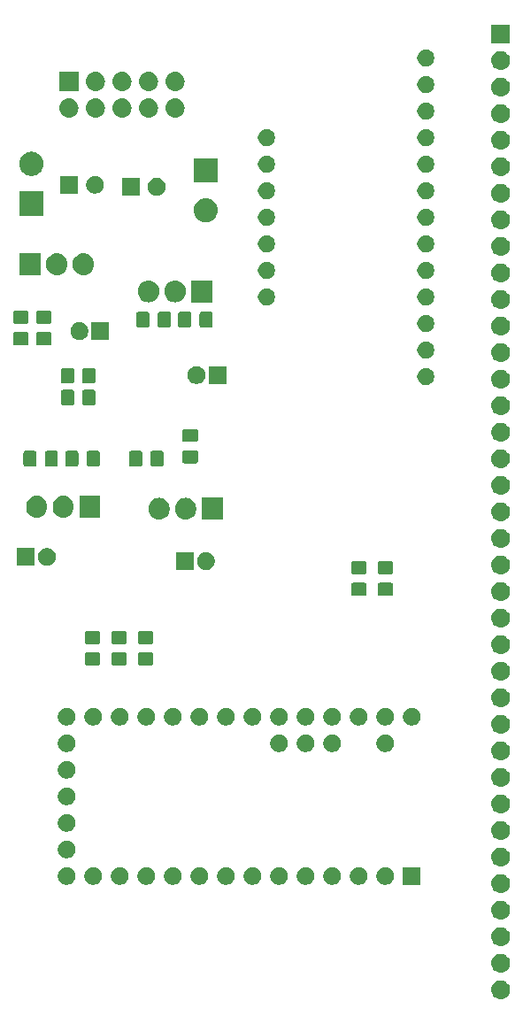
<source format=gbr>
G04 #@! TF.GenerationSoftware,KiCad,Pcbnew,(5.0.1)-3*
G04 #@! TF.CreationDate,2020-01-29T22:52:42+00:00*
G04 #@! TF.ProjectId,SSv2 Power Board,5353763220506F77657220426F617264,rev?*
G04 #@! TF.SameCoordinates,Original*
G04 #@! TF.FileFunction,Soldermask,Bot*
G04 #@! TF.FilePolarity,Negative*
%FSLAX46Y46*%
G04 Gerber Fmt 4.6, Leading zero omitted, Abs format (unit mm)*
G04 Created by KiCad (PCBNEW (5.0.1)-3) date 29/01/2020 22:52:42*
%MOMM*%
%LPD*%
G01*
G04 APERTURE LIST*
%ADD10C,0.100000*%
G04 APERTURE END LIST*
D10*
G36*
X139071634Y-116990557D02*
X139137819Y-116997076D01*
X139251045Y-117031423D01*
X139307659Y-117048596D01*
X139446279Y-117122691D01*
X139464183Y-117132261D01*
X139499921Y-117161591D01*
X139601378Y-117244853D01*
X139684640Y-117346310D01*
X139713970Y-117382048D01*
X139713971Y-117382050D01*
X139797635Y-117538572D01*
X139797635Y-117538573D01*
X139849155Y-117708412D01*
X139866551Y-117885039D01*
X139849155Y-118061666D01*
X139814808Y-118174892D01*
X139797635Y-118231506D01*
X139723540Y-118370126D01*
X139713970Y-118388030D01*
X139684640Y-118423768D01*
X139601378Y-118525225D01*
X139499921Y-118608487D01*
X139464183Y-118637817D01*
X139464181Y-118637818D01*
X139307659Y-118721482D01*
X139251045Y-118738655D01*
X139137819Y-118773002D01*
X139071634Y-118779521D01*
X139005452Y-118786039D01*
X138916932Y-118786039D01*
X138850750Y-118779521D01*
X138784565Y-118773002D01*
X138671339Y-118738655D01*
X138614725Y-118721482D01*
X138458203Y-118637818D01*
X138458201Y-118637817D01*
X138422463Y-118608487D01*
X138321006Y-118525225D01*
X138237744Y-118423768D01*
X138208414Y-118388030D01*
X138198844Y-118370126D01*
X138124749Y-118231506D01*
X138107576Y-118174892D01*
X138073229Y-118061666D01*
X138055833Y-117885039D01*
X138073229Y-117708412D01*
X138124749Y-117538573D01*
X138124749Y-117538572D01*
X138208413Y-117382050D01*
X138208414Y-117382048D01*
X138237744Y-117346310D01*
X138321006Y-117244853D01*
X138422463Y-117161591D01*
X138458201Y-117132261D01*
X138476105Y-117122691D01*
X138614725Y-117048596D01*
X138671339Y-117031423D01*
X138784565Y-116997076D01*
X138850750Y-116990557D01*
X138916932Y-116984039D01*
X139005452Y-116984039D01*
X139071634Y-116990557D01*
X139071634Y-116990557D01*
G37*
G36*
X139071635Y-114450558D02*
X139137819Y-114457076D01*
X139251045Y-114491423D01*
X139307659Y-114508596D01*
X139446279Y-114582691D01*
X139464183Y-114592261D01*
X139499921Y-114621591D01*
X139601378Y-114704853D01*
X139684640Y-114806310D01*
X139713970Y-114842048D01*
X139713971Y-114842050D01*
X139797635Y-114998572D01*
X139797635Y-114998573D01*
X139849155Y-115168412D01*
X139866551Y-115345039D01*
X139849155Y-115521666D01*
X139814808Y-115634892D01*
X139797635Y-115691506D01*
X139723540Y-115830126D01*
X139713970Y-115848030D01*
X139684640Y-115883768D01*
X139601378Y-115985225D01*
X139499921Y-116068487D01*
X139464183Y-116097817D01*
X139464181Y-116097818D01*
X139307659Y-116181482D01*
X139251045Y-116198655D01*
X139137819Y-116233002D01*
X139071634Y-116239521D01*
X139005452Y-116246039D01*
X138916932Y-116246039D01*
X138850750Y-116239521D01*
X138784565Y-116233002D01*
X138671339Y-116198655D01*
X138614725Y-116181482D01*
X138458203Y-116097818D01*
X138458201Y-116097817D01*
X138422463Y-116068487D01*
X138321006Y-115985225D01*
X138237744Y-115883768D01*
X138208414Y-115848030D01*
X138198844Y-115830126D01*
X138124749Y-115691506D01*
X138107576Y-115634892D01*
X138073229Y-115521666D01*
X138055833Y-115345039D01*
X138073229Y-115168412D01*
X138124749Y-114998573D01*
X138124749Y-114998572D01*
X138208413Y-114842050D01*
X138208414Y-114842048D01*
X138237744Y-114806310D01*
X138321006Y-114704853D01*
X138422463Y-114621591D01*
X138458201Y-114592261D01*
X138476105Y-114582691D01*
X138614725Y-114508596D01*
X138671339Y-114491423D01*
X138784565Y-114457076D01*
X138850749Y-114450558D01*
X138916932Y-114444039D01*
X139005452Y-114444039D01*
X139071635Y-114450558D01*
X139071635Y-114450558D01*
G37*
G36*
X139071635Y-111910558D02*
X139137819Y-111917076D01*
X139251045Y-111951423D01*
X139307659Y-111968596D01*
X139446279Y-112042691D01*
X139464183Y-112052261D01*
X139499921Y-112081591D01*
X139601378Y-112164853D01*
X139684640Y-112266310D01*
X139713970Y-112302048D01*
X139713971Y-112302050D01*
X139797635Y-112458572D01*
X139797635Y-112458573D01*
X139849155Y-112628412D01*
X139866551Y-112805039D01*
X139849155Y-112981666D01*
X139814808Y-113094892D01*
X139797635Y-113151506D01*
X139723540Y-113290126D01*
X139713970Y-113308030D01*
X139684640Y-113343768D01*
X139601378Y-113445225D01*
X139499921Y-113528487D01*
X139464183Y-113557817D01*
X139464181Y-113557818D01*
X139307659Y-113641482D01*
X139251045Y-113658655D01*
X139137819Y-113693002D01*
X139071635Y-113699520D01*
X139005452Y-113706039D01*
X138916932Y-113706039D01*
X138850749Y-113699520D01*
X138784565Y-113693002D01*
X138671339Y-113658655D01*
X138614725Y-113641482D01*
X138458203Y-113557818D01*
X138458201Y-113557817D01*
X138422463Y-113528487D01*
X138321006Y-113445225D01*
X138237744Y-113343768D01*
X138208414Y-113308030D01*
X138198844Y-113290126D01*
X138124749Y-113151506D01*
X138107576Y-113094892D01*
X138073229Y-112981666D01*
X138055833Y-112805039D01*
X138073229Y-112628412D01*
X138124749Y-112458573D01*
X138124749Y-112458572D01*
X138208413Y-112302050D01*
X138208414Y-112302048D01*
X138237744Y-112266310D01*
X138321006Y-112164853D01*
X138422463Y-112081591D01*
X138458201Y-112052261D01*
X138476105Y-112042691D01*
X138614725Y-111968596D01*
X138671339Y-111951423D01*
X138784565Y-111917076D01*
X138850749Y-111910558D01*
X138916932Y-111904039D01*
X139005452Y-111904039D01*
X139071635Y-111910558D01*
X139071635Y-111910558D01*
G37*
G36*
X139071634Y-109370557D02*
X139137819Y-109377076D01*
X139251045Y-109411423D01*
X139307659Y-109428596D01*
X139446279Y-109502691D01*
X139464183Y-109512261D01*
X139499921Y-109541591D01*
X139601378Y-109624853D01*
X139684640Y-109726310D01*
X139713970Y-109762048D01*
X139713971Y-109762050D01*
X139797635Y-109918572D01*
X139797635Y-109918573D01*
X139849155Y-110088412D01*
X139866551Y-110265039D01*
X139849155Y-110441666D01*
X139814808Y-110554892D01*
X139797635Y-110611506D01*
X139723540Y-110750126D01*
X139713970Y-110768030D01*
X139684640Y-110803768D01*
X139601378Y-110905225D01*
X139499921Y-110988487D01*
X139464183Y-111017817D01*
X139464181Y-111017818D01*
X139307659Y-111101482D01*
X139251045Y-111118655D01*
X139137819Y-111153002D01*
X139071634Y-111159521D01*
X139005452Y-111166039D01*
X138916932Y-111166039D01*
X138850750Y-111159521D01*
X138784565Y-111153002D01*
X138671339Y-111118655D01*
X138614725Y-111101482D01*
X138458203Y-111017818D01*
X138458201Y-111017817D01*
X138422463Y-110988487D01*
X138321006Y-110905225D01*
X138237744Y-110803768D01*
X138208414Y-110768030D01*
X138198844Y-110750126D01*
X138124749Y-110611506D01*
X138107576Y-110554892D01*
X138073229Y-110441666D01*
X138055833Y-110265039D01*
X138073229Y-110088412D01*
X138124749Y-109918573D01*
X138124749Y-109918572D01*
X138208413Y-109762050D01*
X138208414Y-109762048D01*
X138237744Y-109726310D01*
X138321006Y-109624853D01*
X138422463Y-109541591D01*
X138458201Y-109512261D01*
X138476105Y-109502691D01*
X138614725Y-109428596D01*
X138671339Y-109411423D01*
X138784565Y-109377076D01*
X138850750Y-109370557D01*
X138916932Y-109364039D01*
X139005452Y-109364039D01*
X139071634Y-109370557D01*
X139071634Y-109370557D01*
G37*
G36*
X139071635Y-106830558D02*
X139137819Y-106837076D01*
X139251045Y-106871423D01*
X139307659Y-106888596D01*
X139446279Y-106962691D01*
X139464183Y-106972261D01*
X139499921Y-107001591D01*
X139601378Y-107084853D01*
X139684640Y-107186310D01*
X139713970Y-107222048D01*
X139713971Y-107222050D01*
X139797635Y-107378572D01*
X139797635Y-107378573D01*
X139849155Y-107548412D01*
X139866551Y-107725039D01*
X139849155Y-107901666D01*
X139814808Y-108014892D01*
X139797635Y-108071506D01*
X139723540Y-108210126D01*
X139713970Y-108228030D01*
X139684640Y-108263768D01*
X139601378Y-108365225D01*
X139499921Y-108448487D01*
X139464183Y-108477817D01*
X139464181Y-108477818D01*
X139307659Y-108561482D01*
X139251045Y-108578655D01*
X139137819Y-108613002D01*
X139071634Y-108619521D01*
X139005452Y-108626039D01*
X138916932Y-108626039D01*
X138850750Y-108619521D01*
X138784565Y-108613002D01*
X138671339Y-108578655D01*
X138614725Y-108561482D01*
X138458203Y-108477818D01*
X138458201Y-108477817D01*
X138422463Y-108448487D01*
X138321006Y-108365225D01*
X138237744Y-108263768D01*
X138208414Y-108228030D01*
X138198844Y-108210126D01*
X138124749Y-108071506D01*
X138107576Y-108014892D01*
X138073229Y-107901666D01*
X138055833Y-107725039D01*
X138073229Y-107548412D01*
X138124749Y-107378573D01*
X138124749Y-107378572D01*
X138208413Y-107222050D01*
X138208414Y-107222048D01*
X138237744Y-107186310D01*
X138321006Y-107084853D01*
X138422463Y-107001591D01*
X138458201Y-106972261D01*
X138476105Y-106962691D01*
X138614725Y-106888596D01*
X138671339Y-106871423D01*
X138784565Y-106837076D01*
X138850749Y-106830558D01*
X138916932Y-106824039D01*
X139005452Y-106824039D01*
X139071635Y-106830558D01*
X139071635Y-106830558D01*
G37*
G36*
X128179420Y-106186742D02*
X128334292Y-106250892D01*
X128473673Y-106344024D01*
X128592207Y-106462558D01*
X128685339Y-106601939D01*
X128749489Y-106756811D01*
X128782192Y-106921223D01*
X128782192Y-107088855D01*
X128749489Y-107253267D01*
X128685339Y-107408139D01*
X128592207Y-107547520D01*
X128473673Y-107666054D01*
X128334292Y-107759186D01*
X128179420Y-107823336D01*
X128015008Y-107856039D01*
X127847376Y-107856039D01*
X127682964Y-107823336D01*
X127528092Y-107759186D01*
X127388711Y-107666054D01*
X127270177Y-107547520D01*
X127177045Y-107408139D01*
X127112895Y-107253267D01*
X127080192Y-107088855D01*
X127080192Y-106921223D01*
X127112895Y-106756811D01*
X127177045Y-106601939D01*
X127270177Y-106462558D01*
X127388711Y-106344024D01*
X127528092Y-106250892D01*
X127682964Y-106186742D01*
X127847376Y-106154039D01*
X128015008Y-106154039D01*
X128179420Y-106186742D01*
X128179420Y-106186742D01*
G37*
G36*
X97699420Y-106186742D02*
X97854292Y-106250892D01*
X97993673Y-106344024D01*
X98112207Y-106462558D01*
X98205339Y-106601939D01*
X98269489Y-106756811D01*
X98302192Y-106921223D01*
X98302192Y-107088855D01*
X98269489Y-107253267D01*
X98205339Y-107408139D01*
X98112207Y-107547520D01*
X97993673Y-107666054D01*
X97854292Y-107759186D01*
X97699420Y-107823336D01*
X97535008Y-107856039D01*
X97367376Y-107856039D01*
X97202964Y-107823336D01*
X97048092Y-107759186D01*
X96908711Y-107666054D01*
X96790177Y-107547520D01*
X96697045Y-107408139D01*
X96632895Y-107253267D01*
X96600192Y-107088855D01*
X96600192Y-106921223D01*
X96632895Y-106756811D01*
X96697045Y-106601939D01*
X96790177Y-106462558D01*
X96908711Y-106344024D01*
X97048092Y-106250892D01*
X97202964Y-106186742D01*
X97367376Y-106154039D01*
X97535008Y-106154039D01*
X97699420Y-106186742D01*
X97699420Y-106186742D01*
G37*
G36*
X100239420Y-106186742D02*
X100394292Y-106250892D01*
X100533673Y-106344024D01*
X100652207Y-106462558D01*
X100745339Y-106601939D01*
X100809489Y-106756811D01*
X100842192Y-106921223D01*
X100842192Y-107088855D01*
X100809489Y-107253267D01*
X100745339Y-107408139D01*
X100652207Y-107547520D01*
X100533673Y-107666054D01*
X100394292Y-107759186D01*
X100239420Y-107823336D01*
X100075008Y-107856039D01*
X99907376Y-107856039D01*
X99742964Y-107823336D01*
X99588092Y-107759186D01*
X99448711Y-107666054D01*
X99330177Y-107547520D01*
X99237045Y-107408139D01*
X99172895Y-107253267D01*
X99140192Y-107088855D01*
X99140192Y-106921223D01*
X99172895Y-106756811D01*
X99237045Y-106601939D01*
X99330177Y-106462558D01*
X99448711Y-106344024D01*
X99588092Y-106250892D01*
X99742964Y-106186742D01*
X99907376Y-106154039D01*
X100075008Y-106154039D01*
X100239420Y-106186742D01*
X100239420Y-106186742D01*
G37*
G36*
X102779420Y-106186742D02*
X102934292Y-106250892D01*
X103073673Y-106344024D01*
X103192207Y-106462558D01*
X103285339Y-106601939D01*
X103349489Y-106756811D01*
X103382192Y-106921223D01*
X103382192Y-107088855D01*
X103349489Y-107253267D01*
X103285339Y-107408139D01*
X103192207Y-107547520D01*
X103073673Y-107666054D01*
X102934292Y-107759186D01*
X102779420Y-107823336D01*
X102615008Y-107856039D01*
X102447376Y-107856039D01*
X102282964Y-107823336D01*
X102128092Y-107759186D01*
X101988711Y-107666054D01*
X101870177Y-107547520D01*
X101777045Y-107408139D01*
X101712895Y-107253267D01*
X101680192Y-107088855D01*
X101680192Y-106921223D01*
X101712895Y-106756811D01*
X101777045Y-106601939D01*
X101870177Y-106462558D01*
X101988711Y-106344024D01*
X102128092Y-106250892D01*
X102282964Y-106186742D01*
X102447376Y-106154039D01*
X102615008Y-106154039D01*
X102779420Y-106186742D01*
X102779420Y-106186742D01*
G37*
G36*
X105319420Y-106186742D02*
X105474292Y-106250892D01*
X105613673Y-106344024D01*
X105732207Y-106462558D01*
X105825339Y-106601939D01*
X105889489Y-106756811D01*
X105922192Y-106921223D01*
X105922192Y-107088855D01*
X105889489Y-107253267D01*
X105825339Y-107408139D01*
X105732207Y-107547520D01*
X105613673Y-107666054D01*
X105474292Y-107759186D01*
X105319420Y-107823336D01*
X105155008Y-107856039D01*
X104987376Y-107856039D01*
X104822964Y-107823336D01*
X104668092Y-107759186D01*
X104528711Y-107666054D01*
X104410177Y-107547520D01*
X104317045Y-107408139D01*
X104252895Y-107253267D01*
X104220192Y-107088855D01*
X104220192Y-106921223D01*
X104252895Y-106756811D01*
X104317045Y-106601939D01*
X104410177Y-106462558D01*
X104528711Y-106344024D01*
X104668092Y-106250892D01*
X104822964Y-106186742D01*
X104987376Y-106154039D01*
X105155008Y-106154039D01*
X105319420Y-106186742D01*
X105319420Y-106186742D01*
G37*
G36*
X131322192Y-107856039D02*
X129620192Y-107856039D01*
X129620192Y-106154039D01*
X131322192Y-106154039D01*
X131322192Y-107856039D01*
X131322192Y-107856039D01*
G37*
G36*
X125639420Y-106186742D02*
X125794292Y-106250892D01*
X125933673Y-106344024D01*
X126052207Y-106462558D01*
X126145339Y-106601939D01*
X126209489Y-106756811D01*
X126242192Y-106921223D01*
X126242192Y-107088855D01*
X126209489Y-107253267D01*
X126145339Y-107408139D01*
X126052207Y-107547520D01*
X125933673Y-107666054D01*
X125794292Y-107759186D01*
X125639420Y-107823336D01*
X125475008Y-107856039D01*
X125307376Y-107856039D01*
X125142964Y-107823336D01*
X124988092Y-107759186D01*
X124848711Y-107666054D01*
X124730177Y-107547520D01*
X124637045Y-107408139D01*
X124572895Y-107253267D01*
X124540192Y-107088855D01*
X124540192Y-106921223D01*
X124572895Y-106756811D01*
X124637045Y-106601939D01*
X124730177Y-106462558D01*
X124848711Y-106344024D01*
X124988092Y-106250892D01*
X125142964Y-106186742D01*
X125307376Y-106154039D01*
X125475008Y-106154039D01*
X125639420Y-106186742D01*
X125639420Y-106186742D01*
G37*
G36*
X123099420Y-106186742D02*
X123254292Y-106250892D01*
X123393673Y-106344024D01*
X123512207Y-106462558D01*
X123605339Y-106601939D01*
X123669489Y-106756811D01*
X123702192Y-106921223D01*
X123702192Y-107088855D01*
X123669489Y-107253267D01*
X123605339Y-107408139D01*
X123512207Y-107547520D01*
X123393673Y-107666054D01*
X123254292Y-107759186D01*
X123099420Y-107823336D01*
X122935008Y-107856039D01*
X122767376Y-107856039D01*
X122602964Y-107823336D01*
X122448092Y-107759186D01*
X122308711Y-107666054D01*
X122190177Y-107547520D01*
X122097045Y-107408139D01*
X122032895Y-107253267D01*
X122000192Y-107088855D01*
X122000192Y-106921223D01*
X122032895Y-106756811D01*
X122097045Y-106601939D01*
X122190177Y-106462558D01*
X122308711Y-106344024D01*
X122448092Y-106250892D01*
X122602964Y-106186742D01*
X122767376Y-106154039D01*
X122935008Y-106154039D01*
X123099420Y-106186742D01*
X123099420Y-106186742D01*
G37*
G36*
X120559420Y-106186742D02*
X120714292Y-106250892D01*
X120853673Y-106344024D01*
X120972207Y-106462558D01*
X121065339Y-106601939D01*
X121129489Y-106756811D01*
X121162192Y-106921223D01*
X121162192Y-107088855D01*
X121129489Y-107253267D01*
X121065339Y-107408139D01*
X120972207Y-107547520D01*
X120853673Y-107666054D01*
X120714292Y-107759186D01*
X120559420Y-107823336D01*
X120395008Y-107856039D01*
X120227376Y-107856039D01*
X120062964Y-107823336D01*
X119908092Y-107759186D01*
X119768711Y-107666054D01*
X119650177Y-107547520D01*
X119557045Y-107408139D01*
X119492895Y-107253267D01*
X119460192Y-107088855D01*
X119460192Y-106921223D01*
X119492895Y-106756811D01*
X119557045Y-106601939D01*
X119650177Y-106462558D01*
X119768711Y-106344024D01*
X119908092Y-106250892D01*
X120062964Y-106186742D01*
X120227376Y-106154039D01*
X120395008Y-106154039D01*
X120559420Y-106186742D01*
X120559420Y-106186742D01*
G37*
G36*
X118019420Y-106186742D02*
X118174292Y-106250892D01*
X118313673Y-106344024D01*
X118432207Y-106462558D01*
X118525339Y-106601939D01*
X118589489Y-106756811D01*
X118622192Y-106921223D01*
X118622192Y-107088855D01*
X118589489Y-107253267D01*
X118525339Y-107408139D01*
X118432207Y-107547520D01*
X118313673Y-107666054D01*
X118174292Y-107759186D01*
X118019420Y-107823336D01*
X117855008Y-107856039D01*
X117687376Y-107856039D01*
X117522964Y-107823336D01*
X117368092Y-107759186D01*
X117228711Y-107666054D01*
X117110177Y-107547520D01*
X117017045Y-107408139D01*
X116952895Y-107253267D01*
X116920192Y-107088855D01*
X116920192Y-106921223D01*
X116952895Y-106756811D01*
X117017045Y-106601939D01*
X117110177Y-106462558D01*
X117228711Y-106344024D01*
X117368092Y-106250892D01*
X117522964Y-106186742D01*
X117687376Y-106154039D01*
X117855008Y-106154039D01*
X118019420Y-106186742D01*
X118019420Y-106186742D01*
G37*
G36*
X115479420Y-106186742D02*
X115634292Y-106250892D01*
X115773673Y-106344024D01*
X115892207Y-106462558D01*
X115985339Y-106601939D01*
X116049489Y-106756811D01*
X116082192Y-106921223D01*
X116082192Y-107088855D01*
X116049489Y-107253267D01*
X115985339Y-107408139D01*
X115892207Y-107547520D01*
X115773673Y-107666054D01*
X115634292Y-107759186D01*
X115479420Y-107823336D01*
X115315008Y-107856039D01*
X115147376Y-107856039D01*
X114982964Y-107823336D01*
X114828092Y-107759186D01*
X114688711Y-107666054D01*
X114570177Y-107547520D01*
X114477045Y-107408139D01*
X114412895Y-107253267D01*
X114380192Y-107088855D01*
X114380192Y-106921223D01*
X114412895Y-106756811D01*
X114477045Y-106601939D01*
X114570177Y-106462558D01*
X114688711Y-106344024D01*
X114828092Y-106250892D01*
X114982964Y-106186742D01*
X115147376Y-106154039D01*
X115315008Y-106154039D01*
X115479420Y-106186742D01*
X115479420Y-106186742D01*
G37*
G36*
X112939420Y-106186742D02*
X113094292Y-106250892D01*
X113233673Y-106344024D01*
X113352207Y-106462558D01*
X113445339Y-106601939D01*
X113509489Y-106756811D01*
X113542192Y-106921223D01*
X113542192Y-107088855D01*
X113509489Y-107253267D01*
X113445339Y-107408139D01*
X113352207Y-107547520D01*
X113233673Y-107666054D01*
X113094292Y-107759186D01*
X112939420Y-107823336D01*
X112775008Y-107856039D01*
X112607376Y-107856039D01*
X112442964Y-107823336D01*
X112288092Y-107759186D01*
X112148711Y-107666054D01*
X112030177Y-107547520D01*
X111937045Y-107408139D01*
X111872895Y-107253267D01*
X111840192Y-107088855D01*
X111840192Y-106921223D01*
X111872895Y-106756811D01*
X111937045Y-106601939D01*
X112030177Y-106462558D01*
X112148711Y-106344024D01*
X112288092Y-106250892D01*
X112442964Y-106186742D01*
X112607376Y-106154039D01*
X112775008Y-106154039D01*
X112939420Y-106186742D01*
X112939420Y-106186742D01*
G37*
G36*
X110399420Y-106186742D02*
X110554292Y-106250892D01*
X110693673Y-106344024D01*
X110812207Y-106462558D01*
X110905339Y-106601939D01*
X110969489Y-106756811D01*
X111002192Y-106921223D01*
X111002192Y-107088855D01*
X110969489Y-107253267D01*
X110905339Y-107408139D01*
X110812207Y-107547520D01*
X110693673Y-107666054D01*
X110554292Y-107759186D01*
X110399420Y-107823336D01*
X110235008Y-107856039D01*
X110067376Y-107856039D01*
X109902964Y-107823336D01*
X109748092Y-107759186D01*
X109608711Y-107666054D01*
X109490177Y-107547520D01*
X109397045Y-107408139D01*
X109332895Y-107253267D01*
X109300192Y-107088855D01*
X109300192Y-106921223D01*
X109332895Y-106756811D01*
X109397045Y-106601939D01*
X109490177Y-106462558D01*
X109608711Y-106344024D01*
X109748092Y-106250892D01*
X109902964Y-106186742D01*
X110067376Y-106154039D01*
X110235008Y-106154039D01*
X110399420Y-106186742D01*
X110399420Y-106186742D01*
G37*
G36*
X107859420Y-106186742D02*
X108014292Y-106250892D01*
X108153673Y-106344024D01*
X108272207Y-106462558D01*
X108365339Y-106601939D01*
X108429489Y-106756811D01*
X108462192Y-106921223D01*
X108462192Y-107088855D01*
X108429489Y-107253267D01*
X108365339Y-107408139D01*
X108272207Y-107547520D01*
X108153673Y-107666054D01*
X108014292Y-107759186D01*
X107859420Y-107823336D01*
X107695008Y-107856039D01*
X107527376Y-107856039D01*
X107362964Y-107823336D01*
X107208092Y-107759186D01*
X107068711Y-107666054D01*
X106950177Y-107547520D01*
X106857045Y-107408139D01*
X106792895Y-107253267D01*
X106760192Y-107088855D01*
X106760192Y-106921223D01*
X106792895Y-106756811D01*
X106857045Y-106601939D01*
X106950177Y-106462558D01*
X107068711Y-106344024D01*
X107208092Y-106250892D01*
X107362964Y-106186742D01*
X107527376Y-106154039D01*
X107695008Y-106154039D01*
X107859420Y-106186742D01*
X107859420Y-106186742D01*
G37*
G36*
X139071634Y-104290557D02*
X139137819Y-104297076D01*
X139251045Y-104331423D01*
X139307659Y-104348596D01*
X139446279Y-104422691D01*
X139464183Y-104432261D01*
X139499921Y-104461591D01*
X139601378Y-104544853D01*
X139684640Y-104646310D01*
X139713970Y-104682048D01*
X139713971Y-104682050D01*
X139797635Y-104838572D01*
X139797635Y-104838573D01*
X139849155Y-105008412D01*
X139866551Y-105185039D01*
X139849155Y-105361666D01*
X139814808Y-105474892D01*
X139797635Y-105531506D01*
X139723540Y-105670126D01*
X139713970Y-105688030D01*
X139684640Y-105723768D01*
X139601378Y-105825225D01*
X139499921Y-105908487D01*
X139464183Y-105937817D01*
X139464181Y-105937818D01*
X139307659Y-106021482D01*
X139251045Y-106038655D01*
X139137819Y-106073002D01*
X139071635Y-106079520D01*
X139005452Y-106086039D01*
X138916932Y-106086039D01*
X138850749Y-106079520D01*
X138784565Y-106073002D01*
X138671339Y-106038655D01*
X138614725Y-106021482D01*
X138458203Y-105937818D01*
X138458201Y-105937817D01*
X138422463Y-105908487D01*
X138321006Y-105825225D01*
X138237744Y-105723768D01*
X138208414Y-105688030D01*
X138198844Y-105670126D01*
X138124749Y-105531506D01*
X138107576Y-105474892D01*
X138073229Y-105361666D01*
X138055833Y-105185039D01*
X138073229Y-105008412D01*
X138124749Y-104838573D01*
X138124749Y-104838572D01*
X138208413Y-104682050D01*
X138208414Y-104682048D01*
X138237744Y-104646310D01*
X138321006Y-104544853D01*
X138422463Y-104461591D01*
X138458201Y-104432261D01*
X138476105Y-104422691D01*
X138614725Y-104348596D01*
X138671339Y-104331423D01*
X138784565Y-104297076D01*
X138850749Y-104290558D01*
X138916932Y-104284039D01*
X139005452Y-104284039D01*
X139071634Y-104290557D01*
X139071634Y-104290557D01*
G37*
G36*
X97699420Y-103646742D02*
X97854292Y-103710892D01*
X97993673Y-103804024D01*
X98112207Y-103922558D01*
X98205339Y-104061939D01*
X98269489Y-104216811D01*
X98302192Y-104381223D01*
X98302192Y-104548855D01*
X98269489Y-104713267D01*
X98205339Y-104868139D01*
X98112207Y-105007520D01*
X97993673Y-105126054D01*
X97854292Y-105219186D01*
X97699420Y-105283336D01*
X97535008Y-105316039D01*
X97367376Y-105316039D01*
X97202964Y-105283336D01*
X97048092Y-105219186D01*
X96908711Y-105126054D01*
X96790177Y-105007520D01*
X96697045Y-104868139D01*
X96632895Y-104713267D01*
X96600192Y-104548855D01*
X96600192Y-104381223D01*
X96632895Y-104216811D01*
X96697045Y-104061939D01*
X96790177Y-103922558D01*
X96908711Y-103804024D01*
X97048092Y-103710892D01*
X97202964Y-103646742D01*
X97367376Y-103614039D01*
X97535008Y-103614039D01*
X97699420Y-103646742D01*
X97699420Y-103646742D01*
G37*
G36*
X139071634Y-101750557D02*
X139137819Y-101757076D01*
X139251045Y-101791423D01*
X139307659Y-101808596D01*
X139446279Y-101882691D01*
X139464183Y-101892261D01*
X139499921Y-101921591D01*
X139601378Y-102004853D01*
X139684640Y-102106310D01*
X139713970Y-102142048D01*
X139713971Y-102142050D01*
X139797635Y-102298572D01*
X139797635Y-102298573D01*
X139849155Y-102468412D01*
X139866551Y-102645039D01*
X139849155Y-102821666D01*
X139814808Y-102934892D01*
X139797635Y-102991506D01*
X139723540Y-103130126D01*
X139713970Y-103148030D01*
X139684640Y-103183768D01*
X139601378Y-103285225D01*
X139499921Y-103368487D01*
X139464183Y-103397817D01*
X139464181Y-103397818D01*
X139307659Y-103481482D01*
X139251045Y-103498655D01*
X139137819Y-103533002D01*
X139071634Y-103539521D01*
X139005452Y-103546039D01*
X138916932Y-103546039D01*
X138850750Y-103539521D01*
X138784565Y-103533002D01*
X138671339Y-103498655D01*
X138614725Y-103481482D01*
X138458203Y-103397818D01*
X138458201Y-103397817D01*
X138422463Y-103368487D01*
X138321006Y-103285225D01*
X138237744Y-103183768D01*
X138208414Y-103148030D01*
X138198844Y-103130126D01*
X138124749Y-102991506D01*
X138107576Y-102934892D01*
X138073229Y-102821666D01*
X138055833Y-102645039D01*
X138073229Y-102468412D01*
X138124749Y-102298573D01*
X138124749Y-102298572D01*
X138208413Y-102142050D01*
X138208414Y-102142048D01*
X138237744Y-102106310D01*
X138321006Y-102004853D01*
X138422463Y-101921591D01*
X138458201Y-101892261D01*
X138476105Y-101882691D01*
X138614725Y-101808596D01*
X138671339Y-101791423D01*
X138784565Y-101757076D01*
X138850750Y-101750557D01*
X138916932Y-101744039D01*
X139005452Y-101744039D01*
X139071634Y-101750557D01*
X139071634Y-101750557D01*
G37*
G36*
X97699420Y-101106742D02*
X97854292Y-101170892D01*
X97993673Y-101264024D01*
X98112207Y-101382558D01*
X98205339Y-101521939D01*
X98269489Y-101676811D01*
X98302192Y-101841223D01*
X98302192Y-102008855D01*
X98269489Y-102173267D01*
X98205339Y-102328139D01*
X98112207Y-102467520D01*
X97993673Y-102586054D01*
X97854292Y-102679186D01*
X97699420Y-102743336D01*
X97535008Y-102776039D01*
X97367376Y-102776039D01*
X97202964Y-102743336D01*
X97048092Y-102679186D01*
X96908711Y-102586054D01*
X96790177Y-102467520D01*
X96697045Y-102328139D01*
X96632895Y-102173267D01*
X96600192Y-102008855D01*
X96600192Y-101841223D01*
X96632895Y-101676811D01*
X96697045Y-101521939D01*
X96790177Y-101382558D01*
X96908711Y-101264024D01*
X97048092Y-101170892D01*
X97202964Y-101106742D01*
X97367376Y-101074039D01*
X97535008Y-101074039D01*
X97699420Y-101106742D01*
X97699420Y-101106742D01*
G37*
G36*
X139071635Y-99210558D02*
X139137819Y-99217076D01*
X139251045Y-99251423D01*
X139307659Y-99268596D01*
X139446279Y-99342691D01*
X139464183Y-99352261D01*
X139499921Y-99381591D01*
X139601378Y-99464853D01*
X139684640Y-99566310D01*
X139713970Y-99602048D01*
X139713971Y-99602050D01*
X139797635Y-99758572D01*
X139797635Y-99758573D01*
X139849155Y-99928412D01*
X139866551Y-100105039D01*
X139849155Y-100281666D01*
X139814808Y-100394892D01*
X139797635Y-100451506D01*
X139723540Y-100590126D01*
X139713970Y-100608030D01*
X139684640Y-100643768D01*
X139601378Y-100745225D01*
X139499921Y-100828487D01*
X139464183Y-100857817D01*
X139464181Y-100857818D01*
X139307659Y-100941482D01*
X139251045Y-100958655D01*
X139137819Y-100993002D01*
X139071635Y-100999520D01*
X139005452Y-101006039D01*
X138916932Y-101006039D01*
X138850749Y-100999520D01*
X138784565Y-100993002D01*
X138671339Y-100958655D01*
X138614725Y-100941482D01*
X138458203Y-100857818D01*
X138458201Y-100857817D01*
X138422463Y-100828487D01*
X138321006Y-100745225D01*
X138237744Y-100643768D01*
X138208414Y-100608030D01*
X138198844Y-100590126D01*
X138124749Y-100451506D01*
X138107576Y-100394892D01*
X138073229Y-100281666D01*
X138055833Y-100105039D01*
X138073229Y-99928412D01*
X138124749Y-99758573D01*
X138124749Y-99758572D01*
X138208413Y-99602050D01*
X138208414Y-99602048D01*
X138237744Y-99566310D01*
X138321006Y-99464853D01*
X138422463Y-99381591D01*
X138458201Y-99352261D01*
X138476105Y-99342691D01*
X138614725Y-99268596D01*
X138671339Y-99251423D01*
X138784565Y-99217076D01*
X138850749Y-99210558D01*
X138916932Y-99204039D01*
X139005452Y-99204039D01*
X139071635Y-99210558D01*
X139071635Y-99210558D01*
G37*
G36*
X97699420Y-98566742D02*
X97854292Y-98630892D01*
X97993673Y-98724024D01*
X98112207Y-98842558D01*
X98205339Y-98981939D01*
X98269489Y-99136811D01*
X98302192Y-99301223D01*
X98302192Y-99468855D01*
X98269489Y-99633267D01*
X98205339Y-99788139D01*
X98112207Y-99927520D01*
X97993673Y-100046054D01*
X97854292Y-100139186D01*
X97699420Y-100203336D01*
X97535008Y-100236039D01*
X97367376Y-100236039D01*
X97202964Y-100203336D01*
X97048092Y-100139186D01*
X96908711Y-100046054D01*
X96790177Y-99927520D01*
X96697045Y-99788139D01*
X96632895Y-99633267D01*
X96600192Y-99468855D01*
X96600192Y-99301223D01*
X96632895Y-99136811D01*
X96697045Y-98981939D01*
X96790177Y-98842558D01*
X96908711Y-98724024D01*
X97048092Y-98630892D01*
X97202964Y-98566742D01*
X97367376Y-98534039D01*
X97535008Y-98534039D01*
X97699420Y-98566742D01*
X97699420Y-98566742D01*
G37*
G36*
X139071635Y-96670558D02*
X139137819Y-96677076D01*
X139251045Y-96711423D01*
X139307659Y-96728596D01*
X139446279Y-96802691D01*
X139464183Y-96812261D01*
X139499921Y-96841591D01*
X139601378Y-96924853D01*
X139684640Y-97026310D01*
X139713970Y-97062048D01*
X139713971Y-97062050D01*
X139797635Y-97218572D01*
X139797635Y-97218573D01*
X139849155Y-97388412D01*
X139866551Y-97565039D01*
X139849155Y-97741666D01*
X139814808Y-97854892D01*
X139797635Y-97911506D01*
X139723540Y-98050126D01*
X139713970Y-98068030D01*
X139684640Y-98103768D01*
X139601378Y-98205225D01*
X139499921Y-98288487D01*
X139464183Y-98317817D01*
X139464181Y-98317818D01*
X139307659Y-98401482D01*
X139251045Y-98418655D01*
X139137819Y-98453002D01*
X139071634Y-98459521D01*
X139005452Y-98466039D01*
X138916932Y-98466039D01*
X138850750Y-98459521D01*
X138784565Y-98453002D01*
X138671339Y-98418655D01*
X138614725Y-98401482D01*
X138458203Y-98317818D01*
X138458201Y-98317817D01*
X138422463Y-98288487D01*
X138321006Y-98205225D01*
X138237744Y-98103768D01*
X138208414Y-98068030D01*
X138198844Y-98050126D01*
X138124749Y-97911506D01*
X138107576Y-97854892D01*
X138073229Y-97741666D01*
X138055833Y-97565039D01*
X138073229Y-97388412D01*
X138124749Y-97218573D01*
X138124749Y-97218572D01*
X138208413Y-97062050D01*
X138208414Y-97062048D01*
X138237744Y-97026310D01*
X138321006Y-96924853D01*
X138422463Y-96841591D01*
X138458201Y-96812261D01*
X138476105Y-96802691D01*
X138614725Y-96728596D01*
X138671339Y-96711423D01*
X138784565Y-96677076D01*
X138850750Y-96670557D01*
X138916932Y-96664039D01*
X139005452Y-96664039D01*
X139071635Y-96670558D01*
X139071635Y-96670558D01*
G37*
G36*
X97699420Y-96026742D02*
X97854292Y-96090892D01*
X97993673Y-96184024D01*
X98112207Y-96302558D01*
X98205339Y-96441939D01*
X98269489Y-96596811D01*
X98302192Y-96761223D01*
X98302192Y-96928855D01*
X98269489Y-97093267D01*
X98205339Y-97248139D01*
X98112207Y-97387520D01*
X97993673Y-97506054D01*
X97854292Y-97599186D01*
X97699420Y-97663336D01*
X97535008Y-97696039D01*
X97367376Y-97696039D01*
X97202964Y-97663336D01*
X97048092Y-97599186D01*
X96908711Y-97506054D01*
X96790177Y-97387520D01*
X96697045Y-97248139D01*
X96632895Y-97093267D01*
X96600192Y-96928855D01*
X96600192Y-96761223D01*
X96632895Y-96596811D01*
X96697045Y-96441939D01*
X96790177Y-96302558D01*
X96908711Y-96184024D01*
X97048092Y-96090892D01*
X97202964Y-96026742D01*
X97367376Y-95994039D01*
X97535008Y-95994039D01*
X97699420Y-96026742D01*
X97699420Y-96026742D01*
G37*
G36*
X139071634Y-94130557D02*
X139137819Y-94137076D01*
X139251045Y-94171423D01*
X139307659Y-94188596D01*
X139446279Y-94262691D01*
X139464183Y-94272261D01*
X139499921Y-94301591D01*
X139601378Y-94384853D01*
X139684640Y-94486310D01*
X139713970Y-94522048D01*
X139713971Y-94522050D01*
X139797635Y-94678572D01*
X139797635Y-94678573D01*
X139849155Y-94848412D01*
X139866551Y-95025039D01*
X139849155Y-95201666D01*
X139814808Y-95314892D01*
X139797635Y-95371506D01*
X139723540Y-95510126D01*
X139713970Y-95528030D01*
X139684640Y-95563768D01*
X139601378Y-95665225D01*
X139499921Y-95748487D01*
X139464183Y-95777817D01*
X139464181Y-95777818D01*
X139307659Y-95861482D01*
X139251045Y-95878655D01*
X139137819Y-95913002D01*
X139071635Y-95919520D01*
X139005452Y-95926039D01*
X138916932Y-95926039D01*
X138850749Y-95919520D01*
X138784565Y-95913002D01*
X138671339Y-95878655D01*
X138614725Y-95861482D01*
X138458203Y-95777818D01*
X138458201Y-95777817D01*
X138422463Y-95748487D01*
X138321006Y-95665225D01*
X138237744Y-95563768D01*
X138208414Y-95528030D01*
X138198844Y-95510126D01*
X138124749Y-95371506D01*
X138107576Y-95314892D01*
X138073229Y-95201666D01*
X138055833Y-95025039D01*
X138073229Y-94848412D01*
X138124749Y-94678573D01*
X138124749Y-94678572D01*
X138208413Y-94522050D01*
X138208414Y-94522048D01*
X138237744Y-94486310D01*
X138321006Y-94384853D01*
X138422463Y-94301591D01*
X138458201Y-94272261D01*
X138476105Y-94262691D01*
X138614725Y-94188596D01*
X138671339Y-94171423D01*
X138784565Y-94137076D01*
X138850750Y-94130557D01*
X138916932Y-94124039D01*
X139005452Y-94124039D01*
X139071634Y-94130557D01*
X139071634Y-94130557D01*
G37*
G36*
X118019420Y-93486742D02*
X118174292Y-93550892D01*
X118313673Y-93644024D01*
X118432207Y-93762558D01*
X118525339Y-93901939D01*
X118589489Y-94056811D01*
X118622192Y-94221223D01*
X118622192Y-94388855D01*
X118589489Y-94553267D01*
X118525339Y-94708139D01*
X118432207Y-94847520D01*
X118313673Y-94966054D01*
X118174292Y-95059186D01*
X118019420Y-95123336D01*
X117855008Y-95156039D01*
X117687376Y-95156039D01*
X117522964Y-95123336D01*
X117368092Y-95059186D01*
X117228711Y-94966054D01*
X117110177Y-94847520D01*
X117017045Y-94708139D01*
X116952895Y-94553267D01*
X116920192Y-94388855D01*
X116920192Y-94221223D01*
X116952895Y-94056811D01*
X117017045Y-93901939D01*
X117110177Y-93762558D01*
X117228711Y-93644024D01*
X117368092Y-93550892D01*
X117522964Y-93486742D01*
X117687376Y-93454039D01*
X117855008Y-93454039D01*
X118019420Y-93486742D01*
X118019420Y-93486742D01*
G37*
G36*
X120559420Y-93486742D02*
X120714292Y-93550892D01*
X120853673Y-93644024D01*
X120972207Y-93762558D01*
X121065339Y-93901939D01*
X121129489Y-94056811D01*
X121162192Y-94221223D01*
X121162192Y-94388855D01*
X121129489Y-94553267D01*
X121065339Y-94708139D01*
X120972207Y-94847520D01*
X120853673Y-94966054D01*
X120714292Y-95059186D01*
X120559420Y-95123336D01*
X120395008Y-95156039D01*
X120227376Y-95156039D01*
X120062964Y-95123336D01*
X119908092Y-95059186D01*
X119768711Y-94966054D01*
X119650177Y-94847520D01*
X119557045Y-94708139D01*
X119492895Y-94553267D01*
X119460192Y-94388855D01*
X119460192Y-94221223D01*
X119492895Y-94056811D01*
X119557045Y-93901939D01*
X119650177Y-93762558D01*
X119768711Y-93644024D01*
X119908092Y-93550892D01*
X120062964Y-93486742D01*
X120227376Y-93454039D01*
X120395008Y-93454039D01*
X120559420Y-93486742D01*
X120559420Y-93486742D01*
G37*
G36*
X123099420Y-93486742D02*
X123254292Y-93550892D01*
X123393673Y-93644024D01*
X123512207Y-93762558D01*
X123605339Y-93901939D01*
X123669489Y-94056811D01*
X123702192Y-94221223D01*
X123702192Y-94388855D01*
X123669489Y-94553267D01*
X123605339Y-94708139D01*
X123512207Y-94847520D01*
X123393673Y-94966054D01*
X123254292Y-95059186D01*
X123099420Y-95123336D01*
X122935008Y-95156039D01*
X122767376Y-95156039D01*
X122602964Y-95123336D01*
X122448092Y-95059186D01*
X122308711Y-94966054D01*
X122190177Y-94847520D01*
X122097045Y-94708139D01*
X122032895Y-94553267D01*
X122000192Y-94388855D01*
X122000192Y-94221223D01*
X122032895Y-94056811D01*
X122097045Y-93901939D01*
X122190177Y-93762558D01*
X122308711Y-93644024D01*
X122448092Y-93550892D01*
X122602964Y-93486742D01*
X122767376Y-93454039D01*
X122935008Y-93454039D01*
X123099420Y-93486742D01*
X123099420Y-93486742D01*
G37*
G36*
X128179420Y-93486742D02*
X128334292Y-93550892D01*
X128473673Y-93644024D01*
X128592207Y-93762558D01*
X128685339Y-93901939D01*
X128749489Y-94056811D01*
X128782192Y-94221223D01*
X128782192Y-94388855D01*
X128749489Y-94553267D01*
X128685339Y-94708139D01*
X128592207Y-94847520D01*
X128473673Y-94966054D01*
X128334292Y-95059186D01*
X128179420Y-95123336D01*
X128015008Y-95156039D01*
X127847376Y-95156039D01*
X127682964Y-95123336D01*
X127528092Y-95059186D01*
X127388711Y-94966054D01*
X127270177Y-94847520D01*
X127177045Y-94708139D01*
X127112895Y-94553267D01*
X127080192Y-94388855D01*
X127080192Y-94221223D01*
X127112895Y-94056811D01*
X127177045Y-93901939D01*
X127270177Y-93762558D01*
X127388711Y-93644024D01*
X127528092Y-93550892D01*
X127682964Y-93486742D01*
X127847376Y-93454039D01*
X128015008Y-93454039D01*
X128179420Y-93486742D01*
X128179420Y-93486742D01*
G37*
G36*
X97699420Y-93486742D02*
X97854292Y-93550892D01*
X97993673Y-93644024D01*
X98112207Y-93762558D01*
X98205339Y-93901939D01*
X98269489Y-94056811D01*
X98302192Y-94221223D01*
X98302192Y-94388855D01*
X98269489Y-94553267D01*
X98205339Y-94708139D01*
X98112207Y-94847520D01*
X97993673Y-94966054D01*
X97854292Y-95059186D01*
X97699420Y-95123336D01*
X97535008Y-95156039D01*
X97367376Y-95156039D01*
X97202964Y-95123336D01*
X97048092Y-95059186D01*
X96908711Y-94966054D01*
X96790177Y-94847520D01*
X96697045Y-94708139D01*
X96632895Y-94553267D01*
X96600192Y-94388855D01*
X96600192Y-94221223D01*
X96632895Y-94056811D01*
X96697045Y-93901939D01*
X96790177Y-93762558D01*
X96908711Y-93644024D01*
X97048092Y-93550892D01*
X97202964Y-93486742D01*
X97367376Y-93454039D01*
X97535008Y-93454039D01*
X97699420Y-93486742D01*
X97699420Y-93486742D01*
G37*
G36*
X139071634Y-91590557D02*
X139137819Y-91597076D01*
X139251045Y-91631423D01*
X139307659Y-91648596D01*
X139446279Y-91722691D01*
X139464183Y-91732261D01*
X139499921Y-91761591D01*
X139601378Y-91844853D01*
X139684640Y-91946310D01*
X139713970Y-91982048D01*
X139713971Y-91982050D01*
X139797635Y-92138572D01*
X139797635Y-92138573D01*
X139849155Y-92308412D01*
X139866551Y-92485039D01*
X139849155Y-92661666D01*
X139814808Y-92774892D01*
X139797635Y-92831506D01*
X139723540Y-92970126D01*
X139713970Y-92988030D01*
X139684640Y-93023768D01*
X139601378Y-93125225D01*
X139499921Y-93208487D01*
X139464183Y-93237817D01*
X139464181Y-93237818D01*
X139307659Y-93321482D01*
X139251045Y-93338655D01*
X139137819Y-93373002D01*
X139071635Y-93379520D01*
X139005452Y-93386039D01*
X138916932Y-93386039D01*
X138850750Y-93379521D01*
X138784565Y-93373002D01*
X138671339Y-93338655D01*
X138614725Y-93321482D01*
X138458203Y-93237818D01*
X138458201Y-93237817D01*
X138422463Y-93208487D01*
X138321006Y-93125225D01*
X138237744Y-93023768D01*
X138208414Y-92988030D01*
X138198844Y-92970126D01*
X138124749Y-92831506D01*
X138107576Y-92774892D01*
X138073229Y-92661666D01*
X138055833Y-92485039D01*
X138073229Y-92308412D01*
X138124749Y-92138573D01*
X138124749Y-92138572D01*
X138208413Y-91982050D01*
X138208414Y-91982048D01*
X138237744Y-91946310D01*
X138321006Y-91844853D01*
X138422463Y-91761591D01*
X138458201Y-91732261D01*
X138476105Y-91722691D01*
X138614725Y-91648596D01*
X138671339Y-91631423D01*
X138784565Y-91597076D01*
X138850750Y-91590557D01*
X138916932Y-91584039D01*
X139005452Y-91584039D01*
X139071634Y-91590557D01*
X139071634Y-91590557D01*
G37*
G36*
X97699420Y-90946742D02*
X97854292Y-91010892D01*
X97993673Y-91104024D01*
X98112207Y-91222558D01*
X98205339Y-91361939D01*
X98269489Y-91516811D01*
X98302192Y-91681223D01*
X98302192Y-91848855D01*
X98269489Y-92013267D01*
X98205339Y-92168139D01*
X98112207Y-92307520D01*
X97993673Y-92426054D01*
X97854292Y-92519186D01*
X97699420Y-92583336D01*
X97535008Y-92616039D01*
X97367376Y-92616039D01*
X97202964Y-92583336D01*
X97048092Y-92519186D01*
X96908711Y-92426054D01*
X96790177Y-92307520D01*
X96697045Y-92168139D01*
X96632895Y-92013267D01*
X96600192Y-91848855D01*
X96600192Y-91681223D01*
X96632895Y-91516811D01*
X96697045Y-91361939D01*
X96790177Y-91222558D01*
X96908711Y-91104024D01*
X97048092Y-91010892D01*
X97202964Y-90946742D01*
X97367376Y-90914039D01*
X97535008Y-90914039D01*
X97699420Y-90946742D01*
X97699420Y-90946742D01*
G37*
G36*
X107859420Y-90946742D02*
X108014292Y-91010892D01*
X108153673Y-91104024D01*
X108272207Y-91222558D01*
X108365339Y-91361939D01*
X108429489Y-91516811D01*
X108462192Y-91681223D01*
X108462192Y-91848855D01*
X108429489Y-92013267D01*
X108365339Y-92168139D01*
X108272207Y-92307520D01*
X108153673Y-92426054D01*
X108014292Y-92519186D01*
X107859420Y-92583336D01*
X107695008Y-92616039D01*
X107527376Y-92616039D01*
X107362964Y-92583336D01*
X107208092Y-92519186D01*
X107068711Y-92426054D01*
X106950177Y-92307520D01*
X106857045Y-92168139D01*
X106792895Y-92013267D01*
X106760192Y-91848855D01*
X106760192Y-91681223D01*
X106792895Y-91516811D01*
X106857045Y-91361939D01*
X106950177Y-91222558D01*
X107068711Y-91104024D01*
X107208092Y-91010892D01*
X107362964Y-90946742D01*
X107527376Y-90914039D01*
X107695008Y-90914039D01*
X107859420Y-90946742D01*
X107859420Y-90946742D01*
G37*
G36*
X100239420Y-90946742D02*
X100394292Y-91010892D01*
X100533673Y-91104024D01*
X100652207Y-91222558D01*
X100745339Y-91361939D01*
X100809489Y-91516811D01*
X100842192Y-91681223D01*
X100842192Y-91848855D01*
X100809489Y-92013267D01*
X100745339Y-92168139D01*
X100652207Y-92307520D01*
X100533673Y-92426054D01*
X100394292Y-92519186D01*
X100239420Y-92583336D01*
X100075008Y-92616039D01*
X99907376Y-92616039D01*
X99742964Y-92583336D01*
X99588092Y-92519186D01*
X99448711Y-92426054D01*
X99330177Y-92307520D01*
X99237045Y-92168139D01*
X99172895Y-92013267D01*
X99140192Y-91848855D01*
X99140192Y-91681223D01*
X99172895Y-91516811D01*
X99237045Y-91361939D01*
X99330177Y-91222558D01*
X99448711Y-91104024D01*
X99588092Y-91010892D01*
X99742964Y-90946742D01*
X99907376Y-90914039D01*
X100075008Y-90914039D01*
X100239420Y-90946742D01*
X100239420Y-90946742D01*
G37*
G36*
X105319420Y-90946742D02*
X105474292Y-91010892D01*
X105613673Y-91104024D01*
X105732207Y-91222558D01*
X105825339Y-91361939D01*
X105889489Y-91516811D01*
X105922192Y-91681223D01*
X105922192Y-91848855D01*
X105889489Y-92013267D01*
X105825339Y-92168139D01*
X105732207Y-92307520D01*
X105613673Y-92426054D01*
X105474292Y-92519186D01*
X105319420Y-92583336D01*
X105155008Y-92616039D01*
X104987376Y-92616039D01*
X104822964Y-92583336D01*
X104668092Y-92519186D01*
X104528711Y-92426054D01*
X104410177Y-92307520D01*
X104317045Y-92168139D01*
X104252895Y-92013267D01*
X104220192Y-91848855D01*
X104220192Y-91681223D01*
X104252895Y-91516811D01*
X104317045Y-91361939D01*
X104410177Y-91222558D01*
X104528711Y-91104024D01*
X104668092Y-91010892D01*
X104822964Y-90946742D01*
X104987376Y-90914039D01*
X105155008Y-90914039D01*
X105319420Y-90946742D01*
X105319420Y-90946742D01*
G37*
G36*
X110399420Y-90946742D02*
X110554292Y-91010892D01*
X110693673Y-91104024D01*
X110812207Y-91222558D01*
X110905339Y-91361939D01*
X110969489Y-91516811D01*
X111002192Y-91681223D01*
X111002192Y-91848855D01*
X110969489Y-92013267D01*
X110905339Y-92168139D01*
X110812207Y-92307520D01*
X110693673Y-92426054D01*
X110554292Y-92519186D01*
X110399420Y-92583336D01*
X110235008Y-92616039D01*
X110067376Y-92616039D01*
X109902964Y-92583336D01*
X109748092Y-92519186D01*
X109608711Y-92426054D01*
X109490177Y-92307520D01*
X109397045Y-92168139D01*
X109332895Y-92013267D01*
X109300192Y-91848855D01*
X109300192Y-91681223D01*
X109332895Y-91516811D01*
X109397045Y-91361939D01*
X109490177Y-91222558D01*
X109608711Y-91104024D01*
X109748092Y-91010892D01*
X109902964Y-90946742D01*
X110067376Y-90914039D01*
X110235008Y-90914039D01*
X110399420Y-90946742D01*
X110399420Y-90946742D01*
G37*
G36*
X112939420Y-90946742D02*
X113094292Y-91010892D01*
X113233673Y-91104024D01*
X113352207Y-91222558D01*
X113445339Y-91361939D01*
X113509489Y-91516811D01*
X113542192Y-91681223D01*
X113542192Y-91848855D01*
X113509489Y-92013267D01*
X113445339Y-92168139D01*
X113352207Y-92307520D01*
X113233673Y-92426054D01*
X113094292Y-92519186D01*
X112939420Y-92583336D01*
X112775008Y-92616039D01*
X112607376Y-92616039D01*
X112442964Y-92583336D01*
X112288092Y-92519186D01*
X112148711Y-92426054D01*
X112030177Y-92307520D01*
X111937045Y-92168139D01*
X111872895Y-92013267D01*
X111840192Y-91848855D01*
X111840192Y-91681223D01*
X111872895Y-91516811D01*
X111937045Y-91361939D01*
X112030177Y-91222558D01*
X112148711Y-91104024D01*
X112288092Y-91010892D01*
X112442964Y-90946742D01*
X112607376Y-90914039D01*
X112775008Y-90914039D01*
X112939420Y-90946742D01*
X112939420Y-90946742D01*
G37*
G36*
X115479420Y-90946742D02*
X115634292Y-91010892D01*
X115773673Y-91104024D01*
X115892207Y-91222558D01*
X115985339Y-91361939D01*
X116049489Y-91516811D01*
X116082192Y-91681223D01*
X116082192Y-91848855D01*
X116049489Y-92013267D01*
X115985339Y-92168139D01*
X115892207Y-92307520D01*
X115773673Y-92426054D01*
X115634292Y-92519186D01*
X115479420Y-92583336D01*
X115315008Y-92616039D01*
X115147376Y-92616039D01*
X114982964Y-92583336D01*
X114828092Y-92519186D01*
X114688711Y-92426054D01*
X114570177Y-92307520D01*
X114477045Y-92168139D01*
X114412895Y-92013267D01*
X114380192Y-91848855D01*
X114380192Y-91681223D01*
X114412895Y-91516811D01*
X114477045Y-91361939D01*
X114570177Y-91222558D01*
X114688711Y-91104024D01*
X114828092Y-91010892D01*
X114982964Y-90946742D01*
X115147376Y-90914039D01*
X115315008Y-90914039D01*
X115479420Y-90946742D01*
X115479420Y-90946742D01*
G37*
G36*
X120559420Y-90946742D02*
X120714292Y-91010892D01*
X120853673Y-91104024D01*
X120972207Y-91222558D01*
X121065339Y-91361939D01*
X121129489Y-91516811D01*
X121162192Y-91681223D01*
X121162192Y-91848855D01*
X121129489Y-92013267D01*
X121065339Y-92168139D01*
X120972207Y-92307520D01*
X120853673Y-92426054D01*
X120714292Y-92519186D01*
X120559420Y-92583336D01*
X120395008Y-92616039D01*
X120227376Y-92616039D01*
X120062964Y-92583336D01*
X119908092Y-92519186D01*
X119768711Y-92426054D01*
X119650177Y-92307520D01*
X119557045Y-92168139D01*
X119492895Y-92013267D01*
X119460192Y-91848855D01*
X119460192Y-91681223D01*
X119492895Y-91516811D01*
X119557045Y-91361939D01*
X119650177Y-91222558D01*
X119768711Y-91104024D01*
X119908092Y-91010892D01*
X120062964Y-90946742D01*
X120227376Y-90914039D01*
X120395008Y-90914039D01*
X120559420Y-90946742D01*
X120559420Y-90946742D01*
G37*
G36*
X118019420Y-90946742D02*
X118174292Y-91010892D01*
X118313673Y-91104024D01*
X118432207Y-91222558D01*
X118525339Y-91361939D01*
X118589489Y-91516811D01*
X118622192Y-91681223D01*
X118622192Y-91848855D01*
X118589489Y-92013267D01*
X118525339Y-92168139D01*
X118432207Y-92307520D01*
X118313673Y-92426054D01*
X118174292Y-92519186D01*
X118019420Y-92583336D01*
X117855008Y-92616039D01*
X117687376Y-92616039D01*
X117522964Y-92583336D01*
X117368092Y-92519186D01*
X117228711Y-92426054D01*
X117110177Y-92307520D01*
X117017045Y-92168139D01*
X116952895Y-92013267D01*
X116920192Y-91848855D01*
X116920192Y-91681223D01*
X116952895Y-91516811D01*
X117017045Y-91361939D01*
X117110177Y-91222558D01*
X117228711Y-91104024D01*
X117368092Y-91010892D01*
X117522964Y-90946742D01*
X117687376Y-90914039D01*
X117855008Y-90914039D01*
X118019420Y-90946742D01*
X118019420Y-90946742D01*
G37*
G36*
X125639420Y-90946742D02*
X125794292Y-91010892D01*
X125933673Y-91104024D01*
X126052207Y-91222558D01*
X126145339Y-91361939D01*
X126209489Y-91516811D01*
X126242192Y-91681223D01*
X126242192Y-91848855D01*
X126209489Y-92013267D01*
X126145339Y-92168139D01*
X126052207Y-92307520D01*
X125933673Y-92426054D01*
X125794292Y-92519186D01*
X125639420Y-92583336D01*
X125475008Y-92616039D01*
X125307376Y-92616039D01*
X125142964Y-92583336D01*
X124988092Y-92519186D01*
X124848711Y-92426054D01*
X124730177Y-92307520D01*
X124637045Y-92168139D01*
X124572895Y-92013267D01*
X124540192Y-91848855D01*
X124540192Y-91681223D01*
X124572895Y-91516811D01*
X124637045Y-91361939D01*
X124730177Y-91222558D01*
X124848711Y-91104024D01*
X124988092Y-91010892D01*
X125142964Y-90946742D01*
X125307376Y-90914039D01*
X125475008Y-90914039D01*
X125639420Y-90946742D01*
X125639420Y-90946742D01*
G37*
G36*
X123099420Y-90946742D02*
X123254292Y-91010892D01*
X123393673Y-91104024D01*
X123512207Y-91222558D01*
X123605339Y-91361939D01*
X123669489Y-91516811D01*
X123702192Y-91681223D01*
X123702192Y-91848855D01*
X123669489Y-92013267D01*
X123605339Y-92168139D01*
X123512207Y-92307520D01*
X123393673Y-92426054D01*
X123254292Y-92519186D01*
X123099420Y-92583336D01*
X122935008Y-92616039D01*
X122767376Y-92616039D01*
X122602964Y-92583336D01*
X122448092Y-92519186D01*
X122308711Y-92426054D01*
X122190177Y-92307520D01*
X122097045Y-92168139D01*
X122032895Y-92013267D01*
X122000192Y-91848855D01*
X122000192Y-91681223D01*
X122032895Y-91516811D01*
X122097045Y-91361939D01*
X122190177Y-91222558D01*
X122308711Y-91104024D01*
X122448092Y-91010892D01*
X122602964Y-90946742D01*
X122767376Y-90914039D01*
X122935008Y-90914039D01*
X123099420Y-90946742D01*
X123099420Y-90946742D01*
G37*
G36*
X102779420Y-90946742D02*
X102934292Y-91010892D01*
X103073673Y-91104024D01*
X103192207Y-91222558D01*
X103285339Y-91361939D01*
X103349489Y-91516811D01*
X103382192Y-91681223D01*
X103382192Y-91848855D01*
X103349489Y-92013267D01*
X103285339Y-92168139D01*
X103192207Y-92307520D01*
X103073673Y-92426054D01*
X102934292Y-92519186D01*
X102779420Y-92583336D01*
X102615008Y-92616039D01*
X102447376Y-92616039D01*
X102282964Y-92583336D01*
X102128092Y-92519186D01*
X101988711Y-92426054D01*
X101870177Y-92307520D01*
X101777045Y-92168139D01*
X101712895Y-92013267D01*
X101680192Y-91848855D01*
X101680192Y-91681223D01*
X101712895Y-91516811D01*
X101777045Y-91361939D01*
X101870177Y-91222558D01*
X101988711Y-91104024D01*
X102128092Y-91010892D01*
X102282964Y-90946742D01*
X102447376Y-90914039D01*
X102615008Y-90914039D01*
X102779420Y-90946742D01*
X102779420Y-90946742D01*
G37*
G36*
X130719420Y-90946742D02*
X130874292Y-91010892D01*
X131013673Y-91104024D01*
X131132207Y-91222558D01*
X131225339Y-91361939D01*
X131289489Y-91516811D01*
X131322192Y-91681223D01*
X131322192Y-91848855D01*
X131289489Y-92013267D01*
X131225339Y-92168139D01*
X131132207Y-92307520D01*
X131013673Y-92426054D01*
X130874292Y-92519186D01*
X130719420Y-92583336D01*
X130555008Y-92616039D01*
X130387376Y-92616039D01*
X130222964Y-92583336D01*
X130068092Y-92519186D01*
X129928711Y-92426054D01*
X129810177Y-92307520D01*
X129717045Y-92168139D01*
X129652895Y-92013267D01*
X129620192Y-91848855D01*
X129620192Y-91681223D01*
X129652895Y-91516811D01*
X129717045Y-91361939D01*
X129810177Y-91222558D01*
X129928711Y-91104024D01*
X130068092Y-91010892D01*
X130222964Y-90946742D01*
X130387376Y-90914039D01*
X130555008Y-90914039D01*
X130719420Y-90946742D01*
X130719420Y-90946742D01*
G37*
G36*
X128179420Y-90946742D02*
X128334292Y-91010892D01*
X128473673Y-91104024D01*
X128592207Y-91222558D01*
X128685339Y-91361939D01*
X128749489Y-91516811D01*
X128782192Y-91681223D01*
X128782192Y-91848855D01*
X128749489Y-92013267D01*
X128685339Y-92168139D01*
X128592207Y-92307520D01*
X128473673Y-92426054D01*
X128334292Y-92519186D01*
X128179420Y-92583336D01*
X128015008Y-92616039D01*
X127847376Y-92616039D01*
X127682964Y-92583336D01*
X127528092Y-92519186D01*
X127388711Y-92426054D01*
X127270177Y-92307520D01*
X127177045Y-92168139D01*
X127112895Y-92013267D01*
X127080192Y-91848855D01*
X127080192Y-91681223D01*
X127112895Y-91516811D01*
X127177045Y-91361939D01*
X127270177Y-91222558D01*
X127388711Y-91104024D01*
X127528092Y-91010892D01*
X127682964Y-90946742D01*
X127847376Y-90914039D01*
X128015008Y-90914039D01*
X128179420Y-90946742D01*
X128179420Y-90946742D01*
G37*
G36*
X139071635Y-89050558D02*
X139137819Y-89057076D01*
X139251045Y-89091423D01*
X139307659Y-89108596D01*
X139446279Y-89182691D01*
X139464183Y-89192261D01*
X139499921Y-89221591D01*
X139601378Y-89304853D01*
X139684640Y-89406310D01*
X139713970Y-89442048D01*
X139713971Y-89442050D01*
X139797635Y-89598572D01*
X139797635Y-89598573D01*
X139849155Y-89768412D01*
X139866551Y-89945039D01*
X139849155Y-90121666D01*
X139814808Y-90234892D01*
X139797635Y-90291506D01*
X139723540Y-90430126D01*
X139713970Y-90448030D01*
X139684640Y-90483768D01*
X139601378Y-90585225D01*
X139499921Y-90668487D01*
X139464183Y-90697817D01*
X139464181Y-90697818D01*
X139307659Y-90781482D01*
X139251045Y-90798655D01*
X139137819Y-90833002D01*
X139071635Y-90839520D01*
X139005452Y-90846039D01*
X138916932Y-90846039D01*
X138850749Y-90839520D01*
X138784565Y-90833002D01*
X138671339Y-90798655D01*
X138614725Y-90781482D01*
X138458203Y-90697818D01*
X138458201Y-90697817D01*
X138422463Y-90668487D01*
X138321006Y-90585225D01*
X138237744Y-90483768D01*
X138208414Y-90448030D01*
X138198844Y-90430126D01*
X138124749Y-90291506D01*
X138107576Y-90234892D01*
X138073229Y-90121666D01*
X138055833Y-89945039D01*
X138073229Y-89768412D01*
X138124749Y-89598573D01*
X138124749Y-89598572D01*
X138208413Y-89442050D01*
X138208414Y-89442048D01*
X138237744Y-89406310D01*
X138321006Y-89304853D01*
X138422463Y-89221591D01*
X138458201Y-89192261D01*
X138476105Y-89182691D01*
X138614725Y-89108596D01*
X138671339Y-89091423D01*
X138784565Y-89057076D01*
X138850749Y-89050558D01*
X138916932Y-89044039D01*
X139005452Y-89044039D01*
X139071635Y-89050558D01*
X139071635Y-89050558D01*
G37*
G36*
X139071634Y-86510557D02*
X139137819Y-86517076D01*
X139251045Y-86551423D01*
X139307659Y-86568596D01*
X139362246Y-86597774D01*
X139464183Y-86652261D01*
X139476398Y-86662286D01*
X139601378Y-86764853D01*
X139674578Y-86854049D01*
X139713970Y-86902048D01*
X139713971Y-86902050D01*
X139797635Y-87058572D01*
X139797635Y-87058573D01*
X139849155Y-87228412D01*
X139866551Y-87405039D01*
X139849155Y-87581666D01*
X139814808Y-87694892D01*
X139797635Y-87751506D01*
X139723540Y-87890126D01*
X139713970Y-87908030D01*
X139684640Y-87943768D01*
X139601378Y-88045225D01*
X139499921Y-88128487D01*
X139464183Y-88157817D01*
X139464181Y-88157818D01*
X139307659Y-88241482D01*
X139251045Y-88258655D01*
X139137819Y-88293002D01*
X139071635Y-88299520D01*
X139005452Y-88306039D01*
X138916932Y-88306039D01*
X138850749Y-88299520D01*
X138784565Y-88293002D01*
X138671339Y-88258655D01*
X138614725Y-88241482D01*
X138458203Y-88157818D01*
X138458201Y-88157817D01*
X138422463Y-88128487D01*
X138321006Y-88045225D01*
X138237744Y-87943768D01*
X138208414Y-87908030D01*
X138198844Y-87890126D01*
X138124749Y-87751506D01*
X138107576Y-87694892D01*
X138073229Y-87581666D01*
X138055833Y-87405039D01*
X138073229Y-87228412D01*
X138124749Y-87058573D01*
X138124749Y-87058572D01*
X138208413Y-86902050D01*
X138208414Y-86902048D01*
X138247806Y-86854049D01*
X138321006Y-86764853D01*
X138445986Y-86662286D01*
X138458201Y-86652261D01*
X138560138Y-86597774D01*
X138614725Y-86568596D01*
X138671339Y-86551423D01*
X138784565Y-86517076D01*
X138850750Y-86510557D01*
X138916932Y-86504039D01*
X139005452Y-86504039D01*
X139071634Y-86510557D01*
X139071634Y-86510557D01*
G37*
G36*
X100502555Y-85622412D02*
X100540242Y-85633845D01*
X100574981Y-85652413D01*
X100605426Y-85677399D01*
X100630412Y-85707844D01*
X100648980Y-85742583D01*
X100660413Y-85780270D01*
X100664878Y-85825608D01*
X100664878Y-86662286D01*
X100660413Y-86707624D01*
X100648980Y-86745311D01*
X100630412Y-86780050D01*
X100605426Y-86810495D01*
X100574981Y-86835481D01*
X100540242Y-86854049D01*
X100502555Y-86865482D01*
X100457217Y-86869947D01*
X99370539Y-86869947D01*
X99325201Y-86865482D01*
X99287514Y-86854049D01*
X99252775Y-86835481D01*
X99222330Y-86810495D01*
X99197344Y-86780050D01*
X99178776Y-86745311D01*
X99167343Y-86707624D01*
X99162878Y-86662286D01*
X99162878Y-85825608D01*
X99167343Y-85780270D01*
X99178776Y-85742583D01*
X99197344Y-85707844D01*
X99222330Y-85677399D01*
X99252775Y-85652413D01*
X99287514Y-85633845D01*
X99325201Y-85622412D01*
X99370539Y-85617947D01*
X100457217Y-85617947D01*
X100502555Y-85622412D01*
X100502555Y-85622412D01*
G37*
G36*
X103042555Y-85622412D02*
X103080242Y-85633845D01*
X103114981Y-85652413D01*
X103145426Y-85677399D01*
X103170412Y-85707844D01*
X103188980Y-85742583D01*
X103200413Y-85780270D01*
X103204878Y-85825608D01*
X103204878Y-86662286D01*
X103200413Y-86707624D01*
X103188980Y-86745311D01*
X103170412Y-86780050D01*
X103145426Y-86810495D01*
X103114981Y-86835481D01*
X103080242Y-86854049D01*
X103042555Y-86865482D01*
X102997217Y-86869947D01*
X101910539Y-86869947D01*
X101865201Y-86865482D01*
X101827514Y-86854049D01*
X101792775Y-86835481D01*
X101762330Y-86810495D01*
X101737344Y-86780050D01*
X101718776Y-86745311D01*
X101707343Y-86707624D01*
X101702878Y-86662286D01*
X101702878Y-85825608D01*
X101707343Y-85780270D01*
X101718776Y-85742583D01*
X101737344Y-85707844D01*
X101762330Y-85677399D01*
X101792775Y-85652413D01*
X101827514Y-85633845D01*
X101865201Y-85622412D01*
X101910539Y-85617947D01*
X102997217Y-85617947D01*
X103042555Y-85622412D01*
X103042555Y-85622412D01*
G37*
G36*
X105582555Y-85622412D02*
X105620242Y-85633845D01*
X105654981Y-85652413D01*
X105685426Y-85677399D01*
X105710412Y-85707844D01*
X105728980Y-85742583D01*
X105740413Y-85780270D01*
X105744878Y-85825608D01*
X105744878Y-86662286D01*
X105740413Y-86707624D01*
X105728980Y-86745311D01*
X105710412Y-86780050D01*
X105685426Y-86810495D01*
X105654981Y-86835481D01*
X105620242Y-86854049D01*
X105582555Y-86865482D01*
X105537217Y-86869947D01*
X104450539Y-86869947D01*
X104405201Y-86865482D01*
X104367514Y-86854049D01*
X104332775Y-86835481D01*
X104302330Y-86810495D01*
X104277344Y-86780050D01*
X104258776Y-86745311D01*
X104247343Y-86707624D01*
X104242878Y-86662286D01*
X104242878Y-85825608D01*
X104247343Y-85780270D01*
X104258776Y-85742583D01*
X104277344Y-85707844D01*
X104302330Y-85677399D01*
X104332775Y-85652413D01*
X104367514Y-85633845D01*
X104405201Y-85622412D01*
X104450539Y-85617947D01*
X105537217Y-85617947D01*
X105582555Y-85622412D01*
X105582555Y-85622412D01*
G37*
G36*
X139071635Y-83970558D02*
X139137819Y-83977076D01*
X139251045Y-84011423D01*
X139307659Y-84028596D01*
X139446279Y-84102691D01*
X139464183Y-84112261D01*
X139499921Y-84141591D01*
X139601378Y-84224853D01*
X139684640Y-84326310D01*
X139713970Y-84362048D01*
X139713971Y-84362050D01*
X139797635Y-84518572D01*
X139797635Y-84518573D01*
X139849155Y-84688412D01*
X139866551Y-84865039D01*
X139849155Y-85041666D01*
X139814808Y-85154892D01*
X139797635Y-85211506D01*
X139723540Y-85350126D01*
X139713970Y-85368030D01*
X139684640Y-85403768D01*
X139601378Y-85505225D01*
X139499921Y-85588487D01*
X139464183Y-85617817D01*
X139464181Y-85617818D01*
X139307659Y-85701482D01*
X139251045Y-85718655D01*
X139137819Y-85753002D01*
X139071634Y-85759521D01*
X139005452Y-85766039D01*
X138916932Y-85766039D01*
X138850750Y-85759521D01*
X138784565Y-85753002D01*
X138671339Y-85718655D01*
X138614725Y-85701482D01*
X138458203Y-85617818D01*
X138458201Y-85617817D01*
X138422463Y-85588487D01*
X138321006Y-85505225D01*
X138237744Y-85403768D01*
X138208414Y-85368030D01*
X138198844Y-85350126D01*
X138124749Y-85211506D01*
X138107576Y-85154892D01*
X138073229Y-85041666D01*
X138055833Y-84865039D01*
X138073229Y-84688412D01*
X138124749Y-84518573D01*
X138124749Y-84518572D01*
X138208413Y-84362050D01*
X138208414Y-84362048D01*
X138237744Y-84326310D01*
X138321006Y-84224853D01*
X138422463Y-84141591D01*
X138458201Y-84112261D01*
X138476105Y-84102691D01*
X138614725Y-84028596D01*
X138671339Y-84011423D01*
X138784565Y-83977076D01*
X138850749Y-83970558D01*
X138916932Y-83964039D01*
X139005452Y-83964039D01*
X139071635Y-83970558D01*
X139071635Y-83970558D01*
G37*
G36*
X105582555Y-83572412D02*
X105620242Y-83583845D01*
X105654981Y-83602413D01*
X105685426Y-83627399D01*
X105710412Y-83657844D01*
X105728980Y-83692583D01*
X105740413Y-83730270D01*
X105744878Y-83775608D01*
X105744878Y-84612286D01*
X105740413Y-84657624D01*
X105728980Y-84695311D01*
X105710412Y-84730050D01*
X105685426Y-84760495D01*
X105654981Y-84785481D01*
X105620242Y-84804049D01*
X105582555Y-84815482D01*
X105537217Y-84819947D01*
X104450539Y-84819947D01*
X104405201Y-84815482D01*
X104367514Y-84804049D01*
X104332775Y-84785481D01*
X104302330Y-84760495D01*
X104277344Y-84730050D01*
X104258776Y-84695311D01*
X104247343Y-84657624D01*
X104242878Y-84612286D01*
X104242878Y-83775608D01*
X104247343Y-83730270D01*
X104258776Y-83692583D01*
X104277344Y-83657844D01*
X104302330Y-83627399D01*
X104332775Y-83602413D01*
X104367514Y-83583845D01*
X104405201Y-83572412D01*
X104450539Y-83567947D01*
X105537217Y-83567947D01*
X105582555Y-83572412D01*
X105582555Y-83572412D01*
G37*
G36*
X100502555Y-83572412D02*
X100540242Y-83583845D01*
X100574981Y-83602413D01*
X100605426Y-83627399D01*
X100630412Y-83657844D01*
X100648980Y-83692583D01*
X100660413Y-83730270D01*
X100664878Y-83775608D01*
X100664878Y-84612286D01*
X100660413Y-84657624D01*
X100648980Y-84695311D01*
X100630412Y-84730050D01*
X100605426Y-84760495D01*
X100574981Y-84785481D01*
X100540242Y-84804049D01*
X100502555Y-84815482D01*
X100457217Y-84819947D01*
X99370539Y-84819947D01*
X99325201Y-84815482D01*
X99287514Y-84804049D01*
X99252775Y-84785481D01*
X99222330Y-84760495D01*
X99197344Y-84730050D01*
X99178776Y-84695311D01*
X99167343Y-84657624D01*
X99162878Y-84612286D01*
X99162878Y-83775608D01*
X99167343Y-83730270D01*
X99178776Y-83692583D01*
X99197344Y-83657844D01*
X99222330Y-83627399D01*
X99252775Y-83602413D01*
X99287514Y-83583845D01*
X99325201Y-83572412D01*
X99370539Y-83567947D01*
X100457217Y-83567947D01*
X100502555Y-83572412D01*
X100502555Y-83572412D01*
G37*
G36*
X103042555Y-83572412D02*
X103080242Y-83583845D01*
X103114981Y-83602413D01*
X103145426Y-83627399D01*
X103170412Y-83657844D01*
X103188980Y-83692583D01*
X103200413Y-83730270D01*
X103204878Y-83775608D01*
X103204878Y-84612286D01*
X103200413Y-84657624D01*
X103188980Y-84695311D01*
X103170412Y-84730050D01*
X103145426Y-84760495D01*
X103114981Y-84785481D01*
X103080242Y-84804049D01*
X103042555Y-84815482D01*
X102997217Y-84819947D01*
X101910539Y-84819947D01*
X101865201Y-84815482D01*
X101827514Y-84804049D01*
X101792775Y-84785481D01*
X101762330Y-84760495D01*
X101737344Y-84730050D01*
X101718776Y-84695311D01*
X101707343Y-84657624D01*
X101702878Y-84612286D01*
X101702878Y-83775608D01*
X101707343Y-83730270D01*
X101718776Y-83692583D01*
X101737344Y-83657844D01*
X101762330Y-83627399D01*
X101792775Y-83602413D01*
X101827514Y-83583845D01*
X101865201Y-83572412D01*
X101910539Y-83567947D01*
X102997217Y-83567947D01*
X103042555Y-83572412D01*
X103042555Y-83572412D01*
G37*
G36*
X139071634Y-81430557D02*
X139137819Y-81437076D01*
X139251045Y-81471423D01*
X139307659Y-81488596D01*
X139446279Y-81562691D01*
X139464183Y-81572261D01*
X139499921Y-81601591D01*
X139601378Y-81684853D01*
X139684640Y-81786310D01*
X139713970Y-81822048D01*
X139713971Y-81822050D01*
X139797635Y-81978572D01*
X139797635Y-81978573D01*
X139849155Y-82148412D01*
X139866551Y-82325039D01*
X139849155Y-82501666D01*
X139814808Y-82614892D01*
X139797635Y-82671506D01*
X139723540Y-82810126D01*
X139713970Y-82828030D01*
X139684640Y-82863768D01*
X139601378Y-82965225D01*
X139499921Y-83048487D01*
X139464183Y-83077817D01*
X139464181Y-83077818D01*
X139307659Y-83161482D01*
X139251045Y-83178655D01*
X139137819Y-83213002D01*
X139071634Y-83219521D01*
X139005452Y-83226039D01*
X138916932Y-83226039D01*
X138850750Y-83219521D01*
X138784565Y-83213002D01*
X138671339Y-83178655D01*
X138614725Y-83161482D01*
X138458203Y-83077818D01*
X138458201Y-83077817D01*
X138422463Y-83048487D01*
X138321006Y-82965225D01*
X138237744Y-82863768D01*
X138208414Y-82828030D01*
X138198844Y-82810126D01*
X138124749Y-82671506D01*
X138107576Y-82614892D01*
X138073229Y-82501666D01*
X138055833Y-82325039D01*
X138073229Y-82148412D01*
X138124749Y-81978573D01*
X138124749Y-81978572D01*
X138208413Y-81822050D01*
X138208414Y-81822048D01*
X138237744Y-81786310D01*
X138321006Y-81684853D01*
X138422463Y-81601591D01*
X138458201Y-81572261D01*
X138476105Y-81562691D01*
X138614725Y-81488596D01*
X138671339Y-81471423D01*
X138784565Y-81437076D01*
X138850750Y-81430557D01*
X138916932Y-81424039D01*
X139005452Y-81424039D01*
X139071634Y-81430557D01*
X139071634Y-81430557D01*
G37*
G36*
X139071635Y-78890558D02*
X139137819Y-78897076D01*
X139251045Y-78931423D01*
X139307659Y-78948596D01*
X139417842Y-79007491D01*
X139464183Y-79032261D01*
X139499921Y-79061591D01*
X139601378Y-79144853D01*
X139684640Y-79246310D01*
X139713970Y-79282048D01*
X139713971Y-79282050D01*
X139797635Y-79438572D01*
X139797635Y-79438573D01*
X139849155Y-79608412D01*
X139866551Y-79785039D01*
X139849155Y-79961666D01*
X139814808Y-80074892D01*
X139797635Y-80131506D01*
X139763798Y-80194809D01*
X139713970Y-80288030D01*
X139684640Y-80323768D01*
X139601378Y-80425225D01*
X139499921Y-80508487D01*
X139464183Y-80537817D01*
X139464181Y-80537818D01*
X139307659Y-80621482D01*
X139251045Y-80638655D01*
X139137819Y-80673002D01*
X139071635Y-80679520D01*
X139005452Y-80686039D01*
X138916932Y-80686039D01*
X138850749Y-80679520D01*
X138784565Y-80673002D01*
X138671339Y-80638655D01*
X138614725Y-80621482D01*
X138458203Y-80537818D01*
X138458201Y-80537817D01*
X138422463Y-80508487D01*
X138321006Y-80425225D01*
X138237744Y-80323768D01*
X138208414Y-80288030D01*
X138158586Y-80194809D01*
X138124749Y-80131506D01*
X138107576Y-80074892D01*
X138073229Y-79961666D01*
X138055833Y-79785039D01*
X138073229Y-79608412D01*
X138124749Y-79438573D01*
X138124749Y-79438572D01*
X138208413Y-79282050D01*
X138208414Y-79282048D01*
X138237744Y-79246310D01*
X138321006Y-79144853D01*
X138422463Y-79061591D01*
X138458201Y-79032261D01*
X138504542Y-79007491D01*
X138614725Y-78948596D01*
X138671339Y-78931423D01*
X138784565Y-78897076D01*
X138850749Y-78890558D01*
X138916932Y-78884039D01*
X139005452Y-78884039D01*
X139071635Y-78890558D01*
X139071635Y-78890558D01*
G37*
G36*
X125989869Y-78952504D02*
X126027556Y-78963937D01*
X126062295Y-78982505D01*
X126092740Y-79007491D01*
X126117726Y-79037936D01*
X126136294Y-79072675D01*
X126147727Y-79110362D01*
X126152192Y-79155700D01*
X126152192Y-79992378D01*
X126147727Y-80037716D01*
X126136294Y-80075403D01*
X126117726Y-80110142D01*
X126092740Y-80140587D01*
X126062295Y-80165573D01*
X126027556Y-80184141D01*
X125989869Y-80195574D01*
X125944531Y-80200039D01*
X124857853Y-80200039D01*
X124812515Y-80195574D01*
X124774828Y-80184141D01*
X124740089Y-80165573D01*
X124709644Y-80140587D01*
X124684658Y-80110142D01*
X124666090Y-80075403D01*
X124654657Y-80037716D01*
X124650192Y-79992378D01*
X124650192Y-79155700D01*
X124654657Y-79110362D01*
X124666090Y-79072675D01*
X124684658Y-79037936D01*
X124709644Y-79007491D01*
X124740089Y-78982505D01*
X124774828Y-78963937D01*
X124812515Y-78952504D01*
X124857853Y-78948039D01*
X125944531Y-78948039D01*
X125989869Y-78952504D01*
X125989869Y-78952504D01*
G37*
G36*
X128529869Y-78952504D02*
X128567556Y-78963937D01*
X128602295Y-78982505D01*
X128632740Y-79007491D01*
X128657726Y-79037936D01*
X128676294Y-79072675D01*
X128687727Y-79110362D01*
X128692192Y-79155700D01*
X128692192Y-79992378D01*
X128687727Y-80037716D01*
X128676294Y-80075403D01*
X128657726Y-80110142D01*
X128632740Y-80140587D01*
X128602295Y-80165573D01*
X128567556Y-80184141D01*
X128529869Y-80195574D01*
X128484531Y-80200039D01*
X127397853Y-80200039D01*
X127352515Y-80195574D01*
X127314828Y-80184141D01*
X127280089Y-80165573D01*
X127249644Y-80140587D01*
X127224658Y-80110142D01*
X127206090Y-80075403D01*
X127194657Y-80037716D01*
X127190192Y-79992378D01*
X127190192Y-79155700D01*
X127194657Y-79110362D01*
X127206090Y-79072675D01*
X127224658Y-79037936D01*
X127249644Y-79007491D01*
X127280089Y-78982505D01*
X127314828Y-78963937D01*
X127352515Y-78952504D01*
X127397853Y-78948039D01*
X128484531Y-78948039D01*
X128529869Y-78952504D01*
X128529869Y-78952504D01*
G37*
G36*
X125989869Y-76902504D02*
X126027556Y-76913937D01*
X126062295Y-76932505D01*
X126092740Y-76957491D01*
X126117726Y-76987936D01*
X126136294Y-77022675D01*
X126147727Y-77060362D01*
X126152192Y-77105700D01*
X126152192Y-77942378D01*
X126147727Y-77987716D01*
X126136294Y-78025403D01*
X126117726Y-78060142D01*
X126092740Y-78090587D01*
X126062295Y-78115573D01*
X126027556Y-78134141D01*
X125989869Y-78145574D01*
X125944531Y-78150039D01*
X124857853Y-78150039D01*
X124812515Y-78145574D01*
X124774828Y-78134141D01*
X124740089Y-78115573D01*
X124709644Y-78090587D01*
X124684658Y-78060142D01*
X124666090Y-78025403D01*
X124654657Y-77987716D01*
X124650192Y-77942378D01*
X124650192Y-77105700D01*
X124654657Y-77060362D01*
X124666090Y-77022675D01*
X124684658Y-76987936D01*
X124709644Y-76957491D01*
X124740089Y-76932505D01*
X124774828Y-76913937D01*
X124812515Y-76902504D01*
X124857853Y-76898039D01*
X125944531Y-76898039D01*
X125989869Y-76902504D01*
X125989869Y-76902504D01*
G37*
G36*
X128529869Y-76902504D02*
X128567556Y-76913937D01*
X128602295Y-76932505D01*
X128632740Y-76957491D01*
X128657726Y-76987936D01*
X128676294Y-77022675D01*
X128687727Y-77060362D01*
X128692192Y-77105700D01*
X128692192Y-77942378D01*
X128687727Y-77987716D01*
X128676294Y-78025403D01*
X128657726Y-78060142D01*
X128632740Y-78090587D01*
X128602295Y-78115573D01*
X128567556Y-78134141D01*
X128529869Y-78145574D01*
X128484531Y-78150039D01*
X127397853Y-78150039D01*
X127352515Y-78145574D01*
X127314828Y-78134141D01*
X127280089Y-78115573D01*
X127249644Y-78090587D01*
X127224658Y-78060142D01*
X127206090Y-78025403D01*
X127194657Y-77987716D01*
X127190192Y-77942378D01*
X127190192Y-77105700D01*
X127194657Y-77060362D01*
X127206090Y-77022675D01*
X127224658Y-76987936D01*
X127249644Y-76957491D01*
X127280089Y-76932505D01*
X127314828Y-76913937D01*
X127352515Y-76902504D01*
X127397853Y-76898039D01*
X128484531Y-76898039D01*
X128529869Y-76902504D01*
X128529869Y-76902504D01*
G37*
G36*
X139071634Y-76350557D02*
X139137819Y-76357076D01*
X139251045Y-76391423D01*
X139307659Y-76408596D01*
X139444872Y-76481939D01*
X139464183Y-76492261D01*
X139499921Y-76521591D01*
X139601378Y-76604853D01*
X139684640Y-76706310D01*
X139713970Y-76742048D01*
X139713971Y-76742050D01*
X139797635Y-76898572D01*
X139799060Y-76903269D01*
X139849155Y-77068412D01*
X139866551Y-77245039D01*
X139849155Y-77421666D01*
X139847379Y-77427520D01*
X139797635Y-77591506D01*
X139772149Y-77639186D01*
X139713970Y-77748030D01*
X139684640Y-77783768D01*
X139601378Y-77885225D01*
X139499921Y-77968487D01*
X139464183Y-77997817D01*
X139464181Y-77997818D01*
X139307659Y-78081482D01*
X139277643Y-78090587D01*
X139137819Y-78133002D01*
X139071635Y-78139520D01*
X139005452Y-78146039D01*
X138916932Y-78146039D01*
X138850749Y-78139520D01*
X138784565Y-78133002D01*
X138644741Y-78090587D01*
X138614725Y-78081482D01*
X138458203Y-77997818D01*
X138458201Y-77997817D01*
X138422463Y-77968487D01*
X138321006Y-77885225D01*
X138237744Y-77783768D01*
X138208414Y-77748030D01*
X138150235Y-77639186D01*
X138124749Y-77591506D01*
X138075005Y-77427520D01*
X138073229Y-77421666D01*
X138055833Y-77245039D01*
X138073229Y-77068412D01*
X138123324Y-76903269D01*
X138124749Y-76898572D01*
X138208413Y-76742050D01*
X138208414Y-76742048D01*
X138237744Y-76706310D01*
X138321006Y-76604853D01*
X138422463Y-76521591D01*
X138458201Y-76492261D01*
X138477512Y-76481939D01*
X138614725Y-76408596D01*
X138671339Y-76391423D01*
X138784565Y-76357076D01*
X138850750Y-76350557D01*
X138916932Y-76344039D01*
X139005452Y-76344039D01*
X139071634Y-76350557D01*
X139071634Y-76350557D01*
G37*
G36*
X109612192Y-77736039D02*
X107910192Y-77736039D01*
X107910192Y-76034039D01*
X109612192Y-76034039D01*
X109612192Y-77736039D01*
X109612192Y-77736039D01*
G37*
G36*
X111009420Y-76066742D02*
X111164292Y-76130892D01*
X111303673Y-76224024D01*
X111422207Y-76342558D01*
X111515339Y-76481939D01*
X111579489Y-76636811D01*
X111612192Y-76801223D01*
X111612192Y-76968855D01*
X111579489Y-77133267D01*
X111515339Y-77288139D01*
X111422207Y-77427520D01*
X111303673Y-77546054D01*
X111164292Y-77639186D01*
X111009420Y-77703336D01*
X110845008Y-77736039D01*
X110677376Y-77736039D01*
X110512964Y-77703336D01*
X110358092Y-77639186D01*
X110218711Y-77546054D01*
X110100177Y-77427520D01*
X110007045Y-77288139D01*
X109942895Y-77133267D01*
X109910192Y-76968855D01*
X109910192Y-76801223D01*
X109942895Y-76636811D01*
X110007045Y-76481939D01*
X110100177Y-76342558D01*
X110218711Y-76224024D01*
X110358092Y-76130892D01*
X110512964Y-76066742D01*
X110677376Y-76034039D01*
X110845008Y-76034039D01*
X111009420Y-76066742D01*
X111009420Y-76066742D01*
G37*
G36*
X95809420Y-75666742D02*
X95964292Y-75730892D01*
X96103673Y-75824024D01*
X96222207Y-75942558D01*
X96315339Y-76081939D01*
X96379489Y-76236811D01*
X96412192Y-76401223D01*
X96412192Y-76568855D01*
X96379489Y-76733267D01*
X96315339Y-76888139D01*
X96222207Y-77027520D01*
X96103673Y-77146054D01*
X95964292Y-77239186D01*
X95809420Y-77303336D01*
X95645008Y-77336039D01*
X95477376Y-77336039D01*
X95312964Y-77303336D01*
X95158092Y-77239186D01*
X95018711Y-77146054D01*
X94900177Y-77027520D01*
X94807045Y-76888139D01*
X94742895Y-76733267D01*
X94710192Y-76568855D01*
X94710192Y-76401223D01*
X94742895Y-76236811D01*
X94807045Y-76081939D01*
X94900177Y-75942558D01*
X95018711Y-75824024D01*
X95158092Y-75730892D01*
X95312964Y-75666742D01*
X95477376Y-75634039D01*
X95645008Y-75634039D01*
X95809420Y-75666742D01*
X95809420Y-75666742D01*
G37*
G36*
X94412192Y-77336039D02*
X92710192Y-77336039D01*
X92710192Y-75634039D01*
X94412192Y-75634039D01*
X94412192Y-77336039D01*
X94412192Y-77336039D01*
G37*
G36*
X139071635Y-73810558D02*
X139137819Y-73817076D01*
X139251045Y-73851423D01*
X139307659Y-73868596D01*
X139446279Y-73942691D01*
X139464183Y-73952261D01*
X139499921Y-73981591D01*
X139601378Y-74064853D01*
X139684640Y-74166310D01*
X139713970Y-74202048D01*
X139713971Y-74202050D01*
X139797635Y-74358572D01*
X139797635Y-74358573D01*
X139849155Y-74528412D01*
X139866551Y-74705039D01*
X139849155Y-74881666D01*
X139814808Y-74994892D01*
X139797635Y-75051506D01*
X139723540Y-75190126D01*
X139713970Y-75208030D01*
X139684640Y-75243768D01*
X139601378Y-75345225D01*
X139499921Y-75428487D01*
X139464183Y-75457817D01*
X139464181Y-75457818D01*
X139307659Y-75541482D01*
X139251045Y-75558655D01*
X139137819Y-75593002D01*
X139071634Y-75599521D01*
X139005452Y-75606039D01*
X138916932Y-75606039D01*
X138850750Y-75599521D01*
X138784565Y-75593002D01*
X138671339Y-75558655D01*
X138614725Y-75541482D01*
X138458203Y-75457818D01*
X138458201Y-75457817D01*
X138422463Y-75428487D01*
X138321006Y-75345225D01*
X138237744Y-75243768D01*
X138208414Y-75208030D01*
X138198844Y-75190126D01*
X138124749Y-75051506D01*
X138107576Y-74994892D01*
X138073229Y-74881666D01*
X138055833Y-74705039D01*
X138073229Y-74528412D01*
X138124749Y-74358573D01*
X138124749Y-74358572D01*
X138208413Y-74202050D01*
X138208414Y-74202048D01*
X138237744Y-74166310D01*
X138321006Y-74064853D01*
X138422463Y-73981591D01*
X138458201Y-73952261D01*
X138476105Y-73942691D01*
X138614725Y-73868596D01*
X138671339Y-73851423D01*
X138784565Y-73817076D01*
X138850749Y-73810558D01*
X138916932Y-73804039D01*
X139005452Y-73804039D01*
X139071635Y-73810558D01*
X139071635Y-73810558D01*
G37*
G36*
X139071634Y-71270557D02*
X139137819Y-71277076D01*
X139251045Y-71311423D01*
X139307659Y-71328596D01*
X139446279Y-71402691D01*
X139464183Y-71412261D01*
X139498981Y-71440819D01*
X139601378Y-71524853D01*
X139684640Y-71626310D01*
X139713970Y-71662048D01*
X139713971Y-71662050D01*
X139797635Y-71818572D01*
X139797635Y-71818573D01*
X139849155Y-71988412D01*
X139866551Y-72165039D01*
X139849155Y-72341666D01*
X139817641Y-72445554D01*
X139797635Y-72511506D01*
X139725984Y-72645554D01*
X139713970Y-72668030D01*
X139684640Y-72703768D01*
X139601378Y-72805225D01*
X139529591Y-72864138D01*
X139464183Y-72917817D01*
X139464181Y-72917818D01*
X139307659Y-73001482D01*
X139251045Y-73018655D01*
X139137819Y-73053002D01*
X139071634Y-73059521D01*
X139005452Y-73066039D01*
X138916932Y-73066039D01*
X138850750Y-73059521D01*
X138784565Y-73053002D01*
X138671339Y-73018655D01*
X138614725Y-73001482D01*
X138458203Y-72917818D01*
X138458201Y-72917817D01*
X138392793Y-72864138D01*
X138321006Y-72805225D01*
X138237744Y-72703768D01*
X138208414Y-72668030D01*
X138196400Y-72645554D01*
X138124749Y-72511506D01*
X138104743Y-72445554D01*
X138073229Y-72341666D01*
X138055833Y-72165039D01*
X138073229Y-71988412D01*
X138124749Y-71818573D01*
X138124749Y-71818572D01*
X138208413Y-71662050D01*
X138208414Y-71662048D01*
X138237744Y-71626310D01*
X138321006Y-71524853D01*
X138423403Y-71440819D01*
X138458201Y-71412261D01*
X138476105Y-71402691D01*
X138614725Y-71328596D01*
X138671339Y-71311423D01*
X138784565Y-71277076D01*
X138850750Y-71270557D01*
X138916932Y-71264039D01*
X139005452Y-71264039D01*
X139071634Y-71270557D01*
X139071634Y-71270557D01*
G37*
G36*
X106477912Y-70848559D02*
X106667073Y-70905940D01*
X106841404Y-70999122D01*
X106994207Y-71124524D01*
X107119609Y-71277327D01*
X107212791Y-71451659D01*
X107270172Y-71640820D01*
X107270172Y-71640823D01*
X107284061Y-71781834D01*
X107284692Y-71788246D01*
X107284692Y-71981833D01*
X107270172Y-72129259D01*
X107212791Y-72318420D01*
X107119609Y-72492751D01*
X106994207Y-72645554D01*
X106841404Y-72770956D01*
X106667072Y-72864138D01*
X106477911Y-72921519D01*
X106281192Y-72940894D01*
X106084472Y-72921519D01*
X105895311Y-72864138D01*
X105720980Y-72770956D01*
X105568177Y-72645554D01*
X105442775Y-72492751D01*
X105349593Y-72318419D01*
X105292212Y-72129258D01*
X105277692Y-71981832D01*
X105277692Y-71788245D01*
X105278324Y-71781833D01*
X105292212Y-71640822D01*
X105292212Y-71640819D01*
X105349593Y-71451658D01*
X105442775Y-71277327D01*
X105568177Y-71124524D01*
X105720980Y-70999122D01*
X105895312Y-70905940D01*
X106084473Y-70848559D01*
X106281192Y-70829184D01*
X106477912Y-70848559D01*
X106477912Y-70848559D01*
G37*
G36*
X109017912Y-70848559D02*
X109207073Y-70905940D01*
X109381404Y-70999122D01*
X109534207Y-71124524D01*
X109659609Y-71277327D01*
X109752791Y-71451659D01*
X109810172Y-71640820D01*
X109810172Y-71640823D01*
X109824061Y-71781834D01*
X109824692Y-71788246D01*
X109824692Y-71981833D01*
X109810172Y-72129259D01*
X109752791Y-72318420D01*
X109659609Y-72492751D01*
X109534207Y-72645554D01*
X109381404Y-72770956D01*
X109207072Y-72864138D01*
X109017911Y-72921519D01*
X108821192Y-72940894D01*
X108624472Y-72921519D01*
X108435311Y-72864138D01*
X108260980Y-72770956D01*
X108108177Y-72645554D01*
X107982775Y-72492751D01*
X107889593Y-72318419D01*
X107832212Y-72129258D01*
X107817692Y-71981832D01*
X107817692Y-71788245D01*
X107818324Y-71781833D01*
X107832212Y-71640822D01*
X107832212Y-71640819D01*
X107889593Y-71451658D01*
X107982775Y-71277327D01*
X108108177Y-71124524D01*
X108260980Y-70999122D01*
X108435312Y-70905940D01*
X108624473Y-70848559D01*
X108821192Y-70829184D01*
X109017912Y-70848559D01*
X109017912Y-70848559D01*
G37*
G36*
X112364692Y-72936039D02*
X110357692Y-72936039D01*
X110357692Y-70834039D01*
X112364692Y-70834039D01*
X112364692Y-72936039D01*
X112364692Y-72936039D01*
G37*
G36*
X97317912Y-70648559D02*
X97507073Y-70705940D01*
X97681404Y-70799122D01*
X97834207Y-70924524D01*
X97959609Y-71077327D01*
X98052791Y-71251659D01*
X98110172Y-71440820D01*
X98118448Y-71524853D01*
X98124692Y-71588244D01*
X98124692Y-71781835D01*
X98118884Y-71840803D01*
X98110172Y-71929259D01*
X98052791Y-72118420D01*
X97959609Y-72292751D01*
X97834207Y-72445554D01*
X97681404Y-72570956D01*
X97507072Y-72664138D01*
X97317911Y-72721519D01*
X97121192Y-72740894D01*
X96924472Y-72721519D01*
X96735311Y-72664138D01*
X96560980Y-72570956D01*
X96408177Y-72445554D01*
X96282775Y-72292751D01*
X96189593Y-72118419D01*
X96132212Y-71929258D01*
X96121311Y-71818573D01*
X96117692Y-71781834D01*
X96117692Y-71588243D01*
X96123935Y-71524853D01*
X96132212Y-71440819D01*
X96189593Y-71251658D01*
X96282775Y-71077327D01*
X96408177Y-70924524D01*
X96560980Y-70799122D01*
X96735312Y-70705940D01*
X96924473Y-70648559D01*
X97121192Y-70629184D01*
X97317912Y-70648559D01*
X97317912Y-70648559D01*
G37*
G36*
X94777912Y-70648559D02*
X94967073Y-70705940D01*
X95141404Y-70799122D01*
X95294207Y-70924524D01*
X95419609Y-71077327D01*
X95512791Y-71251659D01*
X95570172Y-71440820D01*
X95578448Y-71524853D01*
X95584692Y-71588244D01*
X95584692Y-71781835D01*
X95578884Y-71840803D01*
X95570172Y-71929259D01*
X95512791Y-72118420D01*
X95419609Y-72292751D01*
X95294207Y-72445554D01*
X95141404Y-72570956D01*
X94967072Y-72664138D01*
X94777911Y-72721519D01*
X94581192Y-72740894D01*
X94384472Y-72721519D01*
X94195311Y-72664138D01*
X94020980Y-72570956D01*
X93868177Y-72445554D01*
X93742775Y-72292751D01*
X93649593Y-72118419D01*
X93592212Y-71929258D01*
X93581311Y-71818573D01*
X93577692Y-71781834D01*
X93577692Y-71588243D01*
X93583935Y-71524853D01*
X93592212Y-71440819D01*
X93649593Y-71251658D01*
X93742775Y-71077327D01*
X93868177Y-70924524D01*
X94020980Y-70799122D01*
X94195312Y-70705940D01*
X94384473Y-70648559D01*
X94581192Y-70629184D01*
X94777912Y-70648559D01*
X94777912Y-70648559D01*
G37*
G36*
X100664692Y-72736039D02*
X98657692Y-72736039D01*
X98657692Y-70634039D01*
X100664692Y-70634039D01*
X100664692Y-72736039D01*
X100664692Y-72736039D01*
G37*
G36*
X139071634Y-68730557D02*
X139137819Y-68737076D01*
X139251045Y-68771423D01*
X139307659Y-68788596D01*
X139446279Y-68862691D01*
X139464183Y-68872261D01*
X139499921Y-68901591D01*
X139601378Y-68984853D01*
X139684640Y-69086310D01*
X139713970Y-69122048D01*
X139713971Y-69122050D01*
X139797635Y-69278572D01*
X139797635Y-69278573D01*
X139849155Y-69448412D01*
X139866551Y-69625039D01*
X139849155Y-69801666D01*
X139814808Y-69914892D01*
X139797635Y-69971506D01*
X139723540Y-70110126D01*
X139713970Y-70128030D01*
X139684640Y-70163768D01*
X139601378Y-70265225D01*
X139499921Y-70348487D01*
X139464183Y-70377817D01*
X139464181Y-70377818D01*
X139307659Y-70461482D01*
X139251045Y-70478655D01*
X139137819Y-70513002D01*
X139071635Y-70519520D01*
X139005452Y-70526039D01*
X138916932Y-70526039D01*
X138850749Y-70519520D01*
X138784565Y-70513002D01*
X138671339Y-70478655D01*
X138614725Y-70461482D01*
X138458203Y-70377818D01*
X138458201Y-70377817D01*
X138422463Y-70348487D01*
X138321006Y-70265225D01*
X138237744Y-70163768D01*
X138208414Y-70128030D01*
X138198844Y-70110126D01*
X138124749Y-69971506D01*
X138107576Y-69914892D01*
X138073229Y-69801666D01*
X138055833Y-69625039D01*
X138073229Y-69448412D01*
X138124749Y-69278573D01*
X138124749Y-69278572D01*
X138208413Y-69122050D01*
X138208414Y-69122048D01*
X138237744Y-69086310D01*
X138321006Y-68984853D01*
X138422463Y-68901591D01*
X138458201Y-68872261D01*
X138476105Y-68862691D01*
X138614725Y-68788596D01*
X138671339Y-68771423D01*
X138784565Y-68737076D01*
X138850750Y-68730557D01*
X138916932Y-68724039D01*
X139005452Y-68724039D01*
X139071634Y-68730557D01*
X139071634Y-68730557D01*
G37*
G36*
X139071634Y-66190557D02*
X139137819Y-66197076D01*
X139251045Y-66231423D01*
X139307659Y-66248596D01*
X139403710Y-66299937D01*
X139464183Y-66332261D01*
X139485721Y-66349937D01*
X139601378Y-66444853D01*
X139680857Y-66541700D01*
X139713970Y-66582048D01*
X139713971Y-66582050D01*
X139797635Y-66738572D01*
X139797635Y-66738573D01*
X139849155Y-66908412D01*
X139866551Y-67085039D01*
X139849155Y-67261666D01*
X139828918Y-67328378D01*
X139797635Y-67431506D01*
X139744147Y-67531574D01*
X139713970Y-67588030D01*
X139690224Y-67616964D01*
X139601378Y-67725225D01*
X139522241Y-67790170D01*
X139464183Y-67837817D01*
X139464181Y-67837818D01*
X139307659Y-67921482D01*
X139251045Y-67938655D01*
X139137819Y-67973002D01*
X139071635Y-67979520D01*
X139005452Y-67986039D01*
X138916932Y-67986039D01*
X138850749Y-67979520D01*
X138784565Y-67973002D01*
X138671339Y-67938655D01*
X138614725Y-67921482D01*
X138458203Y-67837818D01*
X138458201Y-67837817D01*
X138400143Y-67790170D01*
X138321006Y-67725225D01*
X138232160Y-67616964D01*
X138208414Y-67588030D01*
X138178237Y-67531574D01*
X138124749Y-67431506D01*
X138093466Y-67328378D01*
X138073229Y-67261666D01*
X138055833Y-67085039D01*
X138073229Y-66908412D01*
X138124749Y-66738573D01*
X138124749Y-66738572D01*
X138208413Y-66582050D01*
X138208414Y-66582048D01*
X138241527Y-66541700D01*
X138321006Y-66444853D01*
X138436663Y-66349937D01*
X138458201Y-66332261D01*
X138518674Y-66299937D01*
X138614725Y-66248596D01*
X138671339Y-66231423D01*
X138784565Y-66197076D01*
X138850750Y-66190557D01*
X138916932Y-66184039D01*
X139005452Y-66184039D01*
X139071634Y-66190557D01*
X139071634Y-66190557D01*
G37*
G36*
X96449869Y-66338504D02*
X96487556Y-66349937D01*
X96522295Y-66368505D01*
X96552740Y-66393491D01*
X96577726Y-66423936D01*
X96596294Y-66458675D01*
X96607727Y-66496362D01*
X96612192Y-66541700D01*
X96612192Y-67628378D01*
X96607727Y-67673716D01*
X96596294Y-67711403D01*
X96577726Y-67746142D01*
X96552740Y-67776587D01*
X96522295Y-67801573D01*
X96487556Y-67820141D01*
X96449869Y-67831574D01*
X96404531Y-67836039D01*
X95567853Y-67836039D01*
X95522515Y-67831574D01*
X95484828Y-67820141D01*
X95450089Y-67801573D01*
X95419644Y-67776587D01*
X95394658Y-67746142D01*
X95376090Y-67711403D01*
X95364657Y-67673716D01*
X95360192Y-67628378D01*
X95360192Y-66541700D01*
X95364657Y-66496362D01*
X95376090Y-66458675D01*
X95394658Y-66423936D01*
X95419644Y-66393491D01*
X95450089Y-66368505D01*
X95484828Y-66349937D01*
X95522515Y-66338504D01*
X95567853Y-66334039D01*
X96404531Y-66334039D01*
X96449869Y-66338504D01*
X96449869Y-66338504D01*
G37*
G36*
X106549869Y-66338504D02*
X106587556Y-66349937D01*
X106622295Y-66368505D01*
X106652740Y-66393491D01*
X106677726Y-66423936D01*
X106696294Y-66458675D01*
X106707727Y-66496362D01*
X106712192Y-66541700D01*
X106712192Y-67628378D01*
X106707727Y-67673716D01*
X106696294Y-67711403D01*
X106677726Y-67746142D01*
X106652740Y-67776587D01*
X106622295Y-67801573D01*
X106587556Y-67820141D01*
X106549869Y-67831574D01*
X106504531Y-67836039D01*
X105667853Y-67836039D01*
X105622515Y-67831574D01*
X105584828Y-67820141D01*
X105550089Y-67801573D01*
X105519644Y-67776587D01*
X105494658Y-67746142D01*
X105476090Y-67711403D01*
X105464657Y-67673716D01*
X105460192Y-67628378D01*
X105460192Y-66541700D01*
X105464657Y-66496362D01*
X105476090Y-66458675D01*
X105494658Y-66423936D01*
X105519644Y-66393491D01*
X105550089Y-66368505D01*
X105584828Y-66349937D01*
X105622515Y-66338504D01*
X105667853Y-66334039D01*
X106504531Y-66334039D01*
X106549869Y-66338504D01*
X106549869Y-66338504D01*
G37*
G36*
X98399869Y-66338504D02*
X98437556Y-66349937D01*
X98472295Y-66368505D01*
X98502740Y-66393491D01*
X98527726Y-66423936D01*
X98546294Y-66458675D01*
X98557727Y-66496362D01*
X98562192Y-66541700D01*
X98562192Y-67628378D01*
X98557727Y-67673716D01*
X98546294Y-67711403D01*
X98527726Y-67746142D01*
X98502740Y-67776587D01*
X98472295Y-67801573D01*
X98437556Y-67820141D01*
X98399869Y-67831574D01*
X98354531Y-67836039D01*
X97517853Y-67836039D01*
X97472515Y-67831574D01*
X97434828Y-67820141D01*
X97400089Y-67801573D01*
X97369644Y-67776587D01*
X97344658Y-67746142D01*
X97326090Y-67711403D01*
X97314657Y-67673716D01*
X97310192Y-67628378D01*
X97310192Y-66541700D01*
X97314657Y-66496362D01*
X97326090Y-66458675D01*
X97344658Y-66423936D01*
X97369644Y-66393491D01*
X97400089Y-66368505D01*
X97434828Y-66349937D01*
X97472515Y-66338504D01*
X97517853Y-66334039D01*
X98354531Y-66334039D01*
X98399869Y-66338504D01*
X98399869Y-66338504D01*
G37*
G36*
X104499869Y-66338504D02*
X104537556Y-66349937D01*
X104572295Y-66368505D01*
X104602740Y-66393491D01*
X104627726Y-66423936D01*
X104646294Y-66458675D01*
X104657727Y-66496362D01*
X104662192Y-66541700D01*
X104662192Y-67628378D01*
X104657727Y-67673716D01*
X104646294Y-67711403D01*
X104627726Y-67746142D01*
X104602740Y-67776587D01*
X104572295Y-67801573D01*
X104537556Y-67820141D01*
X104499869Y-67831574D01*
X104454531Y-67836039D01*
X103617853Y-67836039D01*
X103572515Y-67831574D01*
X103534828Y-67820141D01*
X103500089Y-67801573D01*
X103469644Y-67776587D01*
X103444658Y-67746142D01*
X103426090Y-67711403D01*
X103414657Y-67673716D01*
X103410192Y-67628378D01*
X103410192Y-66541700D01*
X103414657Y-66496362D01*
X103426090Y-66458675D01*
X103444658Y-66423936D01*
X103469644Y-66393491D01*
X103500089Y-66368505D01*
X103534828Y-66349937D01*
X103572515Y-66338504D01*
X103617853Y-66334039D01*
X104454531Y-66334039D01*
X104499869Y-66338504D01*
X104499869Y-66338504D01*
G37*
G36*
X100449869Y-66338504D02*
X100487556Y-66349937D01*
X100522295Y-66368505D01*
X100552740Y-66393491D01*
X100577726Y-66423936D01*
X100596294Y-66458675D01*
X100607727Y-66496362D01*
X100612192Y-66541700D01*
X100612192Y-67628378D01*
X100607727Y-67673716D01*
X100596294Y-67711403D01*
X100577726Y-67746142D01*
X100552740Y-67776587D01*
X100522295Y-67801573D01*
X100487556Y-67820141D01*
X100449869Y-67831574D01*
X100404531Y-67836039D01*
X99567853Y-67836039D01*
X99522515Y-67831574D01*
X99484828Y-67820141D01*
X99450089Y-67801573D01*
X99419644Y-67776587D01*
X99394658Y-67746142D01*
X99376090Y-67711403D01*
X99364657Y-67673716D01*
X99360192Y-67628378D01*
X99360192Y-66541700D01*
X99364657Y-66496362D01*
X99376090Y-66458675D01*
X99394658Y-66423936D01*
X99419644Y-66393491D01*
X99450089Y-66368505D01*
X99484828Y-66349937D01*
X99522515Y-66338504D01*
X99567853Y-66334039D01*
X100404531Y-66334039D01*
X100449869Y-66338504D01*
X100449869Y-66338504D01*
G37*
G36*
X94399869Y-66338504D02*
X94437556Y-66349937D01*
X94472295Y-66368505D01*
X94502740Y-66393491D01*
X94527726Y-66423936D01*
X94546294Y-66458675D01*
X94557727Y-66496362D01*
X94562192Y-66541700D01*
X94562192Y-67628378D01*
X94557727Y-67673716D01*
X94546294Y-67711403D01*
X94527726Y-67746142D01*
X94502740Y-67776587D01*
X94472295Y-67801573D01*
X94437556Y-67820141D01*
X94399869Y-67831574D01*
X94354531Y-67836039D01*
X93517853Y-67836039D01*
X93472515Y-67831574D01*
X93434828Y-67820141D01*
X93400089Y-67801573D01*
X93369644Y-67776587D01*
X93344658Y-67746142D01*
X93326090Y-67711403D01*
X93314657Y-67673716D01*
X93310192Y-67628378D01*
X93310192Y-66541700D01*
X93314657Y-66496362D01*
X93326090Y-66458675D01*
X93344658Y-66423936D01*
X93369644Y-66393491D01*
X93400089Y-66368505D01*
X93434828Y-66349937D01*
X93472515Y-66338504D01*
X93517853Y-66334039D01*
X94354531Y-66334039D01*
X94399869Y-66338504D01*
X94399869Y-66338504D01*
G37*
G36*
X109849869Y-66288504D02*
X109887556Y-66299937D01*
X109922295Y-66318505D01*
X109952740Y-66343491D01*
X109977726Y-66373936D01*
X109996294Y-66408675D01*
X110007727Y-66446362D01*
X110012192Y-66491700D01*
X110012192Y-67328378D01*
X110007727Y-67373716D01*
X109996294Y-67411403D01*
X109977726Y-67446142D01*
X109952740Y-67476587D01*
X109922295Y-67501573D01*
X109887556Y-67520141D01*
X109849869Y-67531574D01*
X109804531Y-67536039D01*
X108717853Y-67536039D01*
X108672515Y-67531574D01*
X108634828Y-67520141D01*
X108600089Y-67501573D01*
X108569644Y-67476587D01*
X108544658Y-67446142D01*
X108526090Y-67411403D01*
X108514657Y-67373716D01*
X108510192Y-67328378D01*
X108510192Y-66491700D01*
X108514657Y-66446362D01*
X108526090Y-66408675D01*
X108544658Y-66373936D01*
X108569644Y-66343491D01*
X108600089Y-66318505D01*
X108634828Y-66299937D01*
X108672515Y-66288504D01*
X108717853Y-66284039D01*
X109804531Y-66284039D01*
X109849869Y-66288504D01*
X109849869Y-66288504D01*
G37*
G36*
X109849869Y-64238504D02*
X109887556Y-64249937D01*
X109922295Y-64268505D01*
X109952740Y-64293491D01*
X109977726Y-64323936D01*
X109996294Y-64358675D01*
X110007727Y-64396362D01*
X110012192Y-64441700D01*
X110012192Y-65278378D01*
X110007727Y-65323716D01*
X109996294Y-65361403D01*
X109977726Y-65396142D01*
X109952740Y-65426587D01*
X109922295Y-65451573D01*
X109887556Y-65470141D01*
X109849869Y-65481574D01*
X109804531Y-65486039D01*
X108717853Y-65486039D01*
X108672515Y-65481574D01*
X108634828Y-65470141D01*
X108600089Y-65451573D01*
X108569644Y-65426587D01*
X108544658Y-65396142D01*
X108526090Y-65361403D01*
X108514657Y-65323716D01*
X108510192Y-65278378D01*
X108510192Y-64441700D01*
X108514657Y-64396362D01*
X108526090Y-64358675D01*
X108544658Y-64323936D01*
X108569644Y-64293491D01*
X108600089Y-64268505D01*
X108634828Y-64249937D01*
X108672515Y-64238504D01*
X108717853Y-64234039D01*
X109804531Y-64234039D01*
X109849869Y-64238504D01*
X109849869Y-64238504D01*
G37*
G36*
X139071635Y-63650558D02*
X139137819Y-63657076D01*
X139251045Y-63691423D01*
X139307659Y-63708596D01*
X139446279Y-63782691D01*
X139464183Y-63792261D01*
X139499921Y-63821591D01*
X139601378Y-63904853D01*
X139684640Y-64006310D01*
X139713970Y-64042048D01*
X139713971Y-64042050D01*
X139797635Y-64198572D01*
X139809748Y-64238504D01*
X139849155Y-64368412D01*
X139866551Y-64545039D01*
X139849155Y-64721666D01*
X139814808Y-64834892D01*
X139797635Y-64891506D01*
X139723540Y-65030126D01*
X139713970Y-65048030D01*
X139684640Y-65083768D01*
X139601378Y-65185225D01*
X139501777Y-65266964D01*
X139464183Y-65297817D01*
X139464181Y-65297818D01*
X139307659Y-65381482D01*
X139251045Y-65398655D01*
X139137819Y-65433002D01*
X139071634Y-65439521D01*
X139005452Y-65446039D01*
X138916932Y-65446039D01*
X138850750Y-65439521D01*
X138784565Y-65433002D01*
X138671339Y-65398655D01*
X138614725Y-65381482D01*
X138458203Y-65297818D01*
X138458201Y-65297817D01*
X138420607Y-65266964D01*
X138321006Y-65185225D01*
X138237744Y-65083768D01*
X138208414Y-65048030D01*
X138198844Y-65030126D01*
X138124749Y-64891506D01*
X138107576Y-64834892D01*
X138073229Y-64721666D01*
X138055833Y-64545039D01*
X138073229Y-64368412D01*
X138112636Y-64238504D01*
X138124749Y-64198572D01*
X138208413Y-64042050D01*
X138208414Y-64042048D01*
X138237744Y-64006310D01*
X138321006Y-63904853D01*
X138422463Y-63821591D01*
X138458201Y-63792261D01*
X138476105Y-63782691D01*
X138614725Y-63708596D01*
X138671339Y-63691423D01*
X138784565Y-63657076D01*
X138850749Y-63650558D01*
X138916932Y-63644039D01*
X139005452Y-63644039D01*
X139071635Y-63650558D01*
X139071635Y-63650558D01*
G37*
G36*
X139071635Y-61110558D02*
X139137819Y-61117076D01*
X139251045Y-61151423D01*
X139307659Y-61168596D01*
X139446279Y-61242691D01*
X139464183Y-61252261D01*
X139499921Y-61281591D01*
X139601378Y-61364853D01*
X139684640Y-61466310D01*
X139713970Y-61502048D01*
X139713971Y-61502050D01*
X139797635Y-61658572D01*
X139797635Y-61658573D01*
X139849155Y-61828412D01*
X139866551Y-62005039D01*
X139849155Y-62181666D01*
X139814808Y-62294892D01*
X139797635Y-62351506D01*
X139723540Y-62490126D01*
X139713970Y-62508030D01*
X139684640Y-62543768D01*
X139601378Y-62645225D01*
X139499921Y-62728487D01*
X139464183Y-62757817D01*
X139464181Y-62757818D01*
X139307659Y-62841482D01*
X139251045Y-62858655D01*
X139137819Y-62893002D01*
X139071635Y-62899520D01*
X139005452Y-62906039D01*
X138916932Y-62906039D01*
X138850749Y-62899520D01*
X138784565Y-62893002D01*
X138671339Y-62858655D01*
X138614725Y-62841482D01*
X138458203Y-62757818D01*
X138458201Y-62757817D01*
X138422463Y-62728487D01*
X138321006Y-62645225D01*
X138237744Y-62543768D01*
X138208414Y-62508030D01*
X138198844Y-62490126D01*
X138124749Y-62351506D01*
X138107576Y-62294892D01*
X138073229Y-62181666D01*
X138055833Y-62005039D01*
X138073229Y-61828412D01*
X138124749Y-61658573D01*
X138124749Y-61658572D01*
X138208413Y-61502050D01*
X138208414Y-61502048D01*
X138237744Y-61466310D01*
X138321006Y-61364853D01*
X138422463Y-61281591D01*
X138458201Y-61252261D01*
X138476105Y-61242691D01*
X138614725Y-61168596D01*
X138671339Y-61151423D01*
X138784565Y-61117076D01*
X138850749Y-61110558D01*
X138916932Y-61104039D01*
X139005452Y-61104039D01*
X139071635Y-61110558D01*
X139071635Y-61110558D01*
G37*
G36*
X100033124Y-60500280D02*
X100070811Y-60511713D01*
X100105550Y-60530281D01*
X100135995Y-60555267D01*
X100160981Y-60585712D01*
X100179549Y-60620451D01*
X100190982Y-60658138D01*
X100195447Y-60703476D01*
X100195447Y-61790154D01*
X100190982Y-61835492D01*
X100179549Y-61873179D01*
X100160981Y-61907918D01*
X100135995Y-61938363D01*
X100105550Y-61963349D01*
X100070811Y-61981917D01*
X100033124Y-61993350D01*
X99987786Y-61997815D01*
X99151108Y-61997815D01*
X99105770Y-61993350D01*
X99068083Y-61981917D01*
X99033344Y-61963349D01*
X99002899Y-61938363D01*
X98977913Y-61907918D01*
X98959345Y-61873179D01*
X98947912Y-61835492D01*
X98943447Y-61790154D01*
X98943447Y-60703476D01*
X98947912Y-60658138D01*
X98959345Y-60620451D01*
X98977913Y-60585712D01*
X99002899Y-60555267D01*
X99033344Y-60530281D01*
X99068083Y-60511713D01*
X99105770Y-60500280D01*
X99151108Y-60495815D01*
X99987786Y-60495815D01*
X100033124Y-60500280D01*
X100033124Y-60500280D01*
G37*
G36*
X97983124Y-60500280D02*
X98020811Y-60511713D01*
X98055550Y-60530281D01*
X98085995Y-60555267D01*
X98110981Y-60585712D01*
X98129549Y-60620451D01*
X98140982Y-60658138D01*
X98145447Y-60703476D01*
X98145447Y-61790154D01*
X98140982Y-61835492D01*
X98129549Y-61873179D01*
X98110981Y-61907918D01*
X98085995Y-61938363D01*
X98055550Y-61963349D01*
X98020811Y-61981917D01*
X97983124Y-61993350D01*
X97937786Y-61997815D01*
X97101108Y-61997815D01*
X97055770Y-61993350D01*
X97018083Y-61981917D01*
X96983344Y-61963349D01*
X96952899Y-61938363D01*
X96927913Y-61907918D01*
X96909345Y-61873179D01*
X96897912Y-61835492D01*
X96893447Y-61790154D01*
X96893447Y-60703476D01*
X96897912Y-60658138D01*
X96909345Y-60620451D01*
X96927913Y-60585712D01*
X96952899Y-60555267D01*
X96983344Y-60530281D01*
X97018083Y-60511713D01*
X97055770Y-60500280D01*
X97101108Y-60495815D01*
X97937786Y-60495815D01*
X97983124Y-60500280D01*
X97983124Y-60500280D01*
G37*
G36*
X139071634Y-58570557D02*
X139137819Y-58577076D01*
X139224848Y-58603476D01*
X139307659Y-58628596D01*
X139381355Y-58667988D01*
X139464183Y-58712261D01*
X139499921Y-58741591D01*
X139601378Y-58824853D01*
X139684640Y-58926310D01*
X139713970Y-58962048D01*
X139713971Y-58962050D01*
X139797635Y-59118572D01*
X139797635Y-59118573D01*
X139849155Y-59288412D01*
X139866551Y-59465039D01*
X139849155Y-59641666D01*
X139820693Y-59735492D01*
X139797635Y-59811506D01*
X139748550Y-59903336D01*
X139713970Y-59968030D01*
X139684640Y-60003768D01*
X139601378Y-60105225D01*
X139499921Y-60188487D01*
X139464183Y-60217817D01*
X139464181Y-60217818D01*
X139307659Y-60301482D01*
X139251045Y-60318655D01*
X139137819Y-60353002D01*
X139071634Y-60359521D01*
X139005452Y-60366039D01*
X138916932Y-60366039D01*
X138850750Y-60359521D01*
X138784565Y-60353002D01*
X138671339Y-60318655D01*
X138614725Y-60301482D01*
X138458203Y-60217818D01*
X138458201Y-60217817D01*
X138422463Y-60188487D01*
X138321006Y-60105225D01*
X138237744Y-60003768D01*
X138208414Y-59968030D01*
X138173834Y-59903336D01*
X138124749Y-59811506D01*
X138101691Y-59735492D01*
X138073229Y-59641666D01*
X138055833Y-59465039D01*
X138073229Y-59288412D01*
X138124749Y-59118573D01*
X138124749Y-59118572D01*
X138208413Y-58962050D01*
X138208414Y-58962048D01*
X138237744Y-58926310D01*
X138321006Y-58824853D01*
X138422463Y-58741591D01*
X138458201Y-58712261D01*
X138541029Y-58667988D01*
X138614725Y-58628596D01*
X138697536Y-58603476D01*
X138784565Y-58577076D01*
X138850750Y-58570557D01*
X138916932Y-58564039D01*
X139005452Y-58564039D01*
X139071634Y-58570557D01*
X139071634Y-58570557D01*
G37*
G36*
X132038334Y-58443281D02*
X132186294Y-58504569D01*
X132253322Y-58549356D01*
X132294809Y-58577076D01*
X132319450Y-58593541D01*
X132432690Y-58706781D01*
X132521662Y-58839937D01*
X132582950Y-58987897D01*
X132614192Y-59144964D01*
X132614192Y-59305114D01*
X132582950Y-59462181D01*
X132521662Y-59610141D01*
X132476875Y-59677169D01*
X132432691Y-59743296D01*
X132319449Y-59856538D01*
X132257673Y-59897815D01*
X132186294Y-59945509D01*
X132038334Y-60006797D01*
X131881267Y-60038039D01*
X131721117Y-60038039D01*
X131564050Y-60006797D01*
X131416090Y-59945509D01*
X131344711Y-59897815D01*
X131282935Y-59856538D01*
X131169693Y-59743296D01*
X131125509Y-59677169D01*
X131080722Y-59610141D01*
X131019434Y-59462181D01*
X130988192Y-59305114D01*
X130988192Y-59144964D01*
X131019434Y-58987897D01*
X131080722Y-58839937D01*
X131169694Y-58706781D01*
X131282934Y-58593541D01*
X131307576Y-58577076D01*
X131349062Y-58549356D01*
X131416090Y-58504569D01*
X131564050Y-58443281D01*
X131721117Y-58412039D01*
X131881267Y-58412039D01*
X132038334Y-58443281D01*
X132038334Y-58443281D01*
G37*
G36*
X112712192Y-59936039D02*
X111010192Y-59936039D01*
X111010192Y-58234039D01*
X112712192Y-58234039D01*
X112712192Y-59936039D01*
X112712192Y-59936039D01*
G37*
G36*
X110109420Y-58266742D02*
X110264292Y-58330892D01*
X110403673Y-58424024D01*
X110522207Y-58542558D01*
X110615339Y-58681939D01*
X110679489Y-58836811D01*
X110712192Y-59001223D01*
X110712192Y-59168855D01*
X110679489Y-59333267D01*
X110615339Y-59488139D01*
X110522207Y-59627520D01*
X110403673Y-59746054D01*
X110264292Y-59839186D01*
X110109420Y-59903336D01*
X109945008Y-59936039D01*
X109777376Y-59936039D01*
X109612964Y-59903336D01*
X109458092Y-59839186D01*
X109318711Y-59746054D01*
X109200177Y-59627520D01*
X109107045Y-59488139D01*
X109042895Y-59333267D01*
X109010192Y-59168855D01*
X109010192Y-59001223D01*
X109042895Y-58836811D01*
X109107045Y-58681939D01*
X109200177Y-58542558D01*
X109318711Y-58424024D01*
X109458092Y-58330892D01*
X109612964Y-58266742D01*
X109777376Y-58234039D01*
X109945008Y-58234039D01*
X110109420Y-58266742D01*
X110109420Y-58266742D01*
G37*
G36*
X97983124Y-58400280D02*
X98020811Y-58411713D01*
X98055550Y-58430281D01*
X98085995Y-58455267D01*
X98110981Y-58485712D01*
X98129549Y-58520451D01*
X98140982Y-58558138D01*
X98145447Y-58603476D01*
X98145447Y-59690154D01*
X98140982Y-59735492D01*
X98129549Y-59773179D01*
X98110981Y-59807918D01*
X98085995Y-59838363D01*
X98055550Y-59863349D01*
X98020811Y-59881917D01*
X97983124Y-59893350D01*
X97937786Y-59897815D01*
X97101108Y-59897815D01*
X97055770Y-59893350D01*
X97018083Y-59881917D01*
X96983344Y-59863349D01*
X96952899Y-59838363D01*
X96927913Y-59807918D01*
X96909345Y-59773179D01*
X96897912Y-59735492D01*
X96893447Y-59690154D01*
X96893447Y-58603476D01*
X96897912Y-58558138D01*
X96909345Y-58520451D01*
X96927913Y-58485712D01*
X96952899Y-58455267D01*
X96983344Y-58430281D01*
X97018083Y-58411713D01*
X97055770Y-58400280D01*
X97101108Y-58395815D01*
X97937786Y-58395815D01*
X97983124Y-58400280D01*
X97983124Y-58400280D01*
G37*
G36*
X100033124Y-58400280D02*
X100070811Y-58411713D01*
X100105550Y-58430281D01*
X100135995Y-58455267D01*
X100160981Y-58485712D01*
X100179549Y-58520451D01*
X100190982Y-58558138D01*
X100195447Y-58603476D01*
X100195447Y-59690154D01*
X100190982Y-59735492D01*
X100179549Y-59773179D01*
X100160981Y-59807918D01*
X100135995Y-59838363D01*
X100105550Y-59863349D01*
X100070811Y-59881917D01*
X100033124Y-59893350D01*
X99987786Y-59897815D01*
X99151108Y-59897815D01*
X99105770Y-59893350D01*
X99068083Y-59881917D01*
X99033344Y-59863349D01*
X99002899Y-59838363D01*
X98977913Y-59807918D01*
X98959345Y-59773179D01*
X98947912Y-59735492D01*
X98943447Y-59690154D01*
X98943447Y-58603476D01*
X98947912Y-58558138D01*
X98959345Y-58520451D01*
X98977913Y-58485712D01*
X99002899Y-58455267D01*
X99033344Y-58430281D01*
X99068083Y-58411713D01*
X99105770Y-58400280D01*
X99151108Y-58395815D01*
X99987786Y-58395815D01*
X100033124Y-58400280D01*
X100033124Y-58400280D01*
G37*
G36*
X139071635Y-56030558D02*
X139137819Y-56037076D01*
X139239834Y-56068022D01*
X139307659Y-56088596D01*
X139415318Y-56146142D01*
X139464183Y-56172261D01*
X139469454Y-56176587D01*
X139601378Y-56284853D01*
X139684640Y-56386310D01*
X139713970Y-56422048D01*
X139713971Y-56422050D01*
X139797635Y-56578572D01*
X139797635Y-56578573D01*
X139849155Y-56748412D01*
X139866551Y-56925039D01*
X139849155Y-57101666D01*
X139818326Y-57203296D01*
X139797635Y-57271506D01*
X139726008Y-57405509D01*
X139713970Y-57428030D01*
X139684640Y-57463768D01*
X139601378Y-57565225D01*
X139499921Y-57648487D01*
X139464183Y-57677817D01*
X139464181Y-57677818D01*
X139307659Y-57761482D01*
X139251045Y-57778655D01*
X139137819Y-57813002D01*
X139071635Y-57819520D01*
X139005452Y-57826039D01*
X138916932Y-57826039D01*
X138850749Y-57819520D01*
X138784565Y-57813002D01*
X138671339Y-57778655D01*
X138614725Y-57761482D01*
X138458203Y-57677818D01*
X138458201Y-57677817D01*
X138422463Y-57648487D01*
X138321006Y-57565225D01*
X138237744Y-57463768D01*
X138208414Y-57428030D01*
X138196376Y-57405509D01*
X138124749Y-57271506D01*
X138104058Y-57203296D01*
X138073229Y-57101666D01*
X138055833Y-56925039D01*
X138073229Y-56748412D01*
X138124749Y-56578573D01*
X138124749Y-56578572D01*
X138208413Y-56422050D01*
X138208414Y-56422048D01*
X138237744Y-56386310D01*
X138321006Y-56284853D01*
X138452930Y-56176587D01*
X138458201Y-56172261D01*
X138507066Y-56146142D01*
X138614725Y-56088596D01*
X138682550Y-56068022D01*
X138784565Y-56037076D01*
X138850749Y-56030558D01*
X138916932Y-56024039D01*
X139005452Y-56024039D01*
X139071635Y-56030558D01*
X139071635Y-56030558D01*
G37*
G36*
X132038334Y-55903281D02*
X132186294Y-55964569D01*
X132253322Y-56009356D01*
X132294809Y-56037076D01*
X132319450Y-56053541D01*
X132432690Y-56166781D01*
X132521662Y-56299937D01*
X132582950Y-56447897D01*
X132614192Y-56604964D01*
X132614192Y-56765114D01*
X132582950Y-56922181D01*
X132521662Y-57070141D01*
X132432690Y-57203297D01*
X132319450Y-57316537D01*
X132186294Y-57405509D01*
X132038334Y-57466797D01*
X131881267Y-57498039D01*
X131721117Y-57498039D01*
X131564050Y-57466797D01*
X131416090Y-57405509D01*
X131282934Y-57316537D01*
X131169694Y-57203297D01*
X131080722Y-57070141D01*
X131019434Y-56922181D01*
X130988192Y-56765114D01*
X130988192Y-56604964D01*
X131019434Y-56447897D01*
X131080722Y-56299937D01*
X131169694Y-56166781D01*
X131282934Y-56053541D01*
X131307576Y-56037076D01*
X131349062Y-56009356D01*
X131416090Y-55964569D01*
X131564050Y-55903281D01*
X131721117Y-55872039D01*
X131881267Y-55872039D01*
X132038334Y-55903281D01*
X132038334Y-55903281D01*
G37*
G36*
X95849869Y-54988504D02*
X95887556Y-54999937D01*
X95922295Y-55018505D01*
X95952740Y-55043491D01*
X95977726Y-55073936D01*
X95996294Y-55108675D01*
X96007727Y-55146362D01*
X96012192Y-55191700D01*
X96012192Y-56028378D01*
X96007727Y-56073716D01*
X95996294Y-56111403D01*
X95977726Y-56146142D01*
X95952740Y-56176587D01*
X95922295Y-56201573D01*
X95887556Y-56220141D01*
X95849869Y-56231574D01*
X95804531Y-56236039D01*
X94717853Y-56236039D01*
X94672515Y-56231574D01*
X94634828Y-56220141D01*
X94600089Y-56201573D01*
X94569644Y-56176587D01*
X94544658Y-56146142D01*
X94526090Y-56111403D01*
X94514657Y-56073716D01*
X94510192Y-56028378D01*
X94510192Y-55191700D01*
X94514657Y-55146362D01*
X94526090Y-55108675D01*
X94544658Y-55073936D01*
X94569644Y-55043491D01*
X94600089Y-55018505D01*
X94634828Y-54999937D01*
X94672515Y-54988504D01*
X94717853Y-54984039D01*
X95804531Y-54984039D01*
X95849869Y-54988504D01*
X95849869Y-54988504D01*
G37*
G36*
X93649869Y-54988504D02*
X93687556Y-54999937D01*
X93722295Y-55018505D01*
X93752740Y-55043491D01*
X93777726Y-55073936D01*
X93796294Y-55108675D01*
X93807727Y-55146362D01*
X93812192Y-55191700D01*
X93812192Y-56028378D01*
X93807727Y-56073716D01*
X93796294Y-56111403D01*
X93777726Y-56146142D01*
X93752740Y-56176587D01*
X93722295Y-56201573D01*
X93687556Y-56220141D01*
X93649869Y-56231574D01*
X93604531Y-56236039D01*
X92517853Y-56236039D01*
X92472515Y-56231574D01*
X92434828Y-56220141D01*
X92400089Y-56201573D01*
X92369644Y-56176587D01*
X92344658Y-56146142D01*
X92326090Y-56111403D01*
X92314657Y-56073716D01*
X92310192Y-56028378D01*
X92310192Y-55191700D01*
X92314657Y-55146362D01*
X92326090Y-55108675D01*
X92344658Y-55073936D01*
X92369644Y-55043491D01*
X92400089Y-55018505D01*
X92434828Y-54999937D01*
X92472515Y-54988504D01*
X92517853Y-54984039D01*
X93604531Y-54984039D01*
X93649869Y-54988504D01*
X93649869Y-54988504D01*
G37*
G36*
X101512192Y-55736039D02*
X99810192Y-55736039D01*
X99810192Y-54034039D01*
X101512192Y-54034039D01*
X101512192Y-55736039D01*
X101512192Y-55736039D01*
G37*
G36*
X98909420Y-54066742D02*
X99064292Y-54130892D01*
X99203673Y-54224024D01*
X99322207Y-54342558D01*
X99415339Y-54481939D01*
X99479489Y-54636811D01*
X99512192Y-54801223D01*
X99512192Y-54968855D01*
X99479489Y-55133267D01*
X99415339Y-55288139D01*
X99322207Y-55427520D01*
X99203673Y-55546054D01*
X99064292Y-55639186D01*
X98909420Y-55703336D01*
X98745008Y-55736039D01*
X98577376Y-55736039D01*
X98412964Y-55703336D01*
X98258092Y-55639186D01*
X98118711Y-55546054D01*
X98000177Y-55427520D01*
X97907045Y-55288139D01*
X97842895Y-55133267D01*
X97810192Y-54968855D01*
X97810192Y-54801223D01*
X97842895Y-54636811D01*
X97907045Y-54481939D01*
X98000177Y-54342558D01*
X98118711Y-54224024D01*
X98258092Y-54130892D01*
X98412964Y-54066742D01*
X98577376Y-54034039D01*
X98745008Y-54034039D01*
X98909420Y-54066742D01*
X98909420Y-54066742D01*
G37*
G36*
X139071635Y-53490558D02*
X139137819Y-53497076D01*
X139251045Y-53531423D01*
X139307659Y-53548596D01*
X139446279Y-53622691D01*
X139464183Y-53632261D01*
X139499921Y-53661591D01*
X139601378Y-53744853D01*
X139684640Y-53846310D01*
X139713970Y-53882048D01*
X139713971Y-53882050D01*
X139797635Y-54038572D01*
X139805641Y-54064964D01*
X139849155Y-54208412D01*
X139866551Y-54385039D01*
X139849155Y-54561666D01*
X139826360Y-54636811D01*
X139797635Y-54731506D01*
X139760370Y-54801223D01*
X139713970Y-54888030D01*
X139684640Y-54923768D01*
X139601378Y-55025225D01*
X139504169Y-55105001D01*
X139464183Y-55137817D01*
X139464181Y-55137818D01*
X139307659Y-55221482D01*
X139251045Y-55238655D01*
X139137819Y-55273002D01*
X139071634Y-55279521D01*
X139005452Y-55286039D01*
X138916932Y-55286039D01*
X138850750Y-55279521D01*
X138784565Y-55273002D01*
X138671339Y-55238655D01*
X138614725Y-55221482D01*
X138458203Y-55137818D01*
X138458201Y-55137817D01*
X138418215Y-55105001D01*
X138321006Y-55025225D01*
X138237744Y-54923768D01*
X138208414Y-54888030D01*
X138162014Y-54801223D01*
X138124749Y-54731506D01*
X138096024Y-54636811D01*
X138073229Y-54561666D01*
X138055833Y-54385039D01*
X138073229Y-54208412D01*
X138116743Y-54064964D01*
X138124749Y-54038572D01*
X138208413Y-53882050D01*
X138208414Y-53882048D01*
X138237744Y-53846310D01*
X138321006Y-53744853D01*
X138422463Y-53661591D01*
X138458201Y-53632261D01*
X138476105Y-53622691D01*
X138614725Y-53548596D01*
X138671339Y-53531423D01*
X138784565Y-53497076D01*
X138850749Y-53490558D01*
X138916932Y-53484039D01*
X139005452Y-53484039D01*
X139071635Y-53490558D01*
X139071635Y-53490558D01*
G37*
G36*
X132038334Y-53363281D02*
X132186294Y-53424569D01*
X132253322Y-53469356D01*
X132294809Y-53497076D01*
X132319450Y-53513541D01*
X132432690Y-53626781D01*
X132521662Y-53759937D01*
X132582950Y-53907897D01*
X132614192Y-54064964D01*
X132614192Y-54225114D01*
X132582950Y-54382181D01*
X132521662Y-54530141D01*
X132476875Y-54597169D01*
X132450388Y-54636811D01*
X132432690Y-54663297D01*
X132319450Y-54776537D01*
X132186294Y-54865509D01*
X132038334Y-54926797D01*
X131881267Y-54958039D01*
X131721117Y-54958039D01*
X131564050Y-54926797D01*
X131416090Y-54865509D01*
X131282934Y-54776537D01*
X131169694Y-54663297D01*
X131151997Y-54636811D01*
X131125509Y-54597169D01*
X131080722Y-54530141D01*
X131019434Y-54382181D01*
X130988192Y-54225114D01*
X130988192Y-54064964D01*
X131019434Y-53907897D01*
X131080722Y-53759937D01*
X131169694Y-53626781D01*
X131282934Y-53513541D01*
X131307576Y-53497076D01*
X131349062Y-53469356D01*
X131416090Y-53424569D01*
X131564050Y-53363281D01*
X131721117Y-53332039D01*
X131881267Y-53332039D01*
X132038334Y-53363281D01*
X132038334Y-53363281D01*
G37*
G36*
X109199869Y-53038504D02*
X109237556Y-53049937D01*
X109272295Y-53068505D01*
X109302740Y-53093491D01*
X109327726Y-53123936D01*
X109346294Y-53158675D01*
X109357727Y-53196362D01*
X109362192Y-53241700D01*
X109362192Y-54328378D01*
X109357727Y-54373716D01*
X109346294Y-54411403D01*
X109327726Y-54446142D01*
X109302740Y-54476587D01*
X109272295Y-54501573D01*
X109237556Y-54520141D01*
X109199869Y-54531574D01*
X109154531Y-54536039D01*
X108317853Y-54536039D01*
X108272515Y-54531574D01*
X108234828Y-54520141D01*
X108200089Y-54501573D01*
X108169644Y-54476587D01*
X108144658Y-54446142D01*
X108126090Y-54411403D01*
X108114657Y-54373716D01*
X108110192Y-54328378D01*
X108110192Y-53241700D01*
X108114657Y-53196362D01*
X108126090Y-53158675D01*
X108144658Y-53123936D01*
X108169644Y-53093491D01*
X108200089Y-53068505D01*
X108234828Y-53049937D01*
X108272515Y-53038504D01*
X108317853Y-53034039D01*
X109154531Y-53034039D01*
X109199869Y-53038504D01*
X109199869Y-53038504D01*
G37*
G36*
X111249869Y-53038504D02*
X111287556Y-53049937D01*
X111322295Y-53068505D01*
X111352740Y-53093491D01*
X111377726Y-53123936D01*
X111396294Y-53158675D01*
X111407727Y-53196362D01*
X111412192Y-53241700D01*
X111412192Y-54328378D01*
X111407727Y-54373716D01*
X111396294Y-54411403D01*
X111377726Y-54446142D01*
X111352740Y-54476587D01*
X111322295Y-54501573D01*
X111287556Y-54520141D01*
X111249869Y-54531574D01*
X111204531Y-54536039D01*
X110367853Y-54536039D01*
X110322515Y-54531574D01*
X110284828Y-54520141D01*
X110250089Y-54501573D01*
X110219644Y-54476587D01*
X110194658Y-54446142D01*
X110176090Y-54411403D01*
X110164657Y-54373716D01*
X110160192Y-54328378D01*
X110160192Y-53241700D01*
X110164657Y-53196362D01*
X110176090Y-53158675D01*
X110194658Y-53123936D01*
X110219644Y-53093491D01*
X110250089Y-53068505D01*
X110284828Y-53049937D01*
X110322515Y-53038504D01*
X110367853Y-53034039D01*
X111204531Y-53034039D01*
X111249869Y-53038504D01*
X111249869Y-53038504D01*
G37*
G36*
X105199869Y-53038504D02*
X105237556Y-53049937D01*
X105272295Y-53068505D01*
X105302740Y-53093491D01*
X105327726Y-53123936D01*
X105346294Y-53158675D01*
X105357727Y-53196362D01*
X105362192Y-53241700D01*
X105362192Y-54328378D01*
X105357727Y-54373716D01*
X105346294Y-54411403D01*
X105327726Y-54446142D01*
X105302740Y-54476587D01*
X105272295Y-54501573D01*
X105237556Y-54520141D01*
X105199869Y-54531574D01*
X105154531Y-54536039D01*
X104317853Y-54536039D01*
X104272515Y-54531574D01*
X104234828Y-54520141D01*
X104200089Y-54501573D01*
X104169644Y-54476587D01*
X104144658Y-54446142D01*
X104126090Y-54411403D01*
X104114657Y-54373716D01*
X104110192Y-54328378D01*
X104110192Y-53241700D01*
X104114657Y-53196362D01*
X104126090Y-53158675D01*
X104144658Y-53123936D01*
X104169644Y-53093491D01*
X104200089Y-53068505D01*
X104234828Y-53049937D01*
X104272515Y-53038504D01*
X104317853Y-53034039D01*
X105154531Y-53034039D01*
X105199869Y-53038504D01*
X105199869Y-53038504D01*
G37*
G36*
X107249869Y-53038504D02*
X107287556Y-53049937D01*
X107322295Y-53068505D01*
X107352740Y-53093491D01*
X107377726Y-53123936D01*
X107396294Y-53158675D01*
X107407727Y-53196362D01*
X107412192Y-53241700D01*
X107412192Y-54328378D01*
X107407727Y-54373716D01*
X107396294Y-54411403D01*
X107377726Y-54446142D01*
X107352740Y-54476587D01*
X107322295Y-54501573D01*
X107287556Y-54520141D01*
X107249869Y-54531574D01*
X107204531Y-54536039D01*
X106367853Y-54536039D01*
X106322515Y-54531574D01*
X106284828Y-54520141D01*
X106250089Y-54501573D01*
X106219644Y-54476587D01*
X106194658Y-54446142D01*
X106176090Y-54411403D01*
X106164657Y-54373716D01*
X106160192Y-54328378D01*
X106160192Y-53241700D01*
X106164657Y-53196362D01*
X106176090Y-53158675D01*
X106194658Y-53123936D01*
X106219644Y-53093491D01*
X106250089Y-53068505D01*
X106284828Y-53049937D01*
X106322515Y-53038504D01*
X106367853Y-53034039D01*
X107204531Y-53034039D01*
X107249869Y-53038504D01*
X107249869Y-53038504D01*
G37*
G36*
X93649869Y-52938504D02*
X93687556Y-52949937D01*
X93722295Y-52968505D01*
X93752740Y-52993491D01*
X93777726Y-53023936D01*
X93796294Y-53058675D01*
X93807727Y-53096362D01*
X93812192Y-53141700D01*
X93812192Y-53978378D01*
X93807727Y-54023716D01*
X93796294Y-54061403D01*
X93777726Y-54096142D01*
X93752740Y-54126587D01*
X93722295Y-54151573D01*
X93687556Y-54170141D01*
X93649869Y-54181574D01*
X93604531Y-54186039D01*
X92517853Y-54186039D01*
X92472515Y-54181574D01*
X92434828Y-54170141D01*
X92400089Y-54151573D01*
X92369644Y-54126587D01*
X92344658Y-54096142D01*
X92326090Y-54061403D01*
X92314657Y-54023716D01*
X92310192Y-53978378D01*
X92310192Y-53141700D01*
X92314657Y-53096362D01*
X92326090Y-53058675D01*
X92344658Y-53023936D01*
X92369644Y-52993491D01*
X92400089Y-52968505D01*
X92434828Y-52949937D01*
X92472515Y-52938504D01*
X92517853Y-52934039D01*
X93604531Y-52934039D01*
X93649869Y-52938504D01*
X93649869Y-52938504D01*
G37*
G36*
X95849869Y-52938504D02*
X95887556Y-52949937D01*
X95922295Y-52968505D01*
X95952740Y-52993491D01*
X95977726Y-53023936D01*
X95996294Y-53058675D01*
X96007727Y-53096362D01*
X96012192Y-53141700D01*
X96012192Y-53978378D01*
X96007727Y-54023716D01*
X95996294Y-54061403D01*
X95977726Y-54096142D01*
X95952740Y-54126587D01*
X95922295Y-54151573D01*
X95887556Y-54170141D01*
X95849869Y-54181574D01*
X95804531Y-54186039D01*
X94717853Y-54186039D01*
X94672515Y-54181574D01*
X94634828Y-54170141D01*
X94600089Y-54151573D01*
X94569644Y-54126587D01*
X94544658Y-54096142D01*
X94526090Y-54061403D01*
X94514657Y-54023716D01*
X94510192Y-53978378D01*
X94510192Y-53141700D01*
X94514657Y-53096362D01*
X94526090Y-53058675D01*
X94544658Y-53023936D01*
X94569644Y-52993491D01*
X94600089Y-52968505D01*
X94634828Y-52949937D01*
X94672515Y-52938504D01*
X94717853Y-52934039D01*
X95804531Y-52934039D01*
X95849869Y-52938504D01*
X95849869Y-52938504D01*
G37*
G36*
X139071634Y-50950557D02*
X139137819Y-50957076D01*
X139240573Y-50988246D01*
X139307659Y-51008596D01*
X139446279Y-51082691D01*
X139464183Y-51092261D01*
X139499921Y-51121591D01*
X139601378Y-51204853D01*
X139684640Y-51306310D01*
X139713970Y-51342048D01*
X139713971Y-51342050D01*
X139797635Y-51498572D01*
X139797635Y-51498573D01*
X139849155Y-51668412D01*
X139866551Y-51845039D01*
X139849155Y-52021666D01*
X139836272Y-52064135D01*
X139797635Y-52191506D01*
X139726008Y-52325509D01*
X139713970Y-52348030D01*
X139684640Y-52383768D01*
X139601378Y-52485225D01*
X139499921Y-52568487D01*
X139464183Y-52597817D01*
X139464181Y-52597818D01*
X139307659Y-52681482D01*
X139251045Y-52698655D01*
X139137819Y-52733002D01*
X139071634Y-52739521D01*
X139005452Y-52746039D01*
X138916932Y-52746039D01*
X138850750Y-52739521D01*
X138784565Y-52733002D01*
X138671339Y-52698655D01*
X138614725Y-52681482D01*
X138458203Y-52597818D01*
X138458201Y-52597817D01*
X138422463Y-52568487D01*
X138321006Y-52485225D01*
X138237744Y-52383768D01*
X138208414Y-52348030D01*
X138196376Y-52325509D01*
X138124749Y-52191506D01*
X138086112Y-52064135D01*
X138073229Y-52021666D01*
X138055833Y-51845039D01*
X138073229Y-51668412D01*
X138124749Y-51498573D01*
X138124749Y-51498572D01*
X138208413Y-51342050D01*
X138208414Y-51342048D01*
X138237744Y-51306310D01*
X138321006Y-51204853D01*
X138422463Y-51121591D01*
X138458201Y-51092261D01*
X138476105Y-51082691D01*
X138614725Y-51008596D01*
X138681811Y-50988246D01*
X138784565Y-50957076D01*
X138850750Y-50950557D01*
X138916932Y-50944039D01*
X139005452Y-50944039D01*
X139071634Y-50950557D01*
X139071634Y-50950557D01*
G37*
G36*
X116798334Y-50823281D02*
X116946294Y-50884569D01*
X117013322Y-50929356D01*
X117054809Y-50957076D01*
X117079450Y-50973541D01*
X117192690Y-51086781D01*
X117281662Y-51219937D01*
X117342950Y-51367897D01*
X117374192Y-51524964D01*
X117374192Y-51685114D01*
X117342950Y-51842181D01*
X117281662Y-51990141D01*
X117192690Y-52123297D01*
X117079450Y-52236537D01*
X116946294Y-52325509D01*
X116798334Y-52386797D01*
X116641267Y-52418039D01*
X116481117Y-52418039D01*
X116324050Y-52386797D01*
X116176090Y-52325509D01*
X116042934Y-52236537D01*
X115929694Y-52123297D01*
X115840722Y-51990141D01*
X115779434Y-51842181D01*
X115748192Y-51685114D01*
X115748192Y-51524964D01*
X115779434Y-51367897D01*
X115840722Y-51219937D01*
X115929694Y-51086781D01*
X116042934Y-50973541D01*
X116067576Y-50957076D01*
X116109062Y-50929356D01*
X116176090Y-50884569D01*
X116324050Y-50823281D01*
X116481117Y-50792039D01*
X116641267Y-50792039D01*
X116798334Y-50823281D01*
X116798334Y-50823281D01*
G37*
G36*
X132038334Y-50823281D02*
X132186294Y-50884569D01*
X132253322Y-50929356D01*
X132294809Y-50957076D01*
X132319450Y-50973541D01*
X132432690Y-51086781D01*
X132521662Y-51219937D01*
X132582950Y-51367897D01*
X132614192Y-51524964D01*
X132614192Y-51685114D01*
X132582950Y-51842181D01*
X132521662Y-51990141D01*
X132432690Y-52123297D01*
X132319450Y-52236537D01*
X132186294Y-52325509D01*
X132038334Y-52386797D01*
X131881267Y-52418039D01*
X131721117Y-52418039D01*
X131564050Y-52386797D01*
X131416090Y-52325509D01*
X131282934Y-52236537D01*
X131169694Y-52123297D01*
X131080722Y-51990141D01*
X131019434Y-51842181D01*
X130988192Y-51685114D01*
X130988192Y-51524964D01*
X131019434Y-51367897D01*
X131080722Y-51219937D01*
X131169694Y-51086781D01*
X131282934Y-50973541D01*
X131307576Y-50957076D01*
X131349062Y-50929356D01*
X131416090Y-50884569D01*
X131564050Y-50823281D01*
X131721117Y-50792039D01*
X131881267Y-50792039D01*
X132038334Y-50823281D01*
X132038334Y-50823281D01*
G37*
G36*
X108017912Y-50048559D02*
X108207073Y-50105940D01*
X108381404Y-50199122D01*
X108534207Y-50324524D01*
X108659609Y-50477327D01*
X108752791Y-50651659D01*
X108810172Y-50840820D01*
X108824692Y-50988246D01*
X108824692Y-51181833D01*
X108810172Y-51329259D01*
X108752791Y-51518420D01*
X108659609Y-51692751D01*
X108534207Y-51845554D01*
X108381404Y-51970956D01*
X108207072Y-52064138D01*
X108017911Y-52121519D01*
X107821192Y-52140894D01*
X107624472Y-52121519D01*
X107435311Y-52064138D01*
X107260980Y-51970956D01*
X107108177Y-51845554D01*
X106982775Y-51692751D01*
X106889593Y-51518419D01*
X106832212Y-51329258D01*
X106817692Y-51181832D01*
X106817692Y-50988245D01*
X106832212Y-50840819D01*
X106889593Y-50651658D01*
X106982775Y-50477327D01*
X107108177Y-50324524D01*
X107260980Y-50199122D01*
X107435312Y-50105940D01*
X107624473Y-50048559D01*
X107821192Y-50029184D01*
X108017912Y-50048559D01*
X108017912Y-50048559D01*
G37*
G36*
X105477912Y-50048559D02*
X105667073Y-50105940D01*
X105841404Y-50199122D01*
X105994207Y-50324524D01*
X106119609Y-50477327D01*
X106212791Y-50651659D01*
X106270172Y-50840820D01*
X106284692Y-50988246D01*
X106284692Y-51181833D01*
X106270172Y-51329259D01*
X106212791Y-51518420D01*
X106119609Y-51692751D01*
X105994207Y-51845554D01*
X105841404Y-51970956D01*
X105667072Y-52064138D01*
X105477911Y-52121519D01*
X105281192Y-52140894D01*
X105084472Y-52121519D01*
X104895311Y-52064138D01*
X104720980Y-51970956D01*
X104568177Y-51845554D01*
X104442775Y-51692751D01*
X104349593Y-51518419D01*
X104292212Y-51329258D01*
X104277692Y-51181832D01*
X104277692Y-50988245D01*
X104292212Y-50840819D01*
X104349593Y-50651658D01*
X104442775Y-50477327D01*
X104568177Y-50324524D01*
X104720980Y-50199122D01*
X104895312Y-50105940D01*
X105084473Y-50048559D01*
X105281192Y-50029184D01*
X105477912Y-50048559D01*
X105477912Y-50048559D01*
G37*
G36*
X111364692Y-52136039D02*
X109357692Y-52136039D01*
X109357692Y-50034039D01*
X111364692Y-50034039D01*
X111364692Y-52136039D01*
X111364692Y-52136039D01*
G37*
G36*
X139071634Y-48410557D02*
X139137819Y-48417076D01*
X139251045Y-48451423D01*
X139307659Y-48468596D01*
X139446279Y-48542691D01*
X139464183Y-48552261D01*
X139499921Y-48581591D01*
X139601378Y-48664853D01*
X139684640Y-48766310D01*
X139713970Y-48802048D01*
X139713971Y-48802050D01*
X139797635Y-48958572D01*
X139797635Y-48958573D01*
X139849155Y-49128412D01*
X139866551Y-49305039D01*
X139849155Y-49481666D01*
X139832661Y-49536039D01*
X139797635Y-49651506D01*
X139726008Y-49785509D01*
X139713970Y-49808030D01*
X139684640Y-49843768D01*
X139601378Y-49945225D01*
X139499921Y-50028487D01*
X139464183Y-50057817D01*
X139464181Y-50057818D01*
X139307659Y-50141482D01*
X139251045Y-50158655D01*
X139137819Y-50193002D01*
X139071634Y-50199521D01*
X139005452Y-50206039D01*
X138916932Y-50206039D01*
X138850749Y-50199520D01*
X138784565Y-50193002D01*
X138671339Y-50158655D01*
X138614725Y-50141482D01*
X138458203Y-50057818D01*
X138458201Y-50057817D01*
X138422463Y-50028487D01*
X138321006Y-49945225D01*
X138237744Y-49843768D01*
X138208414Y-49808030D01*
X138196376Y-49785509D01*
X138124749Y-49651506D01*
X138089723Y-49536039D01*
X138073229Y-49481666D01*
X138055833Y-49305039D01*
X138073229Y-49128412D01*
X138124749Y-48958573D01*
X138124749Y-48958572D01*
X138208413Y-48802050D01*
X138208414Y-48802048D01*
X138237744Y-48766310D01*
X138321006Y-48664853D01*
X138422463Y-48581591D01*
X138458201Y-48552261D01*
X138476105Y-48542691D01*
X138614725Y-48468596D01*
X138671339Y-48451423D01*
X138784565Y-48417076D01*
X138850750Y-48410557D01*
X138916932Y-48404039D01*
X139005452Y-48404039D01*
X139071634Y-48410557D01*
X139071634Y-48410557D01*
G37*
G36*
X132038334Y-48283281D02*
X132186294Y-48344569D01*
X132251657Y-48388243D01*
X132294809Y-48417076D01*
X132319450Y-48433541D01*
X132432690Y-48546781D01*
X132521662Y-48679937D01*
X132582950Y-48827897D01*
X132614192Y-48984964D01*
X132614192Y-49145114D01*
X132582950Y-49302181D01*
X132521662Y-49450141D01*
X132432690Y-49583297D01*
X132319450Y-49696537D01*
X132186294Y-49785509D01*
X132038334Y-49846797D01*
X131881267Y-49878039D01*
X131721117Y-49878039D01*
X131564050Y-49846797D01*
X131416090Y-49785509D01*
X131282934Y-49696537D01*
X131169694Y-49583297D01*
X131080722Y-49450141D01*
X131019434Y-49302181D01*
X130988192Y-49145114D01*
X130988192Y-48984964D01*
X131019434Y-48827897D01*
X131080722Y-48679937D01*
X131169694Y-48546781D01*
X131282934Y-48433541D01*
X131307576Y-48417076D01*
X131350727Y-48388243D01*
X131416090Y-48344569D01*
X131564050Y-48283281D01*
X131721117Y-48252039D01*
X131881267Y-48252039D01*
X132038334Y-48283281D01*
X132038334Y-48283281D01*
G37*
G36*
X116798334Y-48283281D02*
X116946294Y-48344569D01*
X117011657Y-48388243D01*
X117054809Y-48417076D01*
X117079450Y-48433541D01*
X117192690Y-48546781D01*
X117281662Y-48679937D01*
X117342950Y-48827897D01*
X117374192Y-48984964D01*
X117374192Y-49145114D01*
X117342950Y-49302181D01*
X117281662Y-49450141D01*
X117192690Y-49583297D01*
X117079450Y-49696537D01*
X116946294Y-49785509D01*
X116798334Y-49846797D01*
X116641267Y-49878039D01*
X116481117Y-49878039D01*
X116324050Y-49846797D01*
X116176090Y-49785509D01*
X116042934Y-49696537D01*
X115929694Y-49583297D01*
X115840722Y-49450141D01*
X115779434Y-49302181D01*
X115748192Y-49145114D01*
X115748192Y-48984964D01*
X115779434Y-48827897D01*
X115840722Y-48679937D01*
X115929694Y-48546781D01*
X116042934Y-48433541D01*
X116067576Y-48417076D01*
X116110727Y-48388243D01*
X116176090Y-48344569D01*
X116324050Y-48283281D01*
X116481117Y-48252039D01*
X116641267Y-48252039D01*
X116798334Y-48283281D01*
X116798334Y-48283281D01*
G37*
G36*
X99237911Y-47448559D02*
X99427072Y-47505940D01*
X99601404Y-47599122D01*
X99754207Y-47724524D01*
X99879609Y-47877327D01*
X99972791Y-48051658D01*
X100030172Y-48240819D01*
X100044692Y-48388245D01*
X100044692Y-48581832D01*
X100030172Y-48729258D01*
X99972791Y-48918419D01*
X99879609Y-49092751D01*
X99754207Y-49245554D01*
X99601404Y-49370956D01*
X99427073Y-49464138D01*
X99237912Y-49521519D01*
X99041192Y-49540894D01*
X98844473Y-49521519D01*
X98655312Y-49464138D01*
X98480980Y-49370956D01*
X98328177Y-49245554D01*
X98202775Y-49092751D01*
X98109593Y-48918420D01*
X98052212Y-48729259D01*
X98037692Y-48581833D01*
X98037692Y-48388246D01*
X98052212Y-48240820D01*
X98109593Y-48051659D01*
X98202775Y-47877327D01*
X98328177Y-47724524D01*
X98480980Y-47599122D01*
X98655311Y-47505940D01*
X98844472Y-47448559D01*
X99041192Y-47429184D01*
X99237911Y-47448559D01*
X99237911Y-47448559D01*
G37*
G36*
X96697911Y-47448559D02*
X96887072Y-47505940D01*
X97061404Y-47599122D01*
X97214207Y-47724524D01*
X97339609Y-47877327D01*
X97432791Y-48051658D01*
X97490172Y-48240819D01*
X97504692Y-48388245D01*
X97504692Y-48581832D01*
X97490172Y-48729258D01*
X97432791Y-48918419D01*
X97339609Y-49092751D01*
X97214207Y-49245554D01*
X97061404Y-49370956D01*
X96887073Y-49464138D01*
X96697912Y-49521519D01*
X96501192Y-49540894D01*
X96304473Y-49521519D01*
X96115312Y-49464138D01*
X95940980Y-49370956D01*
X95788177Y-49245554D01*
X95662775Y-49092751D01*
X95569593Y-48918420D01*
X95512212Y-48729259D01*
X95497692Y-48581833D01*
X95497692Y-48388246D01*
X95512212Y-48240820D01*
X95569593Y-48051659D01*
X95662775Y-47877327D01*
X95788177Y-47724524D01*
X95940980Y-47599122D01*
X96115311Y-47505940D01*
X96304472Y-47448559D01*
X96501192Y-47429184D01*
X96697911Y-47448559D01*
X96697911Y-47448559D01*
G37*
G36*
X94964692Y-49536039D02*
X92957692Y-49536039D01*
X92957692Y-47434039D01*
X94964692Y-47434039D01*
X94964692Y-49536039D01*
X94964692Y-49536039D01*
G37*
G36*
X139071634Y-45870557D02*
X139137819Y-45877076D01*
X139251045Y-45911423D01*
X139307659Y-45928596D01*
X139446279Y-46002691D01*
X139464183Y-46012261D01*
X139499921Y-46041591D01*
X139601378Y-46124853D01*
X139684640Y-46226310D01*
X139713970Y-46262048D01*
X139713971Y-46262050D01*
X139797635Y-46418572D01*
X139797635Y-46418573D01*
X139849155Y-46588412D01*
X139866551Y-46765039D01*
X139849155Y-46941666D01*
X139818326Y-47043296D01*
X139797635Y-47111506D01*
X139726008Y-47245509D01*
X139713970Y-47268030D01*
X139684640Y-47303768D01*
X139601378Y-47405225D01*
X139499921Y-47488487D01*
X139464183Y-47517817D01*
X139464181Y-47517818D01*
X139307659Y-47601482D01*
X139251045Y-47618655D01*
X139137819Y-47653002D01*
X139071634Y-47659521D01*
X139005452Y-47666039D01*
X138916932Y-47666039D01*
X138850750Y-47659521D01*
X138784565Y-47653002D01*
X138671339Y-47618655D01*
X138614725Y-47601482D01*
X138458203Y-47517818D01*
X138458201Y-47517817D01*
X138422463Y-47488487D01*
X138321006Y-47405225D01*
X138237744Y-47303768D01*
X138208414Y-47268030D01*
X138196376Y-47245509D01*
X138124749Y-47111506D01*
X138104058Y-47043296D01*
X138073229Y-46941666D01*
X138055833Y-46765039D01*
X138073229Y-46588412D01*
X138124749Y-46418573D01*
X138124749Y-46418572D01*
X138208413Y-46262050D01*
X138208414Y-46262048D01*
X138237744Y-46226310D01*
X138321006Y-46124853D01*
X138422463Y-46041591D01*
X138458201Y-46012261D01*
X138476105Y-46002691D01*
X138614725Y-45928596D01*
X138671339Y-45911423D01*
X138784565Y-45877076D01*
X138850750Y-45870557D01*
X138916932Y-45864039D01*
X139005452Y-45864039D01*
X139071634Y-45870557D01*
X139071634Y-45870557D01*
G37*
G36*
X132038334Y-45743281D02*
X132186294Y-45804569D01*
X132253322Y-45849356D01*
X132294809Y-45877076D01*
X132319450Y-45893541D01*
X132432690Y-46006781D01*
X132521662Y-46139937D01*
X132582950Y-46287897D01*
X132614192Y-46444964D01*
X132614192Y-46605114D01*
X132582950Y-46762181D01*
X132521662Y-46910141D01*
X132432690Y-47043297D01*
X132319450Y-47156537D01*
X132186294Y-47245509D01*
X132038334Y-47306797D01*
X131881267Y-47338039D01*
X131721117Y-47338039D01*
X131564050Y-47306797D01*
X131416090Y-47245509D01*
X131282934Y-47156537D01*
X131169694Y-47043297D01*
X131080722Y-46910141D01*
X131019434Y-46762181D01*
X130988192Y-46605114D01*
X130988192Y-46444964D01*
X131019434Y-46287897D01*
X131080722Y-46139937D01*
X131169694Y-46006781D01*
X131282934Y-45893541D01*
X131307576Y-45877076D01*
X131349062Y-45849356D01*
X131416090Y-45804569D01*
X131564050Y-45743281D01*
X131721117Y-45712039D01*
X131881267Y-45712039D01*
X132038334Y-45743281D01*
X132038334Y-45743281D01*
G37*
G36*
X116798334Y-45743281D02*
X116946294Y-45804569D01*
X117013322Y-45849356D01*
X117054809Y-45877076D01*
X117079450Y-45893541D01*
X117192690Y-46006781D01*
X117281662Y-46139937D01*
X117342950Y-46287897D01*
X117374192Y-46444964D01*
X117374192Y-46605114D01*
X117342950Y-46762181D01*
X117281662Y-46910141D01*
X117192690Y-47043297D01*
X117079450Y-47156537D01*
X116946294Y-47245509D01*
X116798334Y-47306797D01*
X116641267Y-47338039D01*
X116481117Y-47338039D01*
X116324050Y-47306797D01*
X116176090Y-47245509D01*
X116042934Y-47156537D01*
X115929694Y-47043297D01*
X115840722Y-46910141D01*
X115779434Y-46762181D01*
X115748192Y-46605114D01*
X115748192Y-46444964D01*
X115779434Y-46287897D01*
X115840722Y-46139937D01*
X115929694Y-46006781D01*
X116042934Y-45893541D01*
X116067576Y-45877076D01*
X116109062Y-45849356D01*
X116176090Y-45804569D01*
X116324050Y-45743281D01*
X116481117Y-45712039D01*
X116641267Y-45712039D01*
X116798334Y-45743281D01*
X116798334Y-45743281D01*
G37*
G36*
X139071634Y-43330557D02*
X139137819Y-43337076D01*
X139251045Y-43371423D01*
X139307659Y-43388596D01*
X139446279Y-43462691D01*
X139464183Y-43472261D01*
X139499921Y-43501591D01*
X139601378Y-43584853D01*
X139684640Y-43686310D01*
X139713970Y-43722048D01*
X139713971Y-43722050D01*
X139797635Y-43878572D01*
X139797635Y-43878573D01*
X139849155Y-44048412D01*
X139866551Y-44225039D01*
X139849155Y-44401666D01*
X139818326Y-44503296D01*
X139797635Y-44571506D01*
X139726008Y-44705509D01*
X139713970Y-44728030D01*
X139684640Y-44763768D01*
X139601378Y-44865225D01*
X139499921Y-44948487D01*
X139464183Y-44977817D01*
X139464181Y-44977818D01*
X139307659Y-45061482D01*
X139251045Y-45078655D01*
X139137819Y-45113002D01*
X139071635Y-45119520D01*
X139005452Y-45126039D01*
X138916932Y-45126039D01*
X138850749Y-45119520D01*
X138784565Y-45113002D01*
X138671339Y-45078655D01*
X138614725Y-45061482D01*
X138458203Y-44977818D01*
X138458201Y-44977817D01*
X138422463Y-44948487D01*
X138321006Y-44865225D01*
X138237744Y-44763768D01*
X138208414Y-44728030D01*
X138196376Y-44705509D01*
X138124749Y-44571506D01*
X138104058Y-44503296D01*
X138073229Y-44401666D01*
X138055833Y-44225039D01*
X138073229Y-44048412D01*
X138124749Y-43878573D01*
X138124749Y-43878572D01*
X138208413Y-43722050D01*
X138208414Y-43722048D01*
X138237744Y-43686310D01*
X138321006Y-43584853D01*
X138422463Y-43501591D01*
X138458201Y-43472261D01*
X138476105Y-43462691D01*
X138614725Y-43388596D01*
X138671339Y-43371423D01*
X138784565Y-43337076D01*
X138850750Y-43330557D01*
X138916932Y-43324039D01*
X139005452Y-43324039D01*
X139071634Y-43330557D01*
X139071634Y-43330557D01*
G37*
G36*
X116798334Y-43203281D02*
X116946294Y-43264569D01*
X117013322Y-43309356D01*
X117054809Y-43337076D01*
X117079450Y-43353541D01*
X117192690Y-43466781D01*
X117281662Y-43599937D01*
X117342950Y-43747897D01*
X117374192Y-43904964D01*
X117374192Y-44065114D01*
X117342950Y-44222181D01*
X117281662Y-44370141D01*
X117192690Y-44503297D01*
X117079450Y-44616537D01*
X116946294Y-44705509D01*
X116798334Y-44766797D01*
X116641267Y-44798039D01*
X116481117Y-44798039D01*
X116324050Y-44766797D01*
X116176090Y-44705509D01*
X116042934Y-44616537D01*
X115929694Y-44503297D01*
X115840722Y-44370141D01*
X115779434Y-44222181D01*
X115748192Y-44065114D01*
X115748192Y-43904964D01*
X115779434Y-43747897D01*
X115840722Y-43599937D01*
X115929694Y-43466781D01*
X116042934Y-43353541D01*
X116067576Y-43337076D01*
X116109062Y-43309356D01*
X116176090Y-43264569D01*
X116324050Y-43203281D01*
X116481117Y-43172039D01*
X116641267Y-43172039D01*
X116798334Y-43203281D01*
X116798334Y-43203281D01*
G37*
G36*
X132038334Y-43203281D02*
X132186294Y-43264569D01*
X132253322Y-43309356D01*
X132294809Y-43337076D01*
X132319450Y-43353541D01*
X132432690Y-43466781D01*
X132521662Y-43599937D01*
X132582950Y-43747897D01*
X132614192Y-43904964D01*
X132614192Y-44065114D01*
X132582950Y-44222181D01*
X132521662Y-44370141D01*
X132432690Y-44503297D01*
X132319450Y-44616537D01*
X132186294Y-44705509D01*
X132038334Y-44766797D01*
X131881267Y-44798039D01*
X131721117Y-44798039D01*
X131564050Y-44766797D01*
X131416090Y-44705509D01*
X131282934Y-44616537D01*
X131169694Y-44503297D01*
X131080722Y-44370141D01*
X131019434Y-44222181D01*
X130988192Y-44065114D01*
X130988192Y-43904964D01*
X131019434Y-43747897D01*
X131080722Y-43599937D01*
X131169694Y-43466781D01*
X131282934Y-43353541D01*
X131307576Y-43337076D01*
X131349062Y-43309356D01*
X131416090Y-43264569D01*
X131564050Y-43203281D01*
X131721117Y-43172039D01*
X131881267Y-43172039D01*
X132038334Y-43203281D01*
X132038334Y-43203281D01*
G37*
G36*
X110885372Y-42150701D02*
X110986827Y-42160693D01*
X111203792Y-42226509D01*
X111203794Y-42226510D01*
X111203797Y-42226511D01*
X111403748Y-42333386D01*
X111579010Y-42477221D01*
X111722845Y-42652483D01*
X111829720Y-42852434D01*
X111829721Y-42852437D01*
X111829722Y-42852439D01*
X111895538Y-43069404D01*
X111917761Y-43295039D01*
X111895538Y-43520674D01*
X111829722Y-43737639D01*
X111829720Y-43737644D01*
X111722845Y-43937595D01*
X111579010Y-44112857D01*
X111403748Y-44256692D01*
X111203797Y-44363567D01*
X111203794Y-44363568D01*
X111203792Y-44363569D01*
X110986827Y-44429385D01*
X110885372Y-44439377D01*
X110817737Y-44446039D01*
X110704647Y-44446039D01*
X110637012Y-44439377D01*
X110535557Y-44429385D01*
X110318592Y-44363569D01*
X110318590Y-44363568D01*
X110318587Y-44363567D01*
X110118636Y-44256692D01*
X109943374Y-44112857D01*
X109799539Y-43937595D01*
X109692664Y-43737644D01*
X109692662Y-43737639D01*
X109626846Y-43520674D01*
X109604623Y-43295039D01*
X109626846Y-43069404D01*
X109692662Y-42852439D01*
X109692663Y-42852437D01*
X109692664Y-42852434D01*
X109799539Y-42652483D01*
X109943374Y-42477221D01*
X110118636Y-42333386D01*
X110318587Y-42226511D01*
X110318590Y-42226510D01*
X110318592Y-42226509D01*
X110535557Y-42160693D01*
X110637012Y-42150701D01*
X110704647Y-42144039D01*
X110817737Y-42144039D01*
X110885372Y-42150701D01*
X110885372Y-42150701D01*
G37*
G36*
X95212192Y-43836039D02*
X92910192Y-43836039D01*
X92910192Y-41534039D01*
X95212192Y-41534039D01*
X95212192Y-43836039D01*
X95212192Y-43836039D01*
G37*
G36*
X139071635Y-40790558D02*
X139137819Y-40797076D01*
X139251045Y-40831423D01*
X139307659Y-40848596D01*
X139446279Y-40922691D01*
X139464183Y-40932261D01*
X139499921Y-40961591D01*
X139601378Y-41044853D01*
X139673936Y-41133267D01*
X139713970Y-41182048D01*
X139713971Y-41182050D01*
X139797635Y-41338572D01*
X139797635Y-41338573D01*
X139849155Y-41508412D01*
X139866551Y-41685039D01*
X139849155Y-41861666D01*
X139826594Y-41936039D01*
X139797635Y-42031506D01*
X139737484Y-42144039D01*
X139713970Y-42188030D01*
X139684640Y-42223768D01*
X139601378Y-42325225D01*
X139499921Y-42408487D01*
X139464183Y-42437817D01*
X139464181Y-42437818D01*
X139307659Y-42521482D01*
X139251045Y-42538655D01*
X139137819Y-42573002D01*
X139071634Y-42579521D01*
X139005452Y-42586039D01*
X138916932Y-42586039D01*
X138850750Y-42579521D01*
X138784565Y-42573002D01*
X138671339Y-42538655D01*
X138614725Y-42521482D01*
X138458203Y-42437818D01*
X138458201Y-42437817D01*
X138422463Y-42408487D01*
X138321006Y-42325225D01*
X138237744Y-42223768D01*
X138208414Y-42188030D01*
X138184900Y-42144039D01*
X138124749Y-42031506D01*
X138095790Y-41936039D01*
X138073229Y-41861666D01*
X138055833Y-41685039D01*
X138073229Y-41508412D01*
X138124749Y-41338573D01*
X138124749Y-41338572D01*
X138208413Y-41182050D01*
X138208414Y-41182048D01*
X138248448Y-41133267D01*
X138321006Y-41044853D01*
X138422463Y-40961591D01*
X138458201Y-40932261D01*
X138476105Y-40922691D01*
X138614725Y-40848596D01*
X138671339Y-40831423D01*
X138784565Y-40797076D01*
X138850749Y-40790558D01*
X138916932Y-40784039D01*
X139005452Y-40784039D01*
X139071635Y-40790558D01*
X139071635Y-40790558D01*
G37*
G36*
X116798334Y-40663281D02*
X116946294Y-40724569D01*
X117013322Y-40769356D01*
X117054809Y-40797076D01*
X117079450Y-40813541D01*
X117192690Y-40926781D01*
X117281662Y-41059937D01*
X117342950Y-41207897D01*
X117374192Y-41364964D01*
X117374192Y-41525114D01*
X117342950Y-41682181D01*
X117281662Y-41830141D01*
X117192690Y-41963297D01*
X117079450Y-42076537D01*
X116946294Y-42165509D01*
X116798334Y-42226797D01*
X116641267Y-42258039D01*
X116481117Y-42258039D01*
X116324050Y-42226797D01*
X116176090Y-42165509D01*
X116042934Y-42076537D01*
X115929694Y-41963297D01*
X115840722Y-41830141D01*
X115779434Y-41682181D01*
X115748192Y-41525114D01*
X115748192Y-41364964D01*
X115779434Y-41207897D01*
X115840722Y-41059937D01*
X115929694Y-40926781D01*
X116042934Y-40813541D01*
X116067576Y-40797076D01*
X116109062Y-40769356D01*
X116176090Y-40724569D01*
X116324050Y-40663281D01*
X116481117Y-40632039D01*
X116641267Y-40632039D01*
X116798334Y-40663281D01*
X116798334Y-40663281D01*
G37*
G36*
X132038334Y-40663281D02*
X132186294Y-40724569D01*
X132253322Y-40769356D01*
X132294809Y-40797076D01*
X132319450Y-40813541D01*
X132432690Y-40926781D01*
X132521662Y-41059937D01*
X132582950Y-41207897D01*
X132614192Y-41364964D01*
X132614192Y-41525114D01*
X132582950Y-41682181D01*
X132521662Y-41830141D01*
X132432690Y-41963297D01*
X132319450Y-42076537D01*
X132186294Y-42165509D01*
X132038334Y-42226797D01*
X131881267Y-42258039D01*
X131721117Y-42258039D01*
X131564050Y-42226797D01*
X131416090Y-42165509D01*
X131282934Y-42076537D01*
X131169694Y-41963297D01*
X131080722Y-41830141D01*
X131019434Y-41682181D01*
X130988192Y-41525114D01*
X130988192Y-41364964D01*
X131019434Y-41207897D01*
X131080722Y-41059937D01*
X131169694Y-40926781D01*
X131282934Y-40813541D01*
X131307576Y-40797076D01*
X131349062Y-40769356D01*
X131416090Y-40724569D01*
X131564050Y-40663281D01*
X131721117Y-40632039D01*
X131881267Y-40632039D01*
X132038334Y-40663281D01*
X132038334Y-40663281D01*
G37*
G36*
X106309420Y-40266742D02*
X106464292Y-40330892D01*
X106603673Y-40424024D01*
X106722207Y-40542558D01*
X106815339Y-40681939D01*
X106879489Y-40836811D01*
X106912192Y-41001223D01*
X106912192Y-41168855D01*
X106879489Y-41333267D01*
X106815339Y-41488139D01*
X106722207Y-41627520D01*
X106603673Y-41746054D01*
X106464292Y-41839186D01*
X106309420Y-41903336D01*
X106145008Y-41936039D01*
X105977376Y-41936039D01*
X105812964Y-41903336D01*
X105658092Y-41839186D01*
X105518711Y-41746054D01*
X105400177Y-41627520D01*
X105307045Y-41488139D01*
X105242895Y-41333267D01*
X105210192Y-41168855D01*
X105210192Y-41001223D01*
X105242895Y-40836811D01*
X105307045Y-40681939D01*
X105400177Y-40542558D01*
X105518711Y-40424024D01*
X105658092Y-40330892D01*
X105812964Y-40266742D01*
X105977376Y-40234039D01*
X106145008Y-40234039D01*
X106309420Y-40266742D01*
X106309420Y-40266742D01*
G37*
G36*
X104412192Y-41936039D02*
X102710192Y-41936039D01*
X102710192Y-40234039D01*
X104412192Y-40234039D01*
X104412192Y-41936039D01*
X104412192Y-41936039D01*
G37*
G36*
X100409420Y-40066742D02*
X100564292Y-40130892D01*
X100703673Y-40224024D01*
X100822207Y-40342558D01*
X100915339Y-40481939D01*
X100979489Y-40636811D01*
X101012192Y-40801223D01*
X101012192Y-40968855D01*
X100979489Y-41133267D01*
X100915339Y-41288139D01*
X100822207Y-41427520D01*
X100703673Y-41546054D01*
X100564292Y-41639186D01*
X100409420Y-41703336D01*
X100245008Y-41736039D01*
X100077376Y-41736039D01*
X99912964Y-41703336D01*
X99758092Y-41639186D01*
X99618711Y-41546054D01*
X99500177Y-41427520D01*
X99407045Y-41288139D01*
X99342895Y-41133267D01*
X99310192Y-40968855D01*
X99310192Y-40801223D01*
X99342895Y-40636811D01*
X99407045Y-40481939D01*
X99500177Y-40342558D01*
X99618711Y-40224024D01*
X99758092Y-40130892D01*
X99912964Y-40066742D01*
X100077376Y-40034039D01*
X100245008Y-40034039D01*
X100409420Y-40066742D01*
X100409420Y-40066742D01*
G37*
G36*
X98512192Y-41736039D02*
X96810192Y-41736039D01*
X96810192Y-40034039D01*
X98512192Y-40034039D01*
X98512192Y-41736039D01*
X98512192Y-41736039D01*
G37*
G36*
X111912192Y-40636039D02*
X109610192Y-40636039D01*
X109610192Y-38334039D01*
X111912192Y-38334039D01*
X111912192Y-40636039D01*
X111912192Y-40636039D01*
G37*
G36*
X139071635Y-38250558D02*
X139137819Y-38257076D01*
X139251045Y-38291423D01*
X139307659Y-38308596D01*
X139446279Y-38382691D01*
X139464183Y-38392261D01*
X139499921Y-38421591D01*
X139601378Y-38504853D01*
X139684640Y-38606310D01*
X139713970Y-38642048D01*
X139713971Y-38642050D01*
X139797635Y-38798572D01*
X139797635Y-38798573D01*
X139849155Y-38968412D01*
X139866551Y-39145039D01*
X139849155Y-39321666D01*
X139818326Y-39423296D01*
X139797635Y-39491506D01*
X139726008Y-39625509D01*
X139713970Y-39648030D01*
X139684640Y-39683768D01*
X139601378Y-39785225D01*
X139538664Y-39836692D01*
X139464183Y-39897817D01*
X139464181Y-39897818D01*
X139307659Y-39981482D01*
X139251045Y-39998655D01*
X139137819Y-40033002D01*
X139071635Y-40039520D01*
X139005452Y-40046039D01*
X138916932Y-40046039D01*
X138850749Y-40039520D01*
X138784565Y-40033002D01*
X138671339Y-39998655D01*
X138614725Y-39981482D01*
X138458203Y-39897818D01*
X138458201Y-39897817D01*
X138383720Y-39836692D01*
X138321006Y-39785225D01*
X138237744Y-39683768D01*
X138208414Y-39648030D01*
X138196376Y-39625509D01*
X138124749Y-39491506D01*
X138104058Y-39423296D01*
X138073229Y-39321666D01*
X138055833Y-39145039D01*
X138073229Y-38968412D01*
X138124749Y-38798573D01*
X138124749Y-38798572D01*
X138208413Y-38642050D01*
X138208414Y-38642048D01*
X138237744Y-38606310D01*
X138321006Y-38504853D01*
X138422463Y-38421591D01*
X138458201Y-38392261D01*
X138476105Y-38382691D01*
X138614725Y-38308596D01*
X138671339Y-38291423D01*
X138784565Y-38257076D01*
X138850749Y-38250558D01*
X138916932Y-38244039D01*
X139005452Y-38244039D01*
X139071635Y-38250558D01*
X139071635Y-38250558D01*
G37*
G36*
X94185372Y-37730701D02*
X94286827Y-37740693D01*
X94503792Y-37806509D01*
X94503794Y-37806510D01*
X94503797Y-37806511D01*
X94703748Y-37913386D01*
X94879010Y-38057221D01*
X95022845Y-38232483D01*
X95129720Y-38432434D01*
X95129721Y-38432437D01*
X95129722Y-38432439D01*
X95195538Y-38649404D01*
X95217761Y-38875039D01*
X95195538Y-39100674D01*
X95138064Y-39290139D01*
X95129720Y-39317644D01*
X95022845Y-39517595D01*
X94879010Y-39692857D01*
X94703748Y-39836692D01*
X94503797Y-39943567D01*
X94503794Y-39943568D01*
X94503792Y-39943569D01*
X94286827Y-40009385D01*
X94185372Y-40019377D01*
X94117737Y-40026039D01*
X94004647Y-40026039D01*
X93937012Y-40019377D01*
X93835557Y-40009385D01*
X93618592Y-39943569D01*
X93618590Y-39943568D01*
X93618587Y-39943567D01*
X93418636Y-39836692D01*
X93243374Y-39692857D01*
X93099539Y-39517595D01*
X92992664Y-39317644D01*
X92984320Y-39290139D01*
X92926846Y-39100674D01*
X92904623Y-38875039D01*
X92926846Y-38649404D01*
X92992662Y-38432439D01*
X92992663Y-38432437D01*
X92992664Y-38432434D01*
X93099539Y-38232483D01*
X93243374Y-38057221D01*
X93418636Y-37913386D01*
X93618587Y-37806511D01*
X93618590Y-37806510D01*
X93618592Y-37806509D01*
X93835557Y-37740693D01*
X93937012Y-37730701D01*
X94004647Y-37724039D01*
X94117737Y-37724039D01*
X94185372Y-37730701D01*
X94185372Y-37730701D01*
G37*
G36*
X132038334Y-38123281D02*
X132186294Y-38184569D01*
X132253322Y-38229356D01*
X132294809Y-38257076D01*
X132319450Y-38273541D01*
X132432690Y-38386781D01*
X132521662Y-38519937D01*
X132582950Y-38667897D01*
X132614192Y-38824964D01*
X132614192Y-38985114D01*
X132582950Y-39142181D01*
X132521662Y-39290141D01*
X132432690Y-39423297D01*
X132319450Y-39536537D01*
X132186294Y-39625509D01*
X132038334Y-39686797D01*
X131881267Y-39718039D01*
X131721117Y-39718039D01*
X131564050Y-39686797D01*
X131416090Y-39625509D01*
X131282934Y-39536537D01*
X131169694Y-39423297D01*
X131080722Y-39290141D01*
X131019434Y-39142181D01*
X130988192Y-38985114D01*
X130988192Y-38824964D01*
X131019434Y-38667897D01*
X131080722Y-38519937D01*
X131169694Y-38386781D01*
X131282934Y-38273541D01*
X131307576Y-38257076D01*
X131349062Y-38229356D01*
X131416090Y-38184569D01*
X131564050Y-38123281D01*
X131721117Y-38092039D01*
X131881267Y-38092039D01*
X132038334Y-38123281D01*
X132038334Y-38123281D01*
G37*
G36*
X116798334Y-38123281D02*
X116946294Y-38184569D01*
X117013322Y-38229356D01*
X117054809Y-38257076D01*
X117079450Y-38273541D01*
X117192690Y-38386781D01*
X117281662Y-38519937D01*
X117342950Y-38667897D01*
X117374192Y-38824964D01*
X117374192Y-38985114D01*
X117342950Y-39142181D01*
X117281662Y-39290141D01*
X117192690Y-39423297D01*
X117079450Y-39536537D01*
X116946294Y-39625509D01*
X116798334Y-39686797D01*
X116641267Y-39718039D01*
X116481117Y-39718039D01*
X116324050Y-39686797D01*
X116176090Y-39625509D01*
X116042934Y-39536537D01*
X115929694Y-39423297D01*
X115840722Y-39290141D01*
X115779434Y-39142181D01*
X115748192Y-38985114D01*
X115748192Y-38824964D01*
X115779434Y-38667897D01*
X115840722Y-38519937D01*
X115929694Y-38386781D01*
X116042934Y-38273541D01*
X116067576Y-38257076D01*
X116109062Y-38229356D01*
X116176090Y-38184569D01*
X116324050Y-38123281D01*
X116481117Y-38092039D01*
X116641267Y-38092039D01*
X116798334Y-38123281D01*
X116798334Y-38123281D01*
G37*
G36*
X139071635Y-35710558D02*
X139137819Y-35717076D01*
X139251045Y-35751423D01*
X139307659Y-35768596D01*
X139446279Y-35842691D01*
X139464183Y-35852261D01*
X139499921Y-35881591D01*
X139601378Y-35964853D01*
X139684640Y-36066310D01*
X139713970Y-36102048D01*
X139713971Y-36102050D01*
X139797635Y-36258572D01*
X139797635Y-36258573D01*
X139849155Y-36428412D01*
X139866551Y-36605039D01*
X139849155Y-36781666D01*
X139818326Y-36883296D01*
X139797635Y-36951506D01*
X139726008Y-37085509D01*
X139713970Y-37108030D01*
X139684640Y-37143768D01*
X139601378Y-37245225D01*
X139499921Y-37328487D01*
X139464183Y-37357817D01*
X139464181Y-37357818D01*
X139307659Y-37441482D01*
X139251045Y-37458655D01*
X139137819Y-37493002D01*
X139071634Y-37499521D01*
X139005452Y-37506039D01*
X138916932Y-37506039D01*
X138850750Y-37499521D01*
X138784565Y-37493002D01*
X138671339Y-37458655D01*
X138614725Y-37441482D01*
X138458203Y-37357818D01*
X138458201Y-37357817D01*
X138422463Y-37328487D01*
X138321006Y-37245225D01*
X138237744Y-37143768D01*
X138208414Y-37108030D01*
X138196376Y-37085509D01*
X138124749Y-36951506D01*
X138104058Y-36883296D01*
X138073229Y-36781666D01*
X138055833Y-36605039D01*
X138073229Y-36428412D01*
X138124749Y-36258573D01*
X138124749Y-36258572D01*
X138208413Y-36102050D01*
X138208414Y-36102048D01*
X138237744Y-36066310D01*
X138321006Y-35964853D01*
X138422463Y-35881591D01*
X138458201Y-35852261D01*
X138476105Y-35842691D01*
X138614725Y-35768596D01*
X138671339Y-35751423D01*
X138784565Y-35717076D01*
X138850749Y-35710558D01*
X138916932Y-35704039D01*
X139005452Y-35704039D01*
X139071635Y-35710558D01*
X139071635Y-35710558D01*
G37*
G36*
X116798334Y-35583281D02*
X116946294Y-35644569D01*
X117013322Y-35689356D01*
X117054809Y-35717076D01*
X117079450Y-35733541D01*
X117192690Y-35846781D01*
X117281662Y-35979937D01*
X117342950Y-36127897D01*
X117374192Y-36284964D01*
X117374192Y-36445114D01*
X117342950Y-36602181D01*
X117281662Y-36750141D01*
X117192690Y-36883297D01*
X117079450Y-36996537D01*
X116946294Y-37085509D01*
X116798334Y-37146797D01*
X116641267Y-37178039D01*
X116481117Y-37178039D01*
X116324050Y-37146797D01*
X116176090Y-37085509D01*
X116042934Y-36996537D01*
X115929694Y-36883297D01*
X115840722Y-36750141D01*
X115779434Y-36602181D01*
X115748192Y-36445114D01*
X115748192Y-36284964D01*
X115779434Y-36127897D01*
X115840722Y-35979937D01*
X115929694Y-35846781D01*
X116042934Y-35733541D01*
X116067576Y-35717076D01*
X116109062Y-35689356D01*
X116176090Y-35644569D01*
X116324050Y-35583281D01*
X116481117Y-35552039D01*
X116641267Y-35552039D01*
X116798334Y-35583281D01*
X116798334Y-35583281D01*
G37*
G36*
X132038334Y-35583281D02*
X132186294Y-35644569D01*
X132253322Y-35689356D01*
X132294809Y-35717076D01*
X132319450Y-35733541D01*
X132432690Y-35846781D01*
X132521662Y-35979937D01*
X132582950Y-36127897D01*
X132614192Y-36284964D01*
X132614192Y-36445114D01*
X132582950Y-36602181D01*
X132521662Y-36750141D01*
X132432690Y-36883297D01*
X132319450Y-36996537D01*
X132186294Y-37085509D01*
X132038334Y-37146797D01*
X131881267Y-37178039D01*
X131721117Y-37178039D01*
X131564050Y-37146797D01*
X131416090Y-37085509D01*
X131282934Y-36996537D01*
X131169694Y-36883297D01*
X131080722Y-36750141D01*
X131019434Y-36602181D01*
X130988192Y-36445114D01*
X130988192Y-36284964D01*
X131019434Y-36127897D01*
X131080722Y-35979937D01*
X131169694Y-35846781D01*
X131282934Y-35733541D01*
X131307576Y-35717076D01*
X131349062Y-35689356D01*
X131416090Y-35644569D01*
X131564050Y-35583281D01*
X131721117Y-35552039D01*
X131881267Y-35552039D01*
X132038334Y-35583281D01*
X132038334Y-35583281D01*
G37*
G36*
X139071635Y-33170558D02*
X139137819Y-33177076D01*
X139209453Y-33198806D01*
X139307659Y-33228596D01*
X139446279Y-33302691D01*
X139464183Y-33312261D01*
X139499921Y-33341591D01*
X139601378Y-33424853D01*
X139684640Y-33526310D01*
X139713970Y-33562048D01*
X139713971Y-33562050D01*
X139797635Y-33718572D01*
X139797635Y-33718573D01*
X139849155Y-33888412D01*
X139866551Y-34065039D01*
X139849155Y-34241666D01*
X139827018Y-34314641D01*
X139797635Y-34411506D01*
X139768988Y-34465100D01*
X139713970Y-34568030D01*
X139684640Y-34603768D01*
X139601378Y-34705225D01*
X139499921Y-34788487D01*
X139464183Y-34817817D01*
X139464181Y-34817818D01*
X139307659Y-34901482D01*
X139251045Y-34918655D01*
X139137819Y-34953002D01*
X139071635Y-34959520D01*
X139005452Y-34966039D01*
X138916932Y-34966039D01*
X138850749Y-34959520D01*
X138784565Y-34953002D01*
X138671339Y-34918655D01*
X138614725Y-34901482D01*
X138458203Y-34817818D01*
X138458201Y-34817817D01*
X138422463Y-34788487D01*
X138321006Y-34705225D01*
X138237744Y-34603768D01*
X138208414Y-34568030D01*
X138153396Y-34465100D01*
X138124749Y-34411506D01*
X138095366Y-34314641D01*
X138073229Y-34241666D01*
X138055833Y-34065039D01*
X138073229Y-33888412D01*
X138124749Y-33718573D01*
X138124749Y-33718572D01*
X138208413Y-33562050D01*
X138208414Y-33562048D01*
X138237744Y-33526310D01*
X138321006Y-33424853D01*
X138422463Y-33341591D01*
X138458201Y-33312261D01*
X138476105Y-33302691D01*
X138614725Y-33228596D01*
X138712931Y-33198806D01*
X138784565Y-33177076D01*
X138850749Y-33170558D01*
X138916932Y-33164039D01*
X139005452Y-33164039D01*
X139071635Y-33170558D01*
X139071635Y-33170558D01*
G37*
G36*
X132038334Y-33043281D02*
X132186294Y-33104569D01*
X132253322Y-33149356D01*
X132294809Y-33177076D01*
X132319450Y-33193541D01*
X132432690Y-33306781D01*
X132521662Y-33439937D01*
X132582950Y-33587897D01*
X132614192Y-33744964D01*
X132614192Y-33905114D01*
X132582950Y-34062181D01*
X132521662Y-34210141D01*
X132476875Y-34277169D01*
X132451838Y-34314641D01*
X132432690Y-34343297D01*
X132319450Y-34456537D01*
X132186294Y-34545509D01*
X132038334Y-34606797D01*
X131881267Y-34638039D01*
X131721117Y-34638039D01*
X131564050Y-34606797D01*
X131416090Y-34545509D01*
X131282934Y-34456537D01*
X131169694Y-34343297D01*
X131150547Y-34314641D01*
X131125509Y-34277169D01*
X131080722Y-34210141D01*
X131019434Y-34062181D01*
X130988192Y-33905114D01*
X130988192Y-33744964D01*
X131019434Y-33587897D01*
X131080722Y-33439937D01*
X131169694Y-33306781D01*
X131282934Y-33193541D01*
X131307576Y-33177076D01*
X131349062Y-33149356D01*
X131416090Y-33104569D01*
X131564050Y-33043281D01*
X131721117Y-33012039D01*
X131881267Y-33012039D01*
X132038334Y-33043281D01*
X132038334Y-33043281D01*
G37*
G36*
X105447916Y-32649133D02*
X105620316Y-32701431D01*
X105620318Y-32701432D01*
X105779205Y-32786359D01*
X105918471Y-32900651D01*
X106032763Y-33039917D01*
X106067320Y-33104569D01*
X106117691Y-33198806D01*
X106169989Y-33371206D01*
X106187647Y-33550500D01*
X106169989Y-33729794D01*
X106121871Y-33888414D01*
X106117690Y-33902196D01*
X106032763Y-34061083D01*
X105918471Y-34200349D01*
X105779205Y-34314641D01*
X105725595Y-34343296D01*
X105620316Y-34399569D01*
X105447916Y-34451867D01*
X105313553Y-34465100D01*
X105223691Y-34465100D01*
X105089328Y-34451867D01*
X104916928Y-34399569D01*
X104811649Y-34343296D01*
X104758039Y-34314641D01*
X104618773Y-34200349D01*
X104504481Y-34061083D01*
X104419554Y-33902196D01*
X104415373Y-33888414D01*
X104367255Y-33729794D01*
X104349597Y-33550500D01*
X104367255Y-33371206D01*
X104419553Y-33198806D01*
X104469924Y-33104569D01*
X104504481Y-33039917D01*
X104618773Y-32900651D01*
X104758039Y-32786359D01*
X104916926Y-32701432D01*
X104916928Y-32701431D01*
X105089328Y-32649133D01*
X105223691Y-32635900D01*
X105313553Y-32635900D01*
X105447916Y-32649133D01*
X105447916Y-32649133D01*
G37*
G36*
X107987916Y-32649133D02*
X108160316Y-32701431D01*
X108160318Y-32701432D01*
X108319205Y-32786359D01*
X108458471Y-32900651D01*
X108572763Y-33039917D01*
X108607320Y-33104569D01*
X108657691Y-33198806D01*
X108709989Y-33371206D01*
X108727647Y-33550500D01*
X108709989Y-33729794D01*
X108661871Y-33888414D01*
X108657690Y-33902196D01*
X108572763Y-34061083D01*
X108458471Y-34200349D01*
X108319205Y-34314641D01*
X108265595Y-34343296D01*
X108160316Y-34399569D01*
X107987916Y-34451867D01*
X107853553Y-34465100D01*
X107763691Y-34465100D01*
X107629328Y-34451867D01*
X107456928Y-34399569D01*
X107351649Y-34343296D01*
X107298039Y-34314641D01*
X107158773Y-34200349D01*
X107044481Y-34061083D01*
X106959554Y-33902196D01*
X106955373Y-33888414D01*
X106907255Y-33729794D01*
X106889597Y-33550500D01*
X106907255Y-33371206D01*
X106959553Y-33198806D01*
X107009924Y-33104569D01*
X107044481Y-33039917D01*
X107158773Y-32900651D01*
X107298039Y-32786359D01*
X107456926Y-32701432D01*
X107456928Y-32701431D01*
X107629328Y-32649133D01*
X107763691Y-32635900D01*
X107853553Y-32635900D01*
X107987916Y-32649133D01*
X107987916Y-32649133D01*
G37*
G36*
X102907916Y-32649133D02*
X103080316Y-32701431D01*
X103080318Y-32701432D01*
X103239205Y-32786359D01*
X103378471Y-32900651D01*
X103492763Y-33039917D01*
X103527320Y-33104569D01*
X103577691Y-33198806D01*
X103629989Y-33371206D01*
X103647647Y-33550500D01*
X103629989Y-33729794D01*
X103581871Y-33888414D01*
X103577690Y-33902196D01*
X103492763Y-34061083D01*
X103378471Y-34200349D01*
X103239205Y-34314641D01*
X103185595Y-34343296D01*
X103080316Y-34399569D01*
X102907916Y-34451867D01*
X102773553Y-34465100D01*
X102683691Y-34465100D01*
X102549328Y-34451867D01*
X102376928Y-34399569D01*
X102271649Y-34343296D01*
X102218039Y-34314641D01*
X102078773Y-34200349D01*
X101964481Y-34061083D01*
X101879554Y-33902196D01*
X101875373Y-33888414D01*
X101827255Y-33729794D01*
X101809597Y-33550500D01*
X101827255Y-33371206D01*
X101879553Y-33198806D01*
X101929924Y-33104569D01*
X101964481Y-33039917D01*
X102078773Y-32900651D01*
X102218039Y-32786359D01*
X102376926Y-32701432D01*
X102376928Y-32701431D01*
X102549328Y-32649133D01*
X102683691Y-32635900D01*
X102773553Y-32635900D01*
X102907916Y-32649133D01*
X102907916Y-32649133D01*
G37*
G36*
X100367916Y-32649133D02*
X100540316Y-32701431D01*
X100540318Y-32701432D01*
X100699205Y-32786359D01*
X100838471Y-32900651D01*
X100952763Y-33039917D01*
X100987320Y-33104569D01*
X101037691Y-33198806D01*
X101089989Y-33371206D01*
X101107647Y-33550500D01*
X101089989Y-33729794D01*
X101041871Y-33888414D01*
X101037690Y-33902196D01*
X100952763Y-34061083D01*
X100838471Y-34200349D01*
X100699205Y-34314641D01*
X100645595Y-34343296D01*
X100540316Y-34399569D01*
X100367916Y-34451867D01*
X100233553Y-34465100D01*
X100143691Y-34465100D01*
X100009328Y-34451867D01*
X99836928Y-34399569D01*
X99731649Y-34343296D01*
X99678039Y-34314641D01*
X99538773Y-34200349D01*
X99424481Y-34061083D01*
X99339554Y-33902196D01*
X99335373Y-33888414D01*
X99287255Y-33729794D01*
X99269597Y-33550500D01*
X99287255Y-33371206D01*
X99339553Y-33198806D01*
X99389924Y-33104569D01*
X99424481Y-33039917D01*
X99538773Y-32900651D01*
X99678039Y-32786359D01*
X99836926Y-32701432D01*
X99836928Y-32701431D01*
X100009328Y-32649133D01*
X100143691Y-32635900D01*
X100233553Y-32635900D01*
X100367916Y-32649133D01*
X100367916Y-32649133D01*
G37*
G36*
X97827916Y-32649133D02*
X98000316Y-32701431D01*
X98000318Y-32701432D01*
X98159205Y-32786359D01*
X98298471Y-32900651D01*
X98412763Y-33039917D01*
X98447320Y-33104569D01*
X98497691Y-33198806D01*
X98549989Y-33371206D01*
X98567647Y-33550500D01*
X98549989Y-33729794D01*
X98501871Y-33888414D01*
X98497690Y-33902196D01*
X98412763Y-34061083D01*
X98298471Y-34200349D01*
X98159205Y-34314641D01*
X98105595Y-34343296D01*
X98000316Y-34399569D01*
X97827916Y-34451867D01*
X97693553Y-34465100D01*
X97603691Y-34465100D01*
X97469328Y-34451867D01*
X97296928Y-34399569D01*
X97191649Y-34343296D01*
X97138039Y-34314641D01*
X96998773Y-34200349D01*
X96884481Y-34061083D01*
X96799554Y-33902196D01*
X96795373Y-33888414D01*
X96747255Y-33729794D01*
X96729597Y-33550500D01*
X96747255Y-33371206D01*
X96799553Y-33198806D01*
X96849924Y-33104569D01*
X96884481Y-33039917D01*
X96998773Y-32900651D01*
X97138039Y-32786359D01*
X97296926Y-32701432D01*
X97296928Y-32701431D01*
X97469328Y-32649133D01*
X97603691Y-32635900D01*
X97693553Y-32635900D01*
X97827916Y-32649133D01*
X97827916Y-32649133D01*
G37*
G36*
X139071635Y-30630558D02*
X139137819Y-30637076D01*
X139209453Y-30658806D01*
X139307659Y-30688596D01*
X139446279Y-30762691D01*
X139464183Y-30772261D01*
X139499921Y-30801591D01*
X139601378Y-30884853D01*
X139684640Y-30986310D01*
X139713970Y-31022048D01*
X139713971Y-31022050D01*
X139797635Y-31178572D01*
X139797635Y-31178573D01*
X139849155Y-31348412D01*
X139866551Y-31525039D01*
X139849155Y-31701666D01*
X139827018Y-31774641D01*
X139797635Y-31871506D01*
X139768988Y-31925100D01*
X139713970Y-32028030D01*
X139684640Y-32063768D01*
X139601378Y-32165225D01*
X139499921Y-32248487D01*
X139464183Y-32277817D01*
X139464181Y-32277818D01*
X139307659Y-32361482D01*
X139251045Y-32378655D01*
X139137819Y-32413002D01*
X139071635Y-32419520D01*
X139005452Y-32426039D01*
X138916932Y-32426039D01*
X138850749Y-32419520D01*
X138784565Y-32413002D01*
X138671339Y-32378655D01*
X138614725Y-32361482D01*
X138458203Y-32277818D01*
X138458201Y-32277817D01*
X138422463Y-32248487D01*
X138321006Y-32165225D01*
X138237744Y-32063768D01*
X138208414Y-32028030D01*
X138153396Y-31925100D01*
X138124749Y-31871506D01*
X138095366Y-31774641D01*
X138073229Y-31701666D01*
X138055833Y-31525039D01*
X138073229Y-31348412D01*
X138124749Y-31178573D01*
X138124749Y-31178572D01*
X138208413Y-31022050D01*
X138208414Y-31022048D01*
X138237744Y-30986310D01*
X138321006Y-30884853D01*
X138422463Y-30801591D01*
X138458201Y-30772261D01*
X138476105Y-30762691D01*
X138614725Y-30688596D01*
X138712931Y-30658806D01*
X138784565Y-30637076D01*
X138850749Y-30630558D01*
X138916932Y-30624039D01*
X139005452Y-30624039D01*
X139071635Y-30630558D01*
X139071635Y-30630558D01*
G37*
G36*
X132038334Y-30503281D02*
X132186294Y-30564569D01*
X132253322Y-30609356D01*
X132294809Y-30637076D01*
X132319450Y-30653541D01*
X132432690Y-30766781D01*
X132521662Y-30899937D01*
X132582950Y-31047897D01*
X132614192Y-31204964D01*
X132614192Y-31365114D01*
X132582950Y-31522181D01*
X132521662Y-31670141D01*
X132476875Y-31737169D01*
X132451838Y-31774641D01*
X132432690Y-31803297D01*
X132319450Y-31916537D01*
X132186294Y-32005509D01*
X132038334Y-32066797D01*
X131881267Y-32098039D01*
X131721117Y-32098039D01*
X131564050Y-32066797D01*
X131416090Y-32005509D01*
X131282934Y-31916537D01*
X131169694Y-31803297D01*
X131150547Y-31774641D01*
X131125509Y-31737169D01*
X131080722Y-31670141D01*
X131019434Y-31522181D01*
X130988192Y-31365114D01*
X130988192Y-31204964D01*
X131019434Y-31047897D01*
X131080722Y-30899937D01*
X131169694Y-30766781D01*
X131282934Y-30653541D01*
X131307576Y-30637076D01*
X131349062Y-30609356D01*
X131416090Y-30564569D01*
X131564050Y-30503281D01*
X131721117Y-30472039D01*
X131881267Y-30472039D01*
X132038334Y-30503281D01*
X132038334Y-30503281D01*
G37*
G36*
X100367916Y-30109133D02*
X100540316Y-30161431D01*
X100540318Y-30161432D01*
X100699205Y-30246359D01*
X100838471Y-30360651D01*
X100952763Y-30499917D01*
X100987320Y-30564569D01*
X101037691Y-30658806D01*
X101089989Y-30831206D01*
X101107647Y-31010500D01*
X101089989Y-31189794D01*
X101041871Y-31348414D01*
X101037690Y-31362196D01*
X100952763Y-31521083D01*
X100838471Y-31660349D01*
X100699205Y-31774641D01*
X100645595Y-31803296D01*
X100540316Y-31859569D01*
X100367916Y-31911867D01*
X100233553Y-31925100D01*
X100143691Y-31925100D01*
X100009328Y-31911867D01*
X99836928Y-31859569D01*
X99731649Y-31803296D01*
X99678039Y-31774641D01*
X99538773Y-31660349D01*
X99424481Y-31521083D01*
X99339554Y-31362196D01*
X99335373Y-31348414D01*
X99287255Y-31189794D01*
X99269597Y-31010500D01*
X99287255Y-30831206D01*
X99339553Y-30658806D01*
X99389924Y-30564569D01*
X99424481Y-30499917D01*
X99538773Y-30360651D01*
X99678039Y-30246359D01*
X99836926Y-30161432D01*
X99836928Y-30161431D01*
X100009328Y-30109133D01*
X100143691Y-30095900D01*
X100233553Y-30095900D01*
X100367916Y-30109133D01*
X100367916Y-30109133D01*
G37*
G36*
X107987916Y-30109133D02*
X108160316Y-30161431D01*
X108160318Y-30161432D01*
X108319205Y-30246359D01*
X108458471Y-30360651D01*
X108572763Y-30499917D01*
X108607320Y-30564569D01*
X108657691Y-30658806D01*
X108709989Y-30831206D01*
X108727647Y-31010500D01*
X108709989Y-31189794D01*
X108661871Y-31348414D01*
X108657690Y-31362196D01*
X108572763Y-31521083D01*
X108458471Y-31660349D01*
X108319205Y-31774641D01*
X108265595Y-31803296D01*
X108160316Y-31859569D01*
X107987916Y-31911867D01*
X107853553Y-31925100D01*
X107763691Y-31925100D01*
X107629328Y-31911867D01*
X107456928Y-31859569D01*
X107351649Y-31803296D01*
X107298039Y-31774641D01*
X107158773Y-31660349D01*
X107044481Y-31521083D01*
X106959554Y-31362196D01*
X106955373Y-31348414D01*
X106907255Y-31189794D01*
X106889597Y-31010500D01*
X106907255Y-30831206D01*
X106959553Y-30658806D01*
X107009924Y-30564569D01*
X107044481Y-30499917D01*
X107158773Y-30360651D01*
X107298039Y-30246359D01*
X107456926Y-30161432D01*
X107456928Y-30161431D01*
X107629328Y-30109133D01*
X107763691Y-30095900D01*
X107853553Y-30095900D01*
X107987916Y-30109133D01*
X107987916Y-30109133D01*
G37*
G36*
X98563222Y-31925100D02*
X96734022Y-31925100D01*
X96734022Y-30095900D01*
X98563222Y-30095900D01*
X98563222Y-31925100D01*
X98563222Y-31925100D01*
G37*
G36*
X102907916Y-30109133D02*
X103080316Y-30161431D01*
X103080318Y-30161432D01*
X103239205Y-30246359D01*
X103378471Y-30360651D01*
X103492763Y-30499917D01*
X103527320Y-30564569D01*
X103577691Y-30658806D01*
X103629989Y-30831206D01*
X103647647Y-31010500D01*
X103629989Y-31189794D01*
X103581871Y-31348414D01*
X103577690Y-31362196D01*
X103492763Y-31521083D01*
X103378471Y-31660349D01*
X103239205Y-31774641D01*
X103185595Y-31803296D01*
X103080316Y-31859569D01*
X102907916Y-31911867D01*
X102773553Y-31925100D01*
X102683691Y-31925100D01*
X102549328Y-31911867D01*
X102376928Y-31859569D01*
X102271649Y-31803296D01*
X102218039Y-31774641D01*
X102078773Y-31660349D01*
X101964481Y-31521083D01*
X101879554Y-31362196D01*
X101875373Y-31348414D01*
X101827255Y-31189794D01*
X101809597Y-31010500D01*
X101827255Y-30831206D01*
X101879553Y-30658806D01*
X101929924Y-30564569D01*
X101964481Y-30499917D01*
X102078773Y-30360651D01*
X102218039Y-30246359D01*
X102376926Y-30161432D01*
X102376928Y-30161431D01*
X102549328Y-30109133D01*
X102683691Y-30095900D01*
X102773553Y-30095900D01*
X102907916Y-30109133D01*
X102907916Y-30109133D01*
G37*
G36*
X105447916Y-30109133D02*
X105620316Y-30161431D01*
X105620318Y-30161432D01*
X105779205Y-30246359D01*
X105918471Y-30360651D01*
X106032763Y-30499917D01*
X106067320Y-30564569D01*
X106117691Y-30658806D01*
X106169989Y-30831206D01*
X106187647Y-31010500D01*
X106169989Y-31189794D01*
X106121871Y-31348414D01*
X106117690Y-31362196D01*
X106032763Y-31521083D01*
X105918471Y-31660349D01*
X105779205Y-31774641D01*
X105725595Y-31803296D01*
X105620316Y-31859569D01*
X105447916Y-31911867D01*
X105313553Y-31925100D01*
X105223691Y-31925100D01*
X105089328Y-31911867D01*
X104916928Y-31859569D01*
X104811649Y-31803296D01*
X104758039Y-31774641D01*
X104618773Y-31660349D01*
X104504481Y-31521083D01*
X104419554Y-31362196D01*
X104415373Y-31348414D01*
X104367255Y-31189794D01*
X104349597Y-31010500D01*
X104367255Y-30831206D01*
X104419553Y-30658806D01*
X104469924Y-30564569D01*
X104504481Y-30499917D01*
X104618773Y-30360651D01*
X104758039Y-30246359D01*
X104916926Y-30161432D01*
X104916928Y-30161431D01*
X105089328Y-30109133D01*
X105223691Y-30095900D01*
X105313553Y-30095900D01*
X105447916Y-30109133D01*
X105447916Y-30109133D01*
G37*
G36*
X139071635Y-28090558D02*
X139137819Y-28097076D01*
X139251045Y-28131423D01*
X139307659Y-28148596D01*
X139446279Y-28222691D01*
X139464183Y-28232261D01*
X139499921Y-28261591D01*
X139601378Y-28344853D01*
X139684640Y-28446310D01*
X139713970Y-28482048D01*
X139713971Y-28482050D01*
X139797635Y-28638572D01*
X139797635Y-28638573D01*
X139849155Y-28808412D01*
X139866551Y-28985039D01*
X139849155Y-29161666D01*
X139818326Y-29263296D01*
X139797635Y-29331506D01*
X139726008Y-29465509D01*
X139713970Y-29488030D01*
X139684640Y-29523768D01*
X139601378Y-29625225D01*
X139499921Y-29708487D01*
X139464183Y-29737817D01*
X139464181Y-29737818D01*
X139307659Y-29821482D01*
X139251045Y-29838655D01*
X139137819Y-29873002D01*
X139071635Y-29879520D01*
X139005452Y-29886039D01*
X138916932Y-29886039D01*
X138850749Y-29879520D01*
X138784565Y-29873002D01*
X138671339Y-29838655D01*
X138614725Y-29821482D01*
X138458203Y-29737818D01*
X138458201Y-29737817D01*
X138422463Y-29708487D01*
X138321006Y-29625225D01*
X138237744Y-29523768D01*
X138208414Y-29488030D01*
X138196376Y-29465509D01*
X138124749Y-29331506D01*
X138104058Y-29263296D01*
X138073229Y-29161666D01*
X138055833Y-28985039D01*
X138073229Y-28808412D01*
X138124749Y-28638573D01*
X138124749Y-28638572D01*
X138208413Y-28482050D01*
X138208414Y-28482048D01*
X138237744Y-28446310D01*
X138321006Y-28344853D01*
X138422463Y-28261591D01*
X138458201Y-28232261D01*
X138476105Y-28222691D01*
X138614725Y-28148596D01*
X138671339Y-28131423D01*
X138784565Y-28097076D01*
X138850749Y-28090558D01*
X138916932Y-28084039D01*
X139005452Y-28084039D01*
X139071635Y-28090558D01*
X139071635Y-28090558D01*
G37*
G36*
X132038334Y-27963281D02*
X132186294Y-28024569D01*
X132253322Y-28069356D01*
X132294809Y-28097076D01*
X132319450Y-28113541D01*
X132432690Y-28226781D01*
X132521662Y-28359937D01*
X132582950Y-28507897D01*
X132614192Y-28664964D01*
X132614192Y-28825114D01*
X132582950Y-28982181D01*
X132521662Y-29130141D01*
X132432690Y-29263297D01*
X132319450Y-29376537D01*
X132186294Y-29465509D01*
X132038334Y-29526797D01*
X131881267Y-29558039D01*
X131721117Y-29558039D01*
X131564050Y-29526797D01*
X131416090Y-29465509D01*
X131282934Y-29376537D01*
X131169694Y-29263297D01*
X131080722Y-29130141D01*
X131019434Y-28982181D01*
X130988192Y-28825114D01*
X130988192Y-28664964D01*
X131019434Y-28507897D01*
X131080722Y-28359937D01*
X131169694Y-28226781D01*
X131282934Y-28113541D01*
X131307576Y-28097076D01*
X131349062Y-28069356D01*
X131416090Y-28024569D01*
X131564050Y-27963281D01*
X131721117Y-27932039D01*
X131881267Y-27932039D01*
X132038334Y-27963281D01*
X132038334Y-27963281D01*
G37*
G36*
X139862192Y-27346039D02*
X138060192Y-27346039D01*
X138060192Y-25544039D01*
X139862192Y-25544039D01*
X139862192Y-27346039D01*
X139862192Y-27346039D01*
G37*
M02*

</source>
